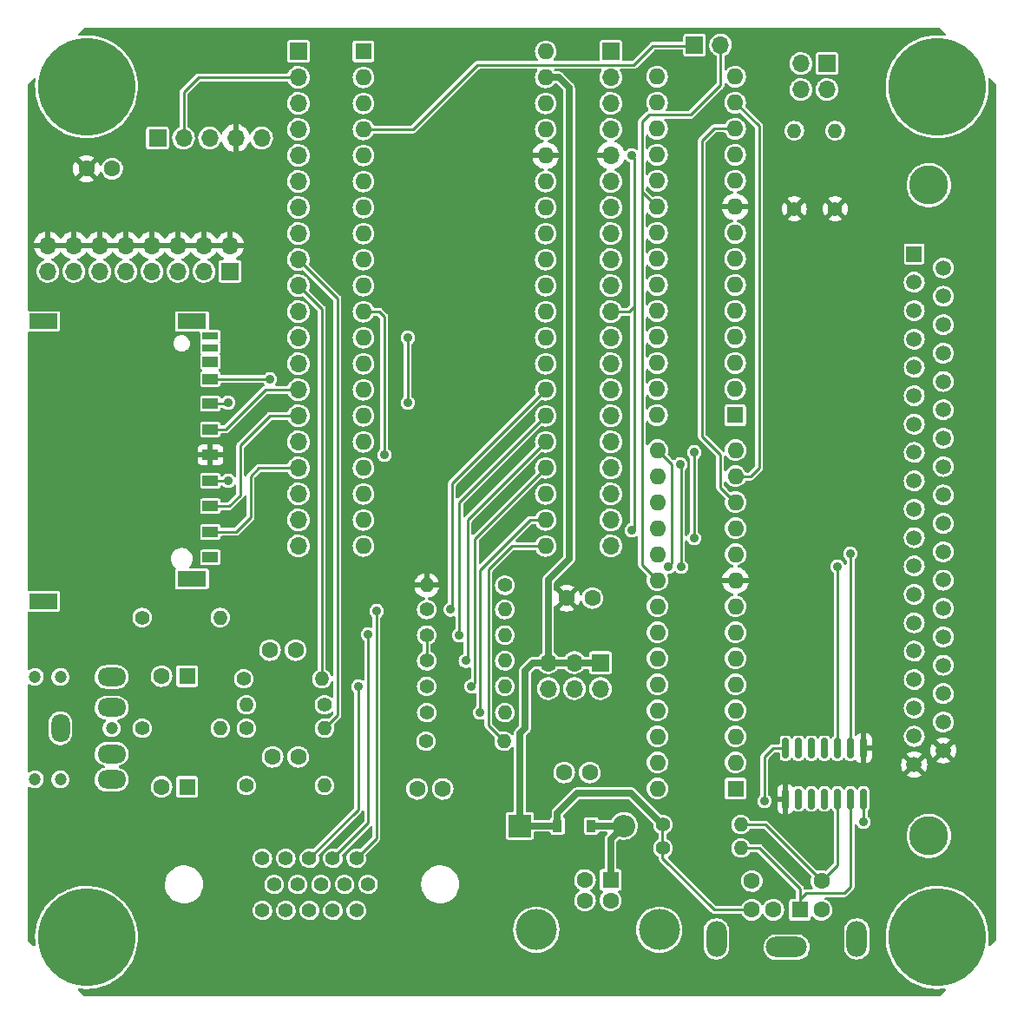
<source format=gtl>
G04 #@! TF.GenerationSoftware,KiCad,Pcbnew,(6.0.1)*
G04 #@! TF.CreationDate,2022-05-27T09:58:54-04:00*
G04 #@! TF.ProjectId,PiPicoMite-02,50695069-636f-44d6-9974-652d30322e6b,2*
G04 #@! TF.SameCoordinates,Original*
G04 #@! TF.FileFunction,Copper,L1,Top*
G04 #@! TF.FilePolarity,Positive*
%FSLAX46Y46*%
G04 Gerber Fmt 4.6, Leading zero omitted, Abs format (unit mm)*
G04 Created by KiCad (PCBNEW (6.0.1)) date 2022-05-27 09:58:54*
%MOMM*%
%LPD*%
G01*
G04 APERTURE LIST*
G04 Aperture macros list*
%AMRoundRect*
0 Rectangle with rounded corners*
0 $1 Rounding radius*
0 $2 $3 $4 $5 $6 $7 $8 $9 X,Y pos of 4 corners*
0 Add a 4 corners polygon primitive as box body*
4,1,4,$2,$3,$4,$5,$6,$7,$8,$9,$2,$3,0*
0 Add four circle primitives for the rounded corners*
1,1,$1+$1,$2,$3*
1,1,$1+$1,$4,$5*
1,1,$1+$1,$6,$7*
1,1,$1+$1,$8,$9*
0 Add four rect primitives between the rounded corners*
20,1,$1+$1,$2,$3,$4,$5,0*
20,1,$1+$1,$4,$5,$6,$7,0*
20,1,$1+$1,$6,$7,$8,$9,0*
20,1,$1+$1,$8,$9,$2,$3,0*%
G04 Aperture macros list end*
G04 #@! TA.AperFunction,ComponentPad*
%ADD10R,1.700000X1.700000*%
G04 #@! TD*
G04 #@! TA.AperFunction,ComponentPad*
%ADD11O,1.700000X1.700000*%
G04 #@! TD*
G04 #@! TA.AperFunction,ComponentPad*
%ADD12R,1.600000X1.600000*%
G04 #@! TD*
G04 #@! TA.AperFunction,ComponentPad*
%ADD13O,1.600000X1.600000*%
G04 #@! TD*
G04 #@! TA.AperFunction,ComponentPad*
%ADD14C,1.400000*%
G04 #@! TD*
G04 #@! TA.AperFunction,ComponentPad*
%ADD15O,1.400000X1.400000*%
G04 #@! TD*
G04 #@! TA.AperFunction,ComponentPad*
%ADD16C,1.520000*%
G04 #@! TD*
G04 #@! TA.AperFunction,ComponentPad*
%ADD17C,3.810000*%
G04 #@! TD*
G04 #@! TA.AperFunction,ComponentPad*
%ADD18R,1.520000X1.520000*%
G04 #@! TD*
G04 #@! TA.AperFunction,ComponentPad*
%ADD19C,1.397000*%
G04 #@! TD*
G04 #@! TA.AperFunction,SMDPad,CuDef*
%ADD20R,1.500000X1.000000*%
G04 #@! TD*
G04 #@! TA.AperFunction,SMDPad,CuDef*
%ADD21R,1.500000X0.700000*%
G04 #@! TD*
G04 #@! TA.AperFunction,SMDPad,CuDef*
%ADD22R,2.800000X1.500000*%
G04 #@! TD*
G04 #@! TA.AperFunction,ComponentPad*
%ADD23C,1.600000*%
G04 #@! TD*
G04 #@! TA.AperFunction,ComponentPad*
%ADD24C,4.000000*%
G04 #@! TD*
G04 #@! TA.AperFunction,ComponentPad*
%ADD25C,9.525000*%
G04 #@! TD*
G04 #@! TA.AperFunction,SMDPad,CuDef*
%ADD26R,0.900000X1.200000*%
G04 #@! TD*
G04 #@! TA.AperFunction,ComponentPad*
%ADD27R,2.200000X2.200000*%
G04 #@! TD*
G04 #@! TA.AperFunction,ComponentPad*
%ADD28O,2.200000X2.200000*%
G04 #@! TD*
G04 #@! TA.AperFunction,ComponentPad*
%ADD29C,1.200000*%
G04 #@! TD*
G04 #@! TA.AperFunction,ComponentPad*
%ADD30O,2.800000X1.800000*%
G04 #@! TD*
G04 #@! TA.AperFunction,ComponentPad*
%ADD31O,1.800000X2.800000*%
G04 #@! TD*
G04 #@! TA.AperFunction,SMDPad,CuDef*
%ADD32RoundRect,0.150000X-0.150000X0.825000X-0.150000X-0.825000X0.150000X-0.825000X0.150000X0.825000X0*%
G04 #@! TD*
G04 #@! TA.AperFunction,ComponentPad*
%ADD33O,2.000000X3.500000*%
G04 #@! TD*
G04 #@! TA.AperFunction,ComponentPad*
%ADD34O,4.000000X2.000000*%
G04 #@! TD*
G04 #@! TA.AperFunction,ViaPad*
%ADD35C,0.889000*%
G04 #@! TD*
G04 #@! TA.AperFunction,Conductor*
%ADD36C,0.635000*%
G04 #@! TD*
G04 #@! TA.AperFunction,Conductor*
%ADD37C,0.254000*%
G04 #@! TD*
G04 APERTURE END LIST*
D10*
X56134000Y-62179200D03*
D11*
X56134000Y-64719200D03*
X53594000Y-62179200D03*
X53594000Y-64719200D03*
X51054000Y-62179200D03*
X51054000Y-64719200D03*
D12*
X69316600Y-74472800D03*
D13*
X69316600Y-71932800D03*
X69316600Y-69392800D03*
X69316600Y-66852800D03*
X69316600Y-64312800D03*
X69316600Y-61772800D03*
X69316600Y-59232800D03*
X69316600Y-56692800D03*
X69316600Y-54152800D03*
X69316600Y-51612800D03*
X69316600Y-49072800D03*
X69316600Y-46532800D03*
X69316600Y-43992800D03*
X69316600Y-41452800D03*
X61696600Y-41452800D03*
X61696600Y-43992800D03*
X61696600Y-46532800D03*
X61696600Y-49072800D03*
X61696600Y-51612800D03*
X61696600Y-54152800D03*
X61696600Y-56692800D03*
X61696600Y-59232800D03*
X61696600Y-61772800D03*
X61696600Y-64312800D03*
X61696600Y-66852800D03*
X61696600Y-69392800D03*
X61696600Y-71932800D03*
X61696600Y-74472800D03*
D12*
X69281200Y-38039200D03*
D13*
X69281200Y-35499200D03*
X69281200Y-32959200D03*
X69281200Y-30419200D03*
X69281200Y-27879200D03*
X69281200Y-25339200D03*
X69281200Y-22799200D03*
X69281200Y-20259200D03*
X69281200Y-17719200D03*
X69281200Y-15179200D03*
X69281200Y-12639200D03*
X69281200Y-10099200D03*
X69281200Y-7559200D03*
X69281200Y-5019200D03*
X61661200Y-5019200D03*
X61661200Y-7559200D03*
X61661200Y-10099200D03*
X61661200Y-12639200D03*
X61661200Y-15179200D03*
X61661200Y-17719200D03*
X61661200Y-20259200D03*
X61661200Y-22799200D03*
X61661200Y-25339200D03*
X61661200Y-27879200D03*
X61661200Y-30419200D03*
X61661200Y-32959200D03*
X61661200Y-35499200D03*
X61661200Y-38039200D03*
D14*
X46812200Y-54635400D03*
D15*
X39192200Y-54635400D03*
D14*
X79044800Y-17907000D03*
D15*
X79044800Y-10287000D03*
D14*
X75057000Y-17907000D03*
D15*
X75057000Y-10287000D03*
D16*
X89593600Y-70743600D03*
X89593600Y-67973600D03*
X89593600Y-65203600D03*
X89593600Y-62433600D03*
X89593600Y-59663600D03*
X89593600Y-56893600D03*
X89593600Y-54133600D03*
X89593600Y-51363600D03*
X89593600Y-48593600D03*
X89593600Y-45823600D03*
X89593600Y-43053600D03*
X89593600Y-40283600D03*
X89593600Y-37513600D03*
X89593600Y-34753600D03*
X89593600Y-31983600D03*
X89593600Y-29213600D03*
X89593600Y-26443600D03*
X89593600Y-23673600D03*
X86753600Y-72133600D03*
X86753600Y-69373600D03*
X86753600Y-66603600D03*
X86753600Y-63833600D03*
X86753600Y-61063600D03*
X86753600Y-58293600D03*
X86753600Y-55523600D03*
X86753600Y-52753600D03*
X86753600Y-49993600D03*
X86753600Y-47223600D03*
D17*
X88173600Y-79093600D03*
X88173600Y-15593600D03*
D16*
X86753600Y-44453600D03*
X86753600Y-41683600D03*
X86753600Y-38913600D03*
X86753600Y-36143600D03*
X86753600Y-33373600D03*
X86753600Y-30613600D03*
X86753600Y-27843600D03*
X86753600Y-25073600D03*
D18*
X86753600Y-22303600D03*
D10*
X78237000Y-3728800D03*
D11*
X78237000Y-6268800D03*
X75697000Y-3728800D03*
X75697000Y-6268800D03*
D10*
X65323800Y-1930400D03*
D11*
X67863800Y-1930400D03*
D19*
X32317630Y-81273590D03*
X30026550Y-81273590D03*
X27740550Y-81273590D03*
X25446930Y-81273590D03*
X23158390Y-81273590D03*
X33463170Y-83813590D03*
X31172090Y-83813590D03*
X28881010Y-83813590D03*
X26592470Y-83813590D03*
X24301390Y-83813590D03*
X32317630Y-86353590D03*
X30026550Y-86353590D03*
X27738010Y-86351050D03*
X25446930Y-86353590D03*
X23158390Y-86353590D03*
D20*
X18080500Y-49425000D03*
X18080500Y-46925000D03*
X18080500Y-44425000D03*
X18080500Y-41925000D03*
X18080500Y-39425000D03*
X18080500Y-36925000D03*
X18080500Y-34505000D03*
X18080500Y-32805000D03*
X18080500Y-51925000D03*
D21*
X18080500Y-31465000D03*
X18080500Y-30325000D03*
D22*
X16280500Y-53995000D03*
X16280500Y-28895000D03*
X1780500Y-28895000D03*
X1780500Y-56195000D03*
D14*
X39190000Y-57000000D03*
D15*
X46810000Y-57000000D03*
D14*
X39190000Y-59500000D03*
D15*
X46810000Y-59500000D03*
D14*
X21336000Y-63754000D03*
D15*
X28956000Y-63754000D03*
D14*
X39190000Y-62000000D03*
D15*
X46810000Y-62000000D03*
D14*
X39190000Y-64500000D03*
D15*
X46810000Y-64500000D03*
D14*
X39116000Y-69850000D03*
D15*
X46736000Y-69850000D03*
D14*
X39190000Y-67056000D03*
D15*
X46810000Y-67056000D03*
D12*
X33020000Y-2540000D03*
D13*
X33020000Y-5080000D03*
X33020000Y-7620000D03*
X33020000Y-10160000D03*
X33020000Y-12700000D03*
X33020000Y-15240000D03*
X33020000Y-17780000D03*
X33020000Y-20320000D03*
X33020000Y-22860000D03*
X33020000Y-25400000D03*
X33020000Y-27940000D03*
X33020000Y-30480000D03*
X33020000Y-33020000D03*
X33020000Y-35560000D03*
X33020000Y-38100000D03*
X33020000Y-40640000D03*
X33020000Y-43180000D03*
X33020000Y-45720000D03*
X33020000Y-48260000D03*
X33020000Y-50800000D03*
X50800000Y-50800000D03*
X50800000Y-48260000D03*
X50800000Y-45720000D03*
X50800000Y-43180000D03*
X50800000Y-40640000D03*
X50800000Y-38100000D03*
X50800000Y-35560000D03*
X50800000Y-33020000D03*
X50800000Y-30480000D03*
X50800000Y-27940000D03*
X50800000Y-25400000D03*
X50800000Y-22860000D03*
X50800000Y-20320000D03*
X50800000Y-17780000D03*
X50800000Y-15240000D03*
X50800000Y-12700000D03*
X50800000Y-10160000D03*
X50800000Y-7620000D03*
X50800000Y-5080000D03*
X50800000Y-2540000D03*
D12*
X57130000Y-83382500D03*
D23*
X54630000Y-83382500D03*
X54630000Y-85382500D03*
X57130000Y-85382500D03*
D24*
X49880000Y-88242500D03*
X61880000Y-88242500D03*
D23*
X38250000Y-74500000D03*
X40750000Y-74500000D03*
D12*
X15810113Y-63500000D03*
D23*
X13310113Y-63500000D03*
X23896000Y-60960000D03*
X26396000Y-60960000D03*
X52598000Y-72898000D03*
X55098000Y-72898000D03*
X6000000Y-14000000D03*
X8500000Y-14000000D03*
X52852000Y-55880000D03*
X55352000Y-55880000D03*
D14*
X21590000Y-74168000D03*
D15*
X29210000Y-74168000D03*
D25*
X6000000Y-6000000D03*
X89000000Y-6000000D03*
X6000000Y-89000000D03*
X89000000Y-89000000D03*
D14*
X11430000Y-57785000D03*
D15*
X19050000Y-57785000D03*
D10*
X12925000Y-11000000D03*
D11*
X15465000Y-11000000D03*
X18005000Y-11000000D03*
X20545000Y-11000000D03*
X23085000Y-11000000D03*
D26*
X51945000Y-78105000D03*
X55245000Y-78105000D03*
D10*
X20000000Y-24000000D03*
D11*
X20000000Y-21460000D03*
X17460000Y-24000000D03*
X17460000Y-21460000D03*
X14920000Y-24000000D03*
X14920000Y-21460000D03*
X12380000Y-24000000D03*
X12380000Y-21460000D03*
X9840000Y-24000000D03*
X9840000Y-21460000D03*
X7300000Y-24000000D03*
X7300000Y-21460000D03*
X4760000Y-24000000D03*
X4760000Y-21460000D03*
X2220000Y-24000000D03*
X2220000Y-21460000D03*
D27*
X48260000Y-78105000D03*
D28*
X58420000Y-78105000D03*
D23*
X24150000Y-71374000D03*
X26650000Y-71374000D03*
D29*
X3445000Y-63580000D03*
X3445000Y-73580000D03*
X945000Y-73580000D03*
X945000Y-63580000D03*
X8445000Y-68580000D03*
D30*
X8445000Y-63580000D03*
X8445000Y-66580000D03*
D31*
X3445000Y-68580000D03*
D30*
X8445000Y-73580000D03*
X8445000Y-71080000D03*
D10*
X57150000Y-2540000D03*
D11*
X57150000Y-5080000D03*
X57150000Y-7620000D03*
X57150000Y-10160000D03*
X57150000Y-12700000D03*
X57150000Y-15240000D03*
X57150000Y-17780000D03*
X57150000Y-20320000D03*
X57150000Y-22860000D03*
X57150000Y-25400000D03*
X57150000Y-27940000D03*
X57150000Y-30480000D03*
X57150000Y-33020000D03*
X57150000Y-35560000D03*
X57150000Y-38100000D03*
X57150000Y-40640000D03*
X57150000Y-43180000D03*
X57150000Y-45720000D03*
X57150000Y-48260000D03*
X57150000Y-50800000D03*
D14*
X29210000Y-66294000D03*
D15*
X21590000Y-66294000D03*
D14*
X62230000Y-80264000D03*
D15*
X69850000Y-80264000D03*
D14*
X62230000Y-77978000D03*
D15*
X69850000Y-77978000D03*
D12*
X15810113Y-74295000D03*
D23*
X13310113Y-74295000D03*
D32*
X81810000Y-70525000D03*
X80540000Y-70525000D03*
X79270000Y-70525000D03*
X78000000Y-70525000D03*
X76730000Y-70525000D03*
X75460000Y-70525000D03*
X74190000Y-70525000D03*
X74190000Y-75475000D03*
X75460000Y-75475000D03*
X76730000Y-75475000D03*
X78000000Y-75475000D03*
X79270000Y-75475000D03*
X80540000Y-75475000D03*
X81810000Y-75475000D03*
D12*
X75605000Y-86290000D03*
D23*
X73005000Y-86290000D03*
X77705000Y-86290000D03*
X70905000Y-86290000D03*
X77705000Y-83490000D03*
X70905000Y-83490000D03*
D33*
X67455000Y-89140000D03*
X81155000Y-89140000D03*
D34*
X74305000Y-89940000D03*
D14*
X11430000Y-68580000D03*
D15*
X19050000Y-68580000D03*
D14*
X21590000Y-68580000D03*
D15*
X29210000Y-68580000D03*
D10*
X26670000Y-2540000D03*
D11*
X26670000Y-5080000D03*
X26670000Y-7620000D03*
X26670000Y-10160000D03*
X26670000Y-12700000D03*
X26670000Y-15240000D03*
X26670000Y-17780000D03*
X26670000Y-20320000D03*
X26670000Y-22860000D03*
X26670000Y-25400000D03*
X26670000Y-27940000D03*
X26670000Y-30480000D03*
X26670000Y-33020000D03*
X26670000Y-35560000D03*
X26670000Y-38100000D03*
X26670000Y-40640000D03*
X26670000Y-43180000D03*
X26670000Y-45720000D03*
X26670000Y-48260000D03*
X26670000Y-50800000D03*
D35*
X72136000Y-75692000D03*
X19812000Y-36830000D03*
X19812000Y-44450000D03*
X23876000Y-34544000D03*
X64008000Y-52832000D03*
X79270000Y-52810000D03*
X35052000Y-41910000D03*
X63921489Y-42839489D03*
X32512000Y-64516000D03*
X33465000Y-59436000D03*
X34290000Y-57150000D03*
X37338000Y-36830000D03*
X65278000Y-50038000D03*
X37338000Y-30480000D03*
X65278000Y-41656000D03*
X80518000Y-51562000D03*
X41530000Y-57000000D03*
X42355000Y-59500000D03*
X43000000Y-62000000D03*
X43562000Y-64500000D03*
X44387000Y-67056000D03*
X59182000Y-12700000D03*
X59182000Y-49276000D03*
X81788000Y-77724000D03*
X62738000Y-52832000D03*
D36*
X57130000Y-79395000D02*
X58420000Y-78105000D01*
X57130000Y-83382500D02*
X57130000Y-79395000D01*
D37*
X63096478Y-52473522D02*
X62738000Y-52832000D01*
X63096478Y-42852678D02*
X63096478Y-52473522D01*
X61696600Y-41452800D02*
X63096478Y-42852678D01*
X61696600Y-54152800D02*
X60198000Y-52654200D01*
X60198000Y-52654200D02*
X60198000Y-16256000D01*
X60198000Y-16256000D02*
X61661200Y-17719200D01*
X60198000Y-9398000D02*
X60198000Y-16256000D01*
X60198000Y-9398000D02*
X60856289Y-8739711D01*
X60856289Y-8739711D02*
X64945689Y-8739711D01*
X64945689Y-8739711D02*
X67863800Y-5821600D01*
X67863800Y-5821600D02*
X67863800Y-1930400D01*
X74190000Y-70525000D02*
X72985000Y-70525000D01*
X18080500Y-44425000D02*
X19787000Y-44425000D01*
X19717000Y-36925000D02*
X19812000Y-36830000D01*
X72985000Y-70525000D02*
X72136000Y-71374000D01*
X18080500Y-36925000D02*
X19717000Y-36925000D01*
X72136000Y-71374000D02*
X72136000Y-75692000D01*
X19787000Y-44425000D02*
X19812000Y-44450000D01*
X20575000Y-49425000D02*
X22000000Y-48000000D01*
X18080500Y-49425000D02*
X20575000Y-49425000D01*
X26670000Y-43180000D02*
X22820000Y-43180000D01*
X22820000Y-43180000D02*
X22000000Y-44000000D01*
X22000000Y-48000000D02*
X22000000Y-44000000D01*
X19925000Y-46925000D02*
X21000000Y-45850000D01*
X21000000Y-45850000D02*
X21000000Y-41000000D01*
X21000000Y-41000000D02*
X23900000Y-38100000D01*
X18080500Y-46925000D02*
X19925000Y-46925000D01*
X23900000Y-38100000D02*
X26670000Y-38100000D01*
X23440000Y-35560000D02*
X26670000Y-35560000D01*
X19575000Y-39425000D02*
X23440000Y-35560000D01*
X18080500Y-39425000D02*
X19575000Y-39425000D01*
X23837000Y-34505000D02*
X23876000Y-34544000D01*
X18080500Y-34505000D02*
X23837000Y-34505000D01*
X15465000Y-11000000D02*
X15465000Y-6535000D01*
X15465000Y-6535000D02*
X16920000Y-5080000D01*
X16920000Y-5080000D02*
X26670000Y-5080000D01*
X44156511Y-3849489D02*
X59396511Y-3849489D01*
X59396511Y-3849489D02*
X61246000Y-2000000D01*
X37846000Y-10160000D02*
X44156511Y-3849489D01*
X33020000Y-10160000D02*
X37846000Y-10160000D01*
X61246000Y-2000000D02*
X65273000Y-2000000D01*
X29210000Y-68580000D02*
X30480000Y-67310000D01*
X30480000Y-67310000D02*
X30480000Y-26670000D01*
X30480000Y-26670000D02*
X26670000Y-22860000D01*
X28956000Y-27686000D02*
X26670000Y-25400000D01*
X28956000Y-63754000D02*
X28956000Y-27686000D01*
X64008000Y-42926000D02*
X63921489Y-42839489D01*
X35052000Y-41910000D02*
X35052000Y-28448000D01*
X35052000Y-28448000D02*
X34544000Y-27940000D01*
X64008000Y-52832000D02*
X64008000Y-42926000D01*
X79270000Y-70525000D02*
X79270000Y-52810000D01*
X34544000Y-27940000D02*
X33020000Y-27940000D01*
X32512000Y-76502140D02*
X32512000Y-64516000D01*
X27740550Y-81273590D02*
X32512000Y-76502140D01*
X33465000Y-77835140D02*
X30026550Y-81273590D01*
X39190000Y-62000000D02*
X39190000Y-59500000D01*
X33465000Y-59436000D02*
X33465000Y-77835140D01*
X32317630Y-81273590D02*
X34290000Y-79301220D01*
X34290000Y-79301220D02*
X34290000Y-57150000D01*
X80540000Y-70525000D02*
X80540000Y-51584000D01*
X80540000Y-51584000D02*
X80518000Y-51562000D01*
X37338000Y-36830000D02*
X37338000Y-30480000D01*
X65278000Y-50038000D02*
X65278000Y-41656000D01*
X71628000Y-43180000D02*
X71628000Y-9848000D01*
X71628000Y-9848000D02*
X69300000Y-7520000D01*
X69300000Y-44020000D02*
X70788000Y-44020000D01*
X70788000Y-44020000D02*
X71628000Y-43180000D01*
X69300000Y-46560000D02*
X67818000Y-45078000D01*
X66040000Y-11230000D02*
X67210000Y-10060000D01*
X66040000Y-40132000D02*
X66040000Y-11230000D01*
X67818000Y-41910000D02*
X66040000Y-40132000D01*
X67210000Y-10060000D02*
X69300000Y-10060000D01*
X67818000Y-45078000D02*
X67818000Y-41910000D01*
X41656000Y-44704000D02*
X41656000Y-56874000D01*
X41656000Y-56874000D02*
X41530000Y-57000000D01*
X50800000Y-35560000D02*
X41656000Y-44704000D01*
X42355000Y-46545000D02*
X42355000Y-59500000D01*
X50800000Y-38100000D02*
X42355000Y-46545000D01*
X50800000Y-40640000D02*
X43180000Y-48260000D01*
X43180000Y-48260000D02*
X43180000Y-61874480D01*
X43180000Y-61874480D02*
X43054480Y-62000000D01*
X43879480Y-64182520D02*
X43562000Y-64500000D01*
X50800000Y-43180000D02*
X43879480Y-50100520D01*
X43879480Y-50100520D02*
X43879480Y-64182520D01*
X49276000Y-48260000D02*
X44387000Y-53149000D01*
X50800000Y-48260000D02*
X49276000Y-48260000D01*
X44387000Y-53149000D02*
X44387000Y-67056000D01*
X59436000Y-27432000D02*
X59436000Y-49022000D01*
X59436000Y-27432000D02*
X59436000Y-12954000D01*
X59436000Y-49022000D02*
X59182000Y-49276000D01*
X58928000Y-27940000D02*
X59436000Y-27432000D01*
X59436000Y-12954000D02*
X59182000Y-12700000D01*
X57150000Y-27940000D02*
X58928000Y-27940000D01*
X50800000Y-50800000D02*
X47498000Y-50800000D01*
X47498000Y-50800000D02*
X45212000Y-53086000D01*
X45212000Y-53086000D02*
X45212000Y-68326000D01*
X45212000Y-68326000D02*
X46736000Y-69850000D01*
X80540000Y-75475000D02*
X80540000Y-84052000D01*
X79921489Y-84670511D02*
X76191489Y-84670511D01*
X71628000Y-80264000D02*
X69850000Y-80264000D01*
X75605000Y-84241000D02*
X71628000Y-80264000D01*
X80540000Y-84052000D02*
X79921489Y-84670511D01*
X75605000Y-86290000D02*
X75605000Y-85257000D01*
X76191489Y-84670511D02*
X75605000Y-85257000D01*
X75605000Y-85257000D02*
X75605000Y-84241000D01*
X77705000Y-83490000D02*
X72193000Y-77978000D01*
X79270000Y-75475000D02*
X79270000Y-81925000D01*
X72193000Y-77978000D02*
X69850000Y-77978000D01*
X79270000Y-81925000D02*
X77705000Y-83490000D01*
X62190000Y-78000000D02*
X62190000Y-80000000D01*
X81810000Y-77702000D02*
X81788000Y-77724000D01*
X81810000Y-75475000D02*
X81810000Y-77702000D01*
D36*
X53086000Y-52070000D02*
X53086000Y-6096000D01*
X48260000Y-69088000D02*
X48768000Y-68580000D01*
X56119000Y-62225000D02*
X53579000Y-62225000D01*
X48768000Y-68580000D02*
X48768000Y-62992000D01*
X48768000Y-62992000D02*
X49535000Y-62225000D01*
X51039000Y-54117000D02*
X53086000Y-52070000D01*
X48260000Y-78105000D02*
X51945000Y-78105000D01*
X59120000Y-74930000D02*
X62190000Y-78000000D01*
X52070000Y-5080000D02*
X50800000Y-5080000D01*
X51039000Y-62225000D02*
X53579000Y-62225000D01*
X51039000Y-62225000D02*
X51039000Y-54117000D01*
X48260000Y-78105000D02*
X48260000Y-69088000D01*
X53848000Y-74930000D02*
X59120000Y-74930000D01*
X49535000Y-62225000D02*
X51039000Y-62225000D01*
D37*
X70905000Y-86290000D02*
X67240000Y-86290000D01*
X67240000Y-86290000D02*
X62190000Y-81240000D01*
D36*
X51945000Y-78105000D02*
X51945000Y-76833000D01*
D37*
X62190000Y-81240000D02*
X62190000Y-80000000D01*
D36*
X53086000Y-6096000D02*
X52070000Y-5080000D01*
X51945000Y-76833000D02*
X53848000Y-74930000D01*
X55245000Y-78105000D02*
X58929000Y-78105000D01*
G04 #@! TA.AperFunction,Conductor*
G36*
X88987153Y-256421D02*
G01*
X89000000Y-258976D01*
X89012172Y-256555D01*
X89021199Y-256555D01*
X89035786Y-255406D01*
X89176969Y-260953D01*
X89215112Y-262452D01*
X89282395Y-285113D01*
X89299260Y-299260D01*
X89815302Y-815302D01*
X89849328Y-877614D01*
X89844263Y-948429D01*
X89801716Y-1005265D01*
X89735196Y-1030076D01*
X89713366Y-1029741D01*
X89289090Y-986270D01*
X89286300Y-986233D01*
X89286292Y-986233D01*
X89007189Y-982580D01*
X88842253Y-980421D01*
X88839453Y-980634D01*
X88839452Y-980634D01*
X88673312Y-993272D01*
X88396666Y-1014316D01*
X87955856Y-1087687D01*
X87895343Y-1103393D01*
X87526031Y-1199247D01*
X87526020Y-1199250D01*
X87523313Y-1199953D01*
X87254085Y-1296086D01*
X87105105Y-1349281D01*
X87105100Y-1349283D01*
X87102462Y-1350225D01*
X87099922Y-1351396D01*
X87099917Y-1351398D01*
X86996071Y-1399272D01*
X86696636Y-1537314D01*
X86694213Y-1538704D01*
X86694210Y-1538706D01*
X86484828Y-1658863D01*
X86309047Y-1759737D01*
X86306744Y-1761346D01*
X86306737Y-1761351D01*
X85976542Y-1992127D01*
X85942765Y-2015734D01*
X85600690Y-2303278D01*
X85285530Y-2620093D01*
X84999781Y-2963669D01*
X84998187Y-2965976D01*
X84998185Y-2965978D01*
X84892545Y-3118827D01*
X84745705Y-3331286D01*
X84525314Y-3720034D01*
X84524155Y-3722583D01*
X84524153Y-3722587D01*
X84341510Y-4124288D01*
X84341505Y-4124299D01*
X84340353Y-4126834D01*
X84339431Y-4129460D01*
X84339426Y-4129472D01*
X84269203Y-4329439D01*
X84192287Y-4548466D01*
X84191596Y-4551186D01*
X84191595Y-4551190D01*
X84121099Y-4828769D01*
X84082287Y-4981591D01*
X84011225Y-5422779D01*
X83979664Y-5868538D01*
X83987853Y-6315338D01*
X83988152Y-6318109D01*
X83988152Y-6318116D01*
X84016281Y-6579166D01*
X84035727Y-6759640D01*
X84122908Y-7197929D01*
X84123691Y-7200598D01*
X84123692Y-7200602D01*
X84177454Y-7383861D01*
X84248705Y-7626732D01*
X84249725Y-7629328D01*
X84249726Y-7629331D01*
X84399319Y-8010066D01*
X84412123Y-8042655D01*
X84478060Y-8174616D01*
X84604110Y-8426881D01*
X84611866Y-8442404D01*
X84846354Y-8822815D01*
X85113730Y-9180875D01*
X85115591Y-9182953D01*
X85115592Y-9182954D01*
X85389643Y-9488925D01*
X85411877Y-9513749D01*
X85413914Y-9515652D01*
X85413921Y-9515659D01*
X85625767Y-9713554D01*
X85738435Y-9818802D01*
X85740631Y-9820515D01*
X85740635Y-9820518D01*
X85801804Y-9868222D01*
X86090817Y-10093618D01*
X86466234Y-10336022D01*
X86468713Y-10337326D01*
X86468716Y-10337328D01*
X86859212Y-10542778D01*
X86859218Y-10542781D01*
X86861712Y-10544093D01*
X86864310Y-10545177D01*
X86864314Y-10545179D01*
X87271537Y-10715107D01*
X87271542Y-10715109D01*
X87274121Y-10716185D01*
X87276787Y-10717028D01*
X87276792Y-10717030D01*
X87442315Y-10769378D01*
X87700196Y-10850935D01*
X87702926Y-10851538D01*
X87702927Y-10851538D01*
X88123291Y-10944345D01*
X88136562Y-10947275D01*
X88139336Y-10947633D01*
X88139337Y-10947633D01*
X88576995Y-11004087D01*
X88577002Y-11004088D01*
X88579765Y-11004444D01*
X88582552Y-11004554D01*
X88582558Y-11004554D01*
X88841568Y-11014730D01*
X89026295Y-11021988D01*
X89029087Y-11021849D01*
X89029092Y-11021849D01*
X89469813Y-10999909D01*
X89469822Y-10999908D01*
X89472617Y-10999769D01*
X89475394Y-10999381D01*
X89475396Y-10999381D01*
X89595215Y-10982648D01*
X89915197Y-10937962D01*
X90350531Y-10837057D01*
X90573814Y-10763861D01*
X90772518Y-10698723D01*
X90772524Y-10698721D01*
X90775171Y-10697853D01*
X91133073Y-10544086D01*
X91183181Y-10522558D01*
X91183183Y-10522557D01*
X91185755Y-10521452D01*
X91215611Y-10505343D01*
X91299388Y-10460139D01*
X91579033Y-10309251D01*
X91951891Y-10062929D01*
X92301376Y-9784438D01*
X92624721Y-9475982D01*
X92626558Y-9473888D01*
X92626566Y-9473879D01*
X92915597Y-9144302D01*
X92919366Y-9140004D01*
X92931207Y-9123797D01*
X93181329Y-8781421D01*
X93182978Y-8779164D01*
X93213955Y-8727712D01*
X93412019Y-8398729D01*
X93412024Y-8398720D01*
X93413470Y-8396318D01*
X93585581Y-8042655D01*
X93607783Y-7997033D01*
X93607784Y-7997030D01*
X93609016Y-7994499D01*
X93730952Y-7674344D01*
X93767073Y-7579504D01*
X93767075Y-7579497D01*
X93768069Y-7576888D01*
X93889369Y-7146791D01*
X93891766Y-7134045D01*
X93971439Y-6710361D01*
X93971441Y-6710349D01*
X93971955Y-6707614D01*
X94015174Y-6262834D01*
X94018776Y-6125304D01*
X94021999Y-6002234D01*
X94021999Y-6002220D01*
X94022057Y-6000000D01*
X94002175Y-5553568D01*
X93999844Y-5536208D01*
X93966248Y-5286090D01*
X93977004Y-5215913D01*
X94023993Y-5162691D01*
X94092296Y-5143322D01*
X94160229Y-5163956D01*
X94180222Y-5180222D01*
X94700740Y-5700740D01*
X94734766Y-5763052D01*
X94737548Y-5784888D01*
X94744227Y-5954862D01*
X94744594Y-5964211D01*
X94743445Y-5978801D01*
X94743445Y-5987828D01*
X94741024Y-6000000D01*
X94743445Y-6012170D01*
X94743579Y-6012844D01*
X94746000Y-6037425D01*
X94746000Y-88962575D01*
X94743579Y-88987153D01*
X94741024Y-89000000D01*
X94743445Y-89012172D01*
X94743445Y-89021199D01*
X94744594Y-89035786D01*
X94739047Y-89176969D01*
X94737548Y-89215112D01*
X94714887Y-89282395D01*
X94700740Y-89299260D01*
X94185688Y-89814312D01*
X94123376Y-89848338D01*
X94052561Y-89843273D01*
X93995725Y-89800726D01*
X93970914Y-89734206D01*
X93971819Y-89708335D01*
X93971955Y-89707614D01*
X94015174Y-89262834D01*
X94019252Y-89107111D01*
X94021999Y-89002234D01*
X94021999Y-89002220D01*
X94022057Y-89000000D01*
X94002175Y-88553568D01*
X93942686Y-88110670D01*
X93923515Y-88025944D01*
X93875422Y-87813408D01*
X93844062Y-87674815D01*
X93839867Y-87661786D01*
X93739108Y-87348898D01*
X93707084Y-87249451D01*
X93704714Y-87243854D01*
X93533933Y-86840541D01*
X93533929Y-86840533D01*
X93532835Y-86837949D01*
X93322696Y-86443565D01*
X93311226Y-86426004D01*
X93079871Y-86071782D01*
X93079868Y-86071778D01*
X93078330Y-86069423D01*
X92880786Y-85818840D01*
X92803401Y-85720677D01*
X92803399Y-85720675D01*
X92801672Y-85718484D01*
X92556589Y-85458863D01*
X92496840Y-85395569D01*
X92496837Y-85395566D01*
X92494914Y-85393529D01*
X92492823Y-85391676D01*
X92492815Y-85391668D01*
X92162583Y-85098990D01*
X92162581Y-85098988D01*
X92160483Y-85097129D01*
X92137431Y-85080102D01*
X91986304Y-84968478D01*
X91801028Y-84831631D01*
X91419394Y-84599138D01*
X91416880Y-84597898D01*
X91416876Y-84597896D01*
X91021110Y-84402725D01*
X91021104Y-84402722D01*
X91018605Y-84401490D01*
X90601832Y-84240253D01*
X90344024Y-84166084D01*
X90175057Y-84117474D01*
X90175051Y-84117473D01*
X90172376Y-84116703D01*
X90169639Y-84116174D01*
X90169633Y-84116172D01*
X90007202Y-84084746D01*
X89733637Y-84031818D01*
X89730863Y-84031534D01*
X89730851Y-84031532D01*
X89435078Y-84001228D01*
X89289090Y-83986270D01*
X89286300Y-83986233D01*
X89286292Y-83986233D01*
X89007189Y-83982580D01*
X88842253Y-83980421D01*
X88839453Y-83980634D01*
X88839452Y-83980634D01*
X88533030Y-84003943D01*
X88396666Y-84014316D01*
X87955856Y-84087687D01*
X87906586Y-84100475D01*
X87526031Y-84199247D01*
X87526020Y-84199250D01*
X87523313Y-84199953D01*
X87281961Y-84286132D01*
X87105105Y-84349281D01*
X87105100Y-84349283D01*
X87102462Y-84350225D01*
X87099922Y-84351396D01*
X87099917Y-84351398D01*
X87053326Y-84372877D01*
X86696636Y-84537314D01*
X86694213Y-84538704D01*
X86694210Y-84538706D01*
X86534841Y-84630162D01*
X86309047Y-84759737D01*
X86306744Y-84761346D01*
X86306737Y-84761351D01*
X85983948Y-84986951D01*
X85942765Y-85015734D01*
X85600690Y-85303278D01*
X85285530Y-85620093D01*
X84999781Y-85963669D01*
X84998187Y-85965976D01*
X84998185Y-85965978D01*
X84751370Y-86323090D01*
X84745705Y-86331286D01*
X84525314Y-86720034D01*
X84524155Y-86722583D01*
X84524153Y-86722587D01*
X84341510Y-87124288D01*
X84341505Y-87124299D01*
X84340353Y-87126834D01*
X84339431Y-87129460D01*
X84339426Y-87129472D01*
X84271521Y-87322839D01*
X84192287Y-87548466D01*
X84191596Y-87551186D01*
X84191595Y-87551190D01*
X84122468Y-87823378D01*
X84082287Y-87981591D01*
X84011225Y-88422779D01*
X83979664Y-88868538D01*
X83987853Y-89315338D01*
X83988152Y-89318109D01*
X83988152Y-89318116D01*
X83989777Y-89333197D01*
X84035727Y-89759640D01*
X84122908Y-90197929D01*
X84123691Y-90200598D01*
X84123692Y-90200602D01*
X84180024Y-90392620D01*
X84248705Y-90626732D01*
X84249725Y-90629328D01*
X84249726Y-90629331D01*
X84404859Y-91024166D01*
X84412123Y-91042655D01*
X84611866Y-91442404D01*
X84846354Y-91822815D01*
X85113730Y-92180875D01*
X85115591Y-92182953D01*
X85115592Y-92182954D01*
X85379780Y-92477913D01*
X85411877Y-92513749D01*
X85413914Y-92515652D01*
X85413921Y-92515659D01*
X85424423Y-92525469D01*
X85738435Y-92818802D01*
X86090817Y-93093618D01*
X86466234Y-93336022D01*
X86468713Y-93337326D01*
X86468716Y-93337328D01*
X86859212Y-93542778D01*
X86859218Y-93542781D01*
X86861712Y-93544093D01*
X86864310Y-93545177D01*
X86864314Y-93545179D01*
X87271537Y-93715107D01*
X87271542Y-93715109D01*
X87274121Y-93716185D01*
X87276787Y-93717028D01*
X87276792Y-93717030D01*
X87508979Y-93790461D01*
X87700196Y-93850935D01*
X87702926Y-93851538D01*
X87702927Y-93851538D01*
X88133826Y-93946671D01*
X88136562Y-93947275D01*
X88139336Y-93947633D01*
X88139337Y-93947633D01*
X88576995Y-94004087D01*
X88577002Y-94004088D01*
X88579765Y-94004444D01*
X88582552Y-94004554D01*
X88582558Y-94004554D01*
X88841568Y-94014730D01*
X89026295Y-94021988D01*
X89029087Y-94021849D01*
X89029092Y-94021849D01*
X89469813Y-93999909D01*
X89469822Y-93999908D01*
X89472617Y-93999769D01*
X89475394Y-93999381D01*
X89475396Y-93999381D01*
X89651702Y-93974759D01*
X89713459Y-93966135D01*
X89783692Y-93976523D01*
X89837159Y-94023233D01*
X89856885Y-94091434D01*
X89836608Y-94159473D01*
X89819981Y-94180019D01*
X89299260Y-94700740D01*
X89236948Y-94734766D01*
X89215112Y-94737548D01*
X89176969Y-94739047D01*
X89035786Y-94744594D01*
X89021199Y-94743445D01*
X89012172Y-94743445D01*
X89000000Y-94741024D01*
X88987153Y-94743579D01*
X88962575Y-94746000D01*
X6037425Y-94746000D01*
X6012847Y-94743579D01*
X6000000Y-94741024D01*
X5987828Y-94743445D01*
X5978801Y-94743445D01*
X5964214Y-94744594D01*
X5823031Y-94739047D01*
X5784888Y-94737548D01*
X5717605Y-94714887D01*
X5700740Y-94700740D01*
X5180585Y-94180585D01*
X5146559Y-94118273D01*
X5151624Y-94047458D01*
X5194171Y-93990622D01*
X5260691Y-93965811D01*
X5285797Y-93966525D01*
X5387529Y-93979647D01*
X5576995Y-94004087D01*
X5577002Y-94004088D01*
X5579765Y-94004444D01*
X5582552Y-94004554D01*
X5582558Y-94004554D01*
X5841568Y-94014730D01*
X6026295Y-94021988D01*
X6029087Y-94021849D01*
X6029092Y-94021849D01*
X6469813Y-93999909D01*
X6469822Y-93999908D01*
X6472617Y-93999769D01*
X6475394Y-93999381D01*
X6475396Y-93999381D01*
X6554386Y-93988350D01*
X6915197Y-93937962D01*
X7350531Y-93837057D01*
X7716672Y-93717030D01*
X7772518Y-93698723D01*
X7772524Y-93698721D01*
X7775171Y-93697853D01*
X8133057Y-93544093D01*
X8183181Y-93522558D01*
X8183183Y-93522557D01*
X8185755Y-93521452D01*
X8579033Y-93309251D01*
X8951891Y-93062929D01*
X9301376Y-92784438D01*
X9624721Y-92475982D01*
X9626558Y-92473888D01*
X9626566Y-92473879D01*
X9917519Y-92142110D01*
X9919366Y-92140004D01*
X10182978Y-91779164D01*
X10184424Y-91776763D01*
X10412019Y-91398729D01*
X10412024Y-91398720D01*
X10413470Y-91396318D01*
X10576027Y-91062286D01*
X10607783Y-90997033D01*
X10607784Y-90997030D01*
X10609016Y-90994499D01*
X10714730Y-90716935D01*
X10767073Y-90579504D01*
X10767075Y-90579497D01*
X10768069Y-90576888D01*
X10889369Y-90146791D01*
X10892628Y-90129459D01*
X10971439Y-89710361D01*
X10971441Y-89710349D01*
X10971955Y-89707614D01*
X11015174Y-89262834D01*
X11019252Y-89107111D01*
X11021999Y-89002234D01*
X11021999Y-89002220D01*
X11022057Y-89000000D01*
X11002175Y-88553568D01*
X10960393Y-88242500D01*
X47620663Y-88242500D01*
X47620933Y-88246619D01*
X47626607Y-88333181D01*
X47639992Y-88537403D01*
X47640796Y-88541443D01*
X47640796Y-88541446D01*
X47695333Y-88815619D01*
X47697648Y-88827259D01*
X47698973Y-88831163D01*
X47698974Y-88831166D01*
X47753075Y-88990541D01*
X47792645Y-89107111D01*
X47845905Y-89215112D01*
X47904139Y-89333197D01*
X47923357Y-89372168D01*
X48087547Y-89617897D01*
X48282407Y-89840093D01*
X48504603Y-90034953D01*
X48750331Y-90199143D01*
X48754030Y-90200967D01*
X48754035Y-90200970D01*
X48850543Y-90248562D01*
X49015389Y-90329855D01*
X49019294Y-90331180D01*
X49019295Y-90331181D01*
X49291334Y-90423526D01*
X49291337Y-90423527D01*
X49295241Y-90424852D01*
X49299280Y-90425655D01*
X49299286Y-90425657D01*
X49581054Y-90481704D01*
X49581057Y-90481704D01*
X49585097Y-90482508D01*
X49589208Y-90482777D01*
X49589212Y-90482778D01*
X49875881Y-90501567D01*
X49880000Y-90501837D01*
X49884119Y-90501567D01*
X50170788Y-90482778D01*
X50170792Y-90482777D01*
X50174903Y-90482508D01*
X50178943Y-90481704D01*
X50178946Y-90481704D01*
X50460714Y-90425657D01*
X50460720Y-90425655D01*
X50464759Y-90424852D01*
X50468663Y-90423527D01*
X50468666Y-90423526D01*
X50740705Y-90331181D01*
X50740706Y-90331180D01*
X50744611Y-90329855D01*
X50909457Y-90248562D01*
X51005965Y-90200970D01*
X51005970Y-90200967D01*
X51009669Y-90199143D01*
X51255397Y-90034953D01*
X51477593Y-89840093D01*
X51672453Y-89617897D01*
X51836643Y-89372168D01*
X51855862Y-89333197D01*
X51914095Y-89215112D01*
X51967355Y-89107111D01*
X52006925Y-88990541D01*
X52061026Y-88831166D01*
X52061027Y-88831163D01*
X52062352Y-88827259D01*
X52064668Y-88815619D01*
X52119204Y-88541446D01*
X52119204Y-88541443D01*
X52120008Y-88537403D01*
X52133394Y-88333181D01*
X52139067Y-88246619D01*
X52139337Y-88242500D01*
X59620663Y-88242500D01*
X59620933Y-88246619D01*
X59626607Y-88333181D01*
X59639992Y-88537403D01*
X59640796Y-88541443D01*
X59640796Y-88541446D01*
X59695333Y-88815619D01*
X59697648Y-88827259D01*
X59698973Y-88831163D01*
X59698974Y-88831166D01*
X59753075Y-88990541D01*
X59792645Y-89107111D01*
X59845905Y-89215112D01*
X59904139Y-89333197D01*
X59923357Y-89372168D01*
X60087547Y-89617897D01*
X60282407Y-89840093D01*
X60504603Y-90034953D01*
X60750331Y-90199143D01*
X60754030Y-90200967D01*
X60754035Y-90200970D01*
X60850543Y-90248562D01*
X61015389Y-90329855D01*
X61019294Y-90331180D01*
X61019295Y-90331181D01*
X61291334Y-90423526D01*
X61291337Y-90423527D01*
X61295241Y-90424852D01*
X61299280Y-90425655D01*
X61299286Y-90425657D01*
X61581054Y-90481704D01*
X61581057Y-90481704D01*
X61585097Y-90482508D01*
X61589208Y-90482777D01*
X61589212Y-90482778D01*
X61875881Y-90501567D01*
X61880000Y-90501837D01*
X61884119Y-90501567D01*
X62170788Y-90482778D01*
X62170792Y-90482777D01*
X62174903Y-90482508D01*
X62178943Y-90481704D01*
X62178946Y-90481704D01*
X62460714Y-90425657D01*
X62460720Y-90425655D01*
X62464759Y-90424852D01*
X62468663Y-90423527D01*
X62468666Y-90423526D01*
X62740705Y-90331181D01*
X62740706Y-90331180D01*
X62744611Y-90329855D01*
X62909457Y-90248562D01*
X63005965Y-90200970D01*
X63005970Y-90200967D01*
X63009669Y-90199143D01*
X63255397Y-90034953D01*
X63355895Y-89946819D01*
X66200500Y-89946819D01*
X66200749Y-89949606D01*
X66200749Y-89949612D01*
X66203422Y-89979564D01*
X66215336Y-90113051D01*
X66274427Y-90329051D01*
X66276839Y-90334109D01*
X66276841Y-90334113D01*
X66347750Y-90482778D01*
X66370834Y-90531174D01*
X66374111Y-90535735D01*
X66374112Y-90535736D01*
X66437577Y-90624056D01*
X66501511Y-90713030D01*
X66662326Y-90868871D01*
X66666981Y-90871999D01*
X66843540Y-90990641D01*
X66843543Y-90990643D01*
X66848197Y-90993770D01*
X67053248Y-91083782D01*
X67058706Y-91085092D01*
X67058705Y-91085092D01*
X67212659Y-91122053D01*
X67270998Y-91136059D01*
X67355143Y-91140911D01*
X67488957Y-91148626D01*
X67488960Y-91148626D01*
X67494564Y-91148949D01*
X67716880Y-91122046D01*
X67930917Y-91056200D01*
X67935897Y-91053630D01*
X67935901Y-91053628D01*
X68124929Y-90956063D01*
X68124930Y-90956063D01*
X68129912Y-90953491D01*
X68307573Y-90817167D01*
X68311346Y-90813021D01*
X68311351Y-90813016D01*
X68454507Y-90655689D01*
X68458286Y-90651536D01*
X68577286Y-90461833D01*
X68660812Y-90254056D01*
X68672436Y-90197929D01*
X68705287Y-90039296D01*
X68706224Y-90034772D01*
X68709407Y-89979564D01*
X72046051Y-89979564D01*
X72072954Y-90201880D01*
X72138800Y-90415917D01*
X72141370Y-90420897D01*
X72141372Y-90420901D01*
X72238937Y-90609929D01*
X72241509Y-90614912D01*
X72377833Y-90792573D01*
X72381979Y-90796346D01*
X72381984Y-90796351D01*
X72484309Y-90889459D01*
X72543464Y-90943286D01*
X72733167Y-91062286D01*
X72738376Y-91064380D01*
X72738378Y-91064381D01*
X72834489Y-91103017D01*
X72940944Y-91145812D01*
X72946436Y-91146949D01*
X72946438Y-91146950D01*
X73087059Y-91176071D01*
X73160228Y-91191224D01*
X73164839Y-91191490D01*
X73164840Y-91191490D01*
X73215225Y-91194395D01*
X73215229Y-91194395D01*
X73217048Y-91194500D01*
X75361819Y-91194500D01*
X75364606Y-91194251D01*
X75364612Y-91194251D01*
X75433962Y-91188061D01*
X75528051Y-91179664D01*
X75744051Y-91120573D01*
X75749109Y-91118161D01*
X75749113Y-91118159D01*
X75941107Y-91026583D01*
X75941109Y-91026582D01*
X75946174Y-91024166D01*
X75983934Y-90997033D01*
X76123470Y-90896766D01*
X76123472Y-90896764D01*
X76128030Y-90893489D01*
X76283871Y-90732674D01*
X76353314Y-90629331D01*
X76405641Y-90551460D01*
X76405643Y-90551457D01*
X76408770Y-90546803D01*
X76498782Y-90341752D01*
X76551059Y-90124002D01*
X76561275Y-89946819D01*
X79900500Y-89946819D01*
X79900749Y-89949606D01*
X79900749Y-89949612D01*
X79903422Y-89979564D01*
X79915336Y-90113051D01*
X79974427Y-90329051D01*
X79976839Y-90334109D01*
X79976841Y-90334113D01*
X80047750Y-90482778D01*
X80070834Y-90531174D01*
X80074111Y-90535735D01*
X80074112Y-90535736D01*
X80137577Y-90624056D01*
X80201511Y-90713030D01*
X80362326Y-90868871D01*
X80366981Y-90871999D01*
X80543540Y-90990641D01*
X80543543Y-90990643D01*
X80548197Y-90993770D01*
X80753248Y-91083782D01*
X80758706Y-91085092D01*
X80758705Y-91085092D01*
X80912659Y-91122053D01*
X80970998Y-91136059D01*
X81055143Y-91140911D01*
X81188957Y-91148626D01*
X81188960Y-91148626D01*
X81194564Y-91148949D01*
X81416880Y-91122046D01*
X81630917Y-91056200D01*
X81635897Y-91053630D01*
X81635901Y-91053628D01*
X81824929Y-90956063D01*
X81824930Y-90956063D01*
X81829912Y-90953491D01*
X82007573Y-90817167D01*
X82011346Y-90813021D01*
X82011351Y-90813016D01*
X82154507Y-90655689D01*
X82158286Y-90651536D01*
X82277286Y-90461833D01*
X82360812Y-90254056D01*
X82372436Y-90197929D01*
X82405287Y-90039296D01*
X82406224Y-90034772D01*
X82409500Y-89977952D01*
X82409500Y-88333181D01*
X82406722Y-88302048D01*
X82401407Y-88242500D01*
X82394664Y-88166949D01*
X82335573Y-87950949D01*
X82239166Y-87748826D01*
X82184073Y-87672156D01*
X82111766Y-87571530D01*
X82111764Y-87571528D01*
X82108489Y-87566970D01*
X81947674Y-87411129D01*
X81848517Y-87344499D01*
X81766460Y-87289359D01*
X81766457Y-87289357D01*
X81761803Y-87286230D01*
X81615828Y-87222151D01*
X81561894Y-87198475D01*
X81561892Y-87198474D01*
X81556752Y-87196218D01*
X81447877Y-87170079D01*
X81344459Y-87145251D01*
X81344458Y-87145251D01*
X81339002Y-87143941D01*
X81254857Y-87139089D01*
X81121043Y-87131374D01*
X81121040Y-87131374D01*
X81115436Y-87131051D01*
X80893120Y-87157954D01*
X80679083Y-87223800D01*
X80674103Y-87226370D01*
X80674099Y-87226372D01*
X80487200Y-87322838D01*
X80480088Y-87326509D01*
X80475641Y-87329922D01*
X80475640Y-87329922D01*
X80458217Y-87343291D01*
X80302427Y-87462833D01*
X80298654Y-87466979D01*
X80298649Y-87466984D01*
X80207669Y-87566970D01*
X80151714Y-87628464D01*
X80032714Y-87818167D01*
X79949188Y-88025944D01*
X79903776Y-88245228D01*
X79900500Y-88302048D01*
X79900500Y-89946819D01*
X76561275Y-89946819D01*
X76563949Y-89900436D01*
X76537046Y-89678120D01*
X76471200Y-89464083D01*
X76421848Y-89368464D01*
X76371063Y-89270071D01*
X76371063Y-89270070D01*
X76368491Y-89265088D01*
X76232167Y-89087427D01*
X76228021Y-89083654D01*
X76228016Y-89083649D01*
X76070689Y-88940493D01*
X76066536Y-88936714D01*
X75876833Y-88817714D01*
X75669056Y-88734188D01*
X75663564Y-88733051D01*
X75663562Y-88733050D01*
X75512754Y-88701819D01*
X75449772Y-88688776D01*
X75445161Y-88688510D01*
X75445160Y-88688510D01*
X75394775Y-88685605D01*
X75394771Y-88685605D01*
X75392952Y-88685500D01*
X73248181Y-88685500D01*
X73245394Y-88685749D01*
X73245388Y-88685749D01*
X73176038Y-88691939D01*
X73081949Y-88700336D01*
X72865949Y-88759427D01*
X72860891Y-88761839D01*
X72860887Y-88761841D01*
X72668893Y-88853417D01*
X72663826Y-88855834D01*
X72659265Y-88859111D01*
X72659264Y-88859112D01*
X72498013Y-88974983D01*
X72481970Y-88986511D01*
X72448355Y-89021199D01*
X72361517Y-89110809D01*
X72326129Y-89147326D01*
X72323001Y-89151981D01*
X72213231Y-89315338D01*
X72201230Y-89333197D01*
X72111218Y-89538248D01*
X72058941Y-89755998D01*
X72058618Y-89761603D01*
X72048101Y-89944017D01*
X72046051Y-89979564D01*
X68709407Y-89979564D01*
X68709500Y-89977952D01*
X68709500Y-88333181D01*
X68706722Y-88302048D01*
X68701407Y-88242500D01*
X68694664Y-88166949D01*
X68635573Y-87950949D01*
X68539166Y-87748826D01*
X68484073Y-87672156D01*
X68411766Y-87571530D01*
X68411764Y-87571528D01*
X68408489Y-87566970D01*
X68247674Y-87411129D01*
X68148517Y-87344499D01*
X68066460Y-87289359D01*
X68066457Y-87289357D01*
X68061803Y-87286230D01*
X67915828Y-87222151D01*
X67861894Y-87198475D01*
X67861892Y-87198474D01*
X67856752Y-87196218D01*
X67747877Y-87170079D01*
X67644459Y-87145251D01*
X67644458Y-87145251D01*
X67639002Y-87143941D01*
X67554857Y-87139089D01*
X67421043Y-87131374D01*
X67421040Y-87131374D01*
X67415436Y-87131051D01*
X67193120Y-87157954D01*
X66979083Y-87223800D01*
X66974103Y-87226370D01*
X66974099Y-87226372D01*
X66787200Y-87322838D01*
X66780088Y-87326509D01*
X66775641Y-87329922D01*
X66775640Y-87329922D01*
X66758217Y-87343291D01*
X66602427Y-87462833D01*
X66598654Y-87466979D01*
X66598649Y-87466984D01*
X66507669Y-87566970D01*
X66451714Y-87628464D01*
X66332714Y-87818167D01*
X66249188Y-88025944D01*
X66203776Y-88245228D01*
X66200500Y-88302048D01*
X66200500Y-89946819D01*
X63355895Y-89946819D01*
X63477593Y-89840093D01*
X63672453Y-89617897D01*
X63836643Y-89372168D01*
X63855862Y-89333197D01*
X63914095Y-89215112D01*
X63967355Y-89107111D01*
X64006925Y-88990541D01*
X64061026Y-88831166D01*
X64061027Y-88831163D01*
X64062352Y-88827259D01*
X64064668Y-88815619D01*
X64119204Y-88541446D01*
X64119204Y-88541443D01*
X64120008Y-88537403D01*
X64133394Y-88333181D01*
X64139067Y-88246619D01*
X64139337Y-88242500D01*
X64130879Y-88113451D01*
X64120278Y-87951712D01*
X64120277Y-87951708D01*
X64120008Y-87947597D01*
X64119204Y-87943554D01*
X64063157Y-87661786D01*
X64063155Y-87661780D01*
X64062352Y-87657741D01*
X64031540Y-87566970D01*
X63968681Y-87381795D01*
X63968680Y-87381794D01*
X63967355Y-87377889D01*
X63892635Y-87226372D01*
X63838470Y-87116536D01*
X63838467Y-87116531D01*
X63836643Y-87112832D01*
X63672453Y-86867103D01*
X63477593Y-86644907D01*
X63255397Y-86450047D01*
X63009669Y-86285857D01*
X63005970Y-86284033D01*
X63005965Y-86284030D01*
X62869991Y-86216975D01*
X62744611Y-86155145D01*
X62730659Y-86150409D01*
X62468666Y-86061474D01*
X62468663Y-86061473D01*
X62464759Y-86060148D01*
X62460720Y-86059345D01*
X62460714Y-86059343D01*
X62178946Y-86003296D01*
X62178943Y-86003296D01*
X62174903Y-86002492D01*
X62170792Y-86002223D01*
X62170788Y-86002222D01*
X61884119Y-85983433D01*
X61880000Y-85983163D01*
X61875881Y-85983433D01*
X61589212Y-86002222D01*
X61589208Y-86002223D01*
X61585097Y-86002492D01*
X61581057Y-86003296D01*
X61581054Y-86003296D01*
X61299286Y-86059343D01*
X61299280Y-86059345D01*
X61295241Y-86060148D01*
X61291337Y-86061473D01*
X61291334Y-86061474D01*
X61029341Y-86150409D01*
X61015389Y-86155145D01*
X60977717Y-86173723D01*
X60754036Y-86284030D01*
X60754031Y-86284033D01*
X60750332Y-86285857D01*
X60504603Y-86450047D01*
X60282407Y-86644907D01*
X60087547Y-86867103D01*
X59923357Y-87112832D01*
X59921533Y-87116531D01*
X59921530Y-87116536D01*
X59867365Y-87226372D01*
X59792645Y-87377889D01*
X59791320Y-87381794D01*
X59791319Y-87381795D01*
X59728461Y-87566970D01*
X59697648Y-87657741D01*
X59696845Y-87661780D01*
X59696843Y-87661786D01*
X59640796Y-87943554D01*
X59639992Y-87947597D01*
X59639723Y-87951708D01*
X59639722Y-87951712D01*
X59629121Y-88113451D01*
X59620663Y-88242500D01*
X52139337Y-88242500D01*
X52130879Y-88113451D01*
X52120278Y-87951712D01*
X52120277Y-87951708D01*
X52120008Y-87947597D01*
X52119204Y-87943554D01*
X52063157Y-87661786D01*
X52063155Y-87661780D01*
X52062352Y-87657741D01*
X52031540Y-87566970D01*
X51968681Y-87381795D01*
X51968680Y-87381794D01*
X51967355Y-87377889D01*
X51892635Y-87226372D01*
X51838470Y-87116536D01*
X51838467Y-87116531D01*
X51836643Y-87112832D01*
X51672453Y-86867103D01*
X51477593Y-86644907D01*
X51255397Y-86450047D01*
X51009669Y-86285857D01*
X51005970Y-86284033D01*
X51005965Y-86284030D01*
X50869991Y-86216975D01*
X50744611Y-86155145D01*
X50730659Y-86150409D01*
X50468666Y-86061474D01*
X50468663Y-86061473D01*
X50464759Y-86060148D01*
X50460720Y-86059345D01*
X50460714Y-86059343D01*
X50178946Y-86003296D01*
X50178943Y-86003296D01*
X50174903Y-86002492D01*
X50170792Y-86002223D01*
X50170788Y-86002222D01*
X49884119Y-85983433D01*
X49880000Y-85983163D01*
X49875881Y-85983433D01*
X49589212Y-86002222D01*
X49589208Y-86002223D01*
X49585097Y-86002492D01*
X49581057Y-86003296D01*
X49581054Y-86003296D01*
X49299286Y-86059343D01*
X49299280Y-86059345D01*
X49295241Y-86060148D01*
X49291337Y-86061473D01*
X49291334Y-86061474D01*
X49029341Y-86150409D01*
X49015389Y-86155145D01*
X48977717Y-86173723D01*
X48754036Y-86284030D01*
X48754031Y-86284033D01*
X48750332Y-86285857D01*
X48504603Y-86450047D01*
X48282407Y-86644907D01*
X48087547Y-86867103D01*
X47923357Y-87112832D01*
X47921533Y-87116531D01*
X47921530Y-87116536D01*
X47867365Y-87226372D01*
X47792645Y-87377889D01*
X47791320Y-87381794D01*
X47791319Y-87381795D01*
X47728461Y-87566970D01*
X47697648Y-87657741D01*
X47696845Y-87661780D01*
X47696843Y-87661786D01*
X47640796Y-87943554D01*
X47639992Y-87947597D01*
X47639723Y-87951708D01*
X47639722Y-87951712D01*
X47629121Y-88113451D01*
X47620663Y-88242500D01*
X10960393Y-88242500D01*
X10942686Y-88110670D01*
X10923515Y-88025944D01*
X10875422Y-87813408D01*
X10844062Y-87674815D01*
X10839867Y-87661786D01*
X10739108Y-87348898D01*
X10707084Y-87249451D01*
X10704714Y-87243854D01*
X10533933Y-86840541D01*
X10533929Y-86840533D01*
X10532835Y-86837949D01*
X10322696Y-86443565D01*
X10311226Y-86426004D01*
X10255197Y-86340220D01*
X22200872Y-86340220D01*
X22201995Y-86353590D01*
X22210095Y-86450047D01*
X22216511Y-86526457D01*
X22268026Y-86706110D01*
X22288476Y-86745902D01*
X22335782Y-86837949D01*
X22353454Y-86872336D01*
X22357277Y-86877160D01*
X22357280Y-86877164D01*
X22462560Y-87009992D01*
X22469542Y-87018802D01*
X22474236Y-87022797D01*
X22599578Y-87129472D01*
X22611868Y-87139932D01*
X22775011Y-87231109D01*
X22952757Y-87288862D01*
X23138335Y-87310991D01*
X23144470Y-87310519D01*
X23144472Y-87310519D01*
X23200509Y-87306207D01*
X23324677Y-87296653D01*
X23504686Y-87246394D01*
X23510175Y-87243621D01*
X23510181Y-87243619D01*
X23587549Y-87204537D01*
X23671504Y-87162128D01*
X23676847Y-87157954D01*
X23731740Y-87115066D01*
X23818777Y-87047065D01*
X23822803Y-87042401D01*
X23822806Y-87042398D01*
X23936870Y-86910253D01*
X23940897Y-86905588D01*
X24033211Y-86743085D01*
X24038782Y-86726340D01*
X24063480Y-86652094D01*
X24092204Y-86565747D01*
X24102875Y-86481278D01*
X24115186Y-86383831D01*
X24115187Y-86383822D01*
X24115628Y-86380328D01*
X24116001Y-86353590D01*
X24114690Y-86340220D01*
X24489412Y-86340220D01*
X24490535Y-86353590D01*
X24498635Y-86450047D01*
X24505051Y-86526457D01*
X24556566Y-86706110D01*
X24577016Y-86745902D01*
X24624322Y-86837949D01*
X24641994Y-86872336D01*
X24645817Y-86877160D01*
X24645820Y-86877164D01*
X24751100Y-87009992D01*
X24758082Y-87018802D01*
X24762776Y-87022797D01*
X24888118Y-87129472D01*
X24900408Y-87139932D01*
X25063551Y-87231109D01*
X25241297Y-87288862D01*
X25426875Y-87310991D01*
X25433010Y-87310519D01*
X25433012Y-87310519D01*
X25489049Y-87306207D01*
X25613217Y-87296653D01*
X25793226Y-87246394D01*
X25798715Y-87243621D01*
X25798721Y-87243619D01*
X25876089Y-87204537D01*
X25960044Y-87162128D01*
X25965387Y-87157954D01*
X26020280Y-87115066D01*
X26107317Y-87047065D01*
X26111343Y-87042401D01*
X26111346Y-87042398D01*
X26225410Y-86910253D01*
X26229437Y-86905588D01*
X26321751Y-86743085D01*
X26327322Y-86726340D01*
X26352020Y-86652094D01*
X26380744Y-86565747D01*
X26391415Y-86481278D01*
X26403726Y-86383831D01*
X26403727Y-86383822D01*
X26404168Y-86380328D01*
X26404541Y-86353590D01*
X26402981Y-86337680D01*
X26780492Y-86337680D01*
X26781008Y-86343824D01*
X26790157Y-86452771D01*
X26796131Y-86523917D01*
X26847646Y-86703570D01*
X26867954Y-86743085D01*
X26930093Y-86863995D01*
X26933074Y-86869796D01*
X26936897Y-86874620D01*
X26936900Y-86874624D01*
X27006428Y-86962345D01*
X27049162Y-87016262D01*
X27053856Y-87020257D01*
X27184831Y-87131726D01*
X27191488Y-87137392D01*
X27354631Y-87228569D01*
X27532377Y-87286322D01*
X27717955Y-87308451D01*
X27724090Y-87307979D01*
X27724092Y-87307979D01*
X27780129Y-87303667D01*
X27904297Y-87294113D01*
X28084306Y-87243854D01*
X28089795Y-87241081D01*
X28089801Y-87241079D01*
X28196004Y-87187431D01*
X28251124Y-87159588D01*
X28269475Y-87145251D01*
X28308109Y-87115066D01*
X28398397Y-87044525D01*
X28402423Y-87039861D01*
X28402426Y-87039858D01*
X28516490Y-86907713D01*
X28520517Y-86903048D01*
X28612831Y-86740545D01*
X28617557Y-86726340D01*
X28665515Y-86582171D01*
X28671824Y-86563207D01*
X28682174Y-86481278D01*
X28694806Y-86381291D01*
X28694807Y-86381282D01*
X28695248Y-86377788D01*
X28695621Y-86351050D01*
X28694559Y-86340220D01*
X29069032Y-86340220D01*
X29070155Y-86353590D01*
X29078255Y-86450047D01*
X29084671Y-86526457D01*
X29136186Y-86706110D01*
X29156636Y-86745902D01*
X29203942Y-86837949D01*
X29221614Y-86872336D01*
X29225437Y-86877160D01*
X29225440Y-86877164D01*
X29330720Y-87009992D01*
X29337702Y-87018802D01*
X29342396Y-87022797D01*
X29467738Y-87129472D01*
X29480028Y-87139932D01*
X29643171Y-87231109D01*
X29820917Y-87288862D01*
X30006495Y-87310991D01*
X30012630Y-87310519D01*
X30012632Y-87310519D01*
X30068669Y-87306207D01*
X30192837Y-87296653D01*
X30372846Y-87246394D01*
X30378335Y-87243621D01*
X30378341Y-87243619D01*
X30455709Y-87204537D01*
X30539664Y-87162128D01*
X30545007Y-87157954D01*
X30599900Y-87115066D01*
X30686937Y-87047065D01*
X30690963Y-87042401D01*
X30690966Y-87042398D01*
X30805030Y-86910253D01*
X30809057Y-86905588D01*
X30901371Y-86743085D01*
X30906942Y-86726340D01*
X30931640Y-86652094D01*
X30960364Y-86565747D01*
X30971035Y-86481278D01*
X30983346Y-86383831D01*
X30983347Y-86383822D01*
X30983788Y-86380328D01*
X30984161Y-86353590D01*
X30982850Y-86340220D01*
X31360112Y-86340220D01*
X31361235Y-86353590D01*
X31369335Y-86450047D01*
X31375751Y-86526457D01*
X31427266Y-86706110D01*
X31447716Y-86745902D01*
X31495022Y-86837949D01*
X31512694Y-86872336D01*
X31516517Y-86877160D01*
X31516520Y-86877164D01*
X31621800Y-87009992D01*
X31628782Y-87018802D01*
X31633476Y-87022797D01*
X31758818Y-87129472D01*
X31771108Y-87139932D01*
X31934251Y-87231109D01*
X32111997Y-87288862D01*
X32297575Y-87310991D01*
X32303710Y-87310519D01*
X32303712Y-87310519D01*
X32359749Y-87306207D01*
X32483917Y-87296653D01*
X32663926Y-87246394D01*
X32669415Y-87243621D01*
X32669421Y-87243619D01*
X32746789Y-87204537D01*
X32830744Y-87162128D01*
X32836087Y-87157954D01*
X32890980Y-87115066D01*
X32978017Y-87047065D01*
X32982043Y-87042401D01*
X32982046Y-87042398D01*
X33096110Y-86910253D01*
X33100137Y-86905588D01*
X33192451Y-86743085D01*
X33198022Y-86726340D01*
X33222720Y-86652094D01*
X33251444Y-86565747D01*
X33262115Y-86481278D01*
X33274426Y-86383831D01*
X33274427Y-86383822D01*
X33274868Y-86380328D01*
X33275241Y-86353590D01*
X33257003Y-86167589D01*
X33253049Y-86154491D01*
X33224965Y-86061474D01*
X33202985Y-85988673D01*
X33115245Y-85823656D01*
X33102357Y-85807854D01*
X33001018Y-85683600D01*
X33001015Y-85683597D01*
X32997123Y-85678825D01*
X32992374Y-85674896D01*
X32857869Y-85563624D01*
X32857866Y-85563622D01*
X32853119Y-85559695D01*
X32688719Y-85470804D01*
X32599451Y-85443171D01*
X32516071Y-85417360D01*
X32516068Y-85417359D01*
X32510184Y-85415538D01*
X32504059Y-85414894D01*
X32504058Y-85414894D01*
X32330443Y-85396646D01*
X32330442Y-85396646D01*
X32324315Y-85396002D01*
X32248829Y-85402872D01*
X32144333Y-85412382D01*
X32144332Y-85412382D01*
X32138192Y-85412941D01*
X32132278Y-85414682D01*
X32132276Y-85414682D01*
X32010096Y-85450642D01*
X31958903Y-85465709D01*
X31953438Y-85468566D01*
X31799167Y-85549216D01*
X31793277Y-85552295D01*
X31647625Y-85669403D01*
X31527492Y-85812571D01*
X31524529Y-85817960D01*
X31524526Y-85817965D01*
X31487005Y-85886217D01*
X31437456Y-85976347D01*
X31435595Y-85982214D01*
X31435594Y-85982216D01*
X31431674Y-85994573D01*
X31380945Y-86154491D01*
X31360112Y-86340220D01*
X30982850Y-86340220D01*
X30965923Y-86167589D01*
X30961969Y-86154491D01*
X30933885Y-86061474D01*
X30911905Y-85988673D01*
X30824165Y-85823656D01*
X30811277Y-85807854D01*
X30709938Y-85683600D01*
X30709935Y-85683597D01*
X30706043Y-85678825D01*
X30701294Y-85674896D01*
X30566789Y-85563624D01*
X30566786Y-85563622D01*
X30562039Y-85559695D01*
X30397639Y-85470804D01*
X30308371Y-85443171D01*
X30224991Y-85417360D01*
X30224988Y-85417359D01*
X30219104Y-85415538D01*
X30212979Y-85414894D01*
X30212978Y-85414894D01*
X30039363Y-85396646D01*
X30039362Y-85396646D01*
X30033235Y-85396002D01*
X29957749Y-85402872D01*
X29853253Y-85412382D01*
X29853252Y-85412382D01*
X29847112Y-85412941D01*
X29841198Y-85414682D01*
X29841196Y-85414682D01*
X29719016Y-85450642D01*
X29667823Y-85465709D01*
X29662358Y-85468566D01*
X29508087Y-85549216D01*
X29502197Y-85552295D01*
X29356545Y-85669403D01*
X29236412Y-85812571D01*
X29233449Y-85817960D01*
X29233446Y-85817965D01*
X29195925Y-85886217D01*
X29146376Y-85976347D01*
X29144515Y-85982214D01*
X29144514Y-85982216D01*
X29140594Y-85994573D01*
X29089865Y-86154491D01*
X29069032Y-86340220D01*
X28694559Y-86340220D01*
X28677383Y-86165049D01*
X28674196Y-86154491D01*
X28628304Y-86002492D01*
X28623365Y-85986133D01*
X28535625Y-85821116D01*
X28530984Y-85815425D01*
X28421398Y-85681060D01*
X28421395Y-85681057D01*
X28417503Y-85676285D01*
X28412754Y-85672356D01*
X28278249Y-85561084D01*
X28278246Y-85561082D01*
X28273499Y-85557155D01*
X28109099Y-85468264D01*
X28019832Y-85440631D01*
X27936451Y-85414820D01*
X27936448Y-85414819D01*
X27930564Y-85412998D01*
X27924439Y-85412354D01*
X27924438Y-85412354D01*
X27750823Y-85394106D01*
X27750822Y-85394106D01*
X27744695Y-85393462D01*
X27626097Y-85404256D01*
X27564713Y-85409842D01*
X27564712Y-85409842D01*
X27558572Y-85410401D01*
X27552658Y-85412142D01*
X27552656Y-85412142D01*
X27430476Y-85448102D01*
X27379283Y-85463169D01*
X27373818Y-85466026D01*
X27253198Y-85529084D01*
X27213657Y-85549755D01*
X27068005Y-85666863D01*
X26947872Y-85810031D01*
X26944909Y-85815420D01*
X26944906Y-85815425D01*
X26871519Y-85948918D01*
X26857836Y-85973807D01*
X26855975Y-85979674D01*
X26855974Y-85979676D01*
X26848481Y-86003296D01*
X26801325Y-86151951D01*
X26780492Y-86337680D01*
X26402981Y-86337680D01*
X26386303Y-86167589D01*
X26382349Y-86154491D01*
X26354265Y-86061474D01*
X26332285Y-85988673D01*
X26244545Y-85823656D01*
X26231657Y-85807854D01*
X26130318Y-85683600D01*
X26130315Y-85683597D01*
X26126423Y-85678825D01*
X26121674Y-85674896D01*
X25987169Y-85563624D01*
X25987166Y-85563622D01*
X25982419Y-85559695D01*
X25818019Y-85470804D01*
X25728751Y-85443171D01*
X25645371Y-85417360D01*
X25645368Y-85417359D01*
X25639484Y-85415538D01*
X25633359Y-85414894D01*
X25633358Y-85414894D01*
X25459743Y-85396646D01*
X25459742Y-85396646D01*
X25453615Y-85396002D01*
X25378129Y-85402872D01*
X25273633Y-85412382D01*
X25273632Y-85412382D01*
X25267492Y-85412941D01*
X25261578Y-85414682D01*
X25261576Y-85414682D01*
X25139396Y-85450642D01*
X25088203Y-85465709D01*
X25082738Y-85468566D01*
X24928467Y-85549216D01*
X24922577Y-85552295D01*
X24776925Y-85669403D01*
X24656792Y-85812571D01*
X24653829Y-85817960D01*
X24653826Y-85817965D01*
X24616305Y-85886217D01*
X24566756Y-85976347D01*
X24564895Y-85982214D01*
X24564894Y-85982216D01*
X24560974Y-85994573D01*
X24510245Y-86154491D01*
X24489412Y-86340220D01*
X24114690Y-86340220D01*
X24097763Y-86167589D01*
X24093809Y-86154491D01*
X24065725Y-86061474D01*
X24043745Y-85988673D01*
X23956005Y-85823656D01*
X23943117Y-85807854D01*
X23841778Y-85683600D01*
X23841775Y-85683597D01*
X23837883Y-85678825D01*
X23833134Y-85674896D01*
X23698629Y-85563624D01*
X23698626Y-85563622D01*
X23693879Y-85559695D01*
X23529479Y-85470804D01*
X23440211Y-85443171D01*
X23356831Y-85417360D01*
X23356828Y-85417359D01*
X23350944Y-85415538D01*
X23344819Y-85414894D01*
X23344818Y-85414894D01*
X23171203Y-85396646D01*
X23171202Y-85396646D01*
X23165075Y-85396002D01*
X23089589Y-85402872D01*
X22985093Y-85412382D01*
X22985092Y-85412382D01*
X22978952Y-85412941D01*
X22973038Y-85414682D01*
X22973036Y-85414682D01*
X22850856Y-85450642D01*
X22799663Y-85465709D01*
X22794198Y-85468566D01*
X22639927Y-85549216D01*
X22634037Y-85552295D01*
X22488385Y-85669403D01*
X22368252Y-85812571D01*
X22365289Y-85817960D01*
X22365286Y-85817965D01*
X22327765Y-85886217D01*
X22278216Y-85976347D01*
X22276355Y-85982214D01*
X22276354Y-85982216D01*
X22272434Y-85994573D01*
X22221705Y-86154491D01*
X22200872Y-86340220D01*
X10255197Y-86340220D01*
X10079871Y-86071782D01*
X10079868Y-86071778D01*
X10078330Y-86069423D01*
X9880786Y-85818840D01*
X9803401Y-85720677D01*
X9803399Y-85720675D01*
X9801672Y-85718484D01*
X9556589Y-85458863D01*
X9496840Y-85395569D01*
X9496837Y-85395566D01*
X9494914Y-85393529D01*
X9492823Y-85391676D01*
X9492815Y-85391668D01*
X9162583Y-85098990D01*
X9162581Y-85098988D01*
X9160483Y-85097129D01*
X9137431Y-85080102D01*
X8986304Y-84968478D01*
X8801028Y-84831631D01*
X8419394Y-84599138D01*
X8416880Y-84597898D01*
X8416876Y-84597896D01*
X8021110Y-84402725D01*
X8021104Y-84402722D01*
X8018605Y-84401490D01*
X7601832Y-84240253D01*
X7344024Y-84166084D01*
X7175057Y-84117474D01*
X7175051Y-84117473D01*
X7172376Y-84116703D01*
X7169639Y-84116174D01*
X7169633Y-84116172D01*
X7007202Y-84084746D01*
X6733637Y-84031818D01*
X6730863Y-84031534D01*
X6730851Y-84031532D01*
X6435078Y-84001228D01*
X6289090Y-83986270D01*
X6286300Y-83986233D01*
X6286292Y-83986233D01*
X6007189Y-83982580D01*
X5842253Y-83980421D01*
X5839453Y-83980634D01*
X5839452Y-83980634D01*
X5533030Y-84003943D01*
X5396666Y-84014316D01*
X4955856Y-84087687D01*
X4906586Y-84100475D01*
X4526031Y-84199247D01*
X4526020Y-84199250D01*
X4523313Y-84199953D01*
X4281961Y-84286132D01*
X4105105Y-84349281D01*
X4105100Y-84349283D01*
X4102462Y-84350225D01*
X4099922Y-84351396D01*
X4099917Y-84351398D01*
X4053326Y-84372877D01*
X3696636Y-84537314D01*
X3694213Y-84538704D01*
X3694210Y-84538706D01*
X3534841Y-84630162D01*
X3309047Y-84759737D01*
X3306744Y-84761346D01*
X3306737Y-84761351D01*
X2983948Y-84986951D01*
X2942765Y-85015734D01*
X2600690Y-85303278D01*
X2285530Y-85620093D01*
X1999781Y-85963669D01*
X1998187Y-85965976D01*
X1998185Y-85965978D01*
X1751370Y-86323090D01*
X1745705Y-86331286D01*
X1525314Y-86720034D01*
X1524155Y-86722583D01*
X1524153Y-86722587D01*
X1341510Y-87124288D01*
X1341505Y-87124299D01*
X1340353Y-87126834D01*
X1339431Y-87129460D01*
X1339426Y-87129472D01*
X1271521Y-87322839D01*
X1192287Y-87548466D01*
X1191596Y-87551186D01*
X1191595Y-87551190D01*
X1122468Y-87823378D01*
X1082287Y-87981591D01*
X1011225Y-88422779D01*
X979664Y-88868538D01*
X987853Y-89315338D01*
X1030418Y-89710361D01*
X1030791Y-89713827D01*
X1018202Y-89783699D01*
X969836Y-89835672D01*
X901049Y-89853247D01*
X833680Y-89830842D01*
X816421Y-89816421D01*
X299260Y-89299260D01*
X265234Y-89236948D01*
X262452Y-89215112D01*
X260953Y-89176969D01*
X255406Y-89035786D01*
X256555Y-89021199D01*
X256555Y-89012172D01*
X258976Y-89000000D01*
X256421Y-88987153D01*
X254000Y-88962575D01*
X254000Y-83855776D01*
X13654008Y-83855776D01*
X13679569Y-84123690D01*
X13680654Y-84128124D01*
X13680655Y-84128130D01*
X13738857Y-84365984D01*
X13743537Y-84385108D01*
X13844573Y-84634553D01*
X13980559Y-84866800D01*
X14036141Y-84936302D01*
X14143886Y-85071030D01*
X14148648Y-85076985D01*
X14345317Y-85260703D01*
X14532706Y-85390699D01*
X14546846Y-85400508D01*
X14566447Y-85414106D01*
X14807406Y-85533981D01*
X14811740Y-85535402D01*
X14811743Y-85535403D01*
X15058813Y-85616397D01*
X15058819Y-85616398D01*
X15063146Y-85617817D01*
X15067637Y-85618597D01*
X15067638Y-85618597D01*
X15324528Y-85663201D01*
X15324536Y-85663202D01*
X15328309Y-85663857D01*
X15332146Y-85664048D01*
X15411767Y-85668012D01*
X15411775Y-85668012D01*
X15413338Y-85668090D01*
X15581364Y-85668090D01*
X15583632Y-85667925D01*
X15583644Y-85667925D01*
X15714447Y-85658434D01*
X15781415Y-85653575D01*
X15785870Y-85652591D01*
X15785873Y-85652591D01*
X16039760Y-85596537D01*
X16039762Y-85596536D01*
X16044216Y-85595553D01*
X16295890Y-85500203D01*
X16348250Y-85471120D01*
X16527169Y-85371739D01*
X16527170Y-85371738D01*
X16531162Y-85369521D01*
X16613718Y-85306516D01*
X16741481Y-85209011D01*
X16741485Y-85209007D01*
X16745106Y-85206244D01*
X16768003Y-85182822D01*
X16892339Y-85055632D01*
X16933239Y-85013793D01*
X16989643Y-84936302D01*
X17088932Y-84799894D01*
X17088937Y-84799887D01*
X17091620Y-84796200D01*
X17216931Y-84558023D01*
X17294925Y-84337164D01*
X17305024Y-84308565D01*
X17305024Y-84308564D01*
X17306547Y-84304252D01*
X17340282Y-84133092D01*
X17357710Y-84044673D01*
X17357711Y-84044667D01*
X17358591Y-84040201D01*
X17358982Y-84032351D01*
X17370538Y-83800220D01*
X23343872Y-83800220D01*
X23344388Y-83806364D01*
X23357749Y-83965470D01*
X23359511Y-83986457D01*
X23361209Y-83992378D01*
X23361209Y-83992379D01*
X23363987Y-84002066D01*
X23411026Y-84166110D01*
X23439354Y-84221230D01*
X23485758Y-84311523D01*
X23496454Y-84332336D01*
X23500277Y-84337160D01*
X23500280Y-84337164D01*
X23590675Y-84451213D01*
X23612542Y-84478802D01*
X23617236Y-84482797D01*
X23705626Y-84558023D01*
X23754868Y-84599932D01*
X23918011Y-84691109D01*
X24095757Y-84748862D01*
X24281335Y-84770991D01*
X24287470Y-84770519D01*
X24287472Y-84770519D01*
X24343509Y-84766207D01*
X24467677Y-84756653D01*
X24647686Y-84706394D01*
X24653175Y-84703621D01*
X24653181Y-84703619D01*
X24730549Y-84664537D01*
X24814504Y-84622128D01*
X24842059Y-84600600D01*
X24907629Y-84549370D01*
X24961777Y-84507065D01*
X24965803Y-84502401D01*
X24965806Y-84502398D01*
X25061583Y-84391439D01*
X25083897Y-84365588D01*
X25144322Y-84259220D01*
X25173168Y-84208442D01*
X25173169Y-84208441D01*
X25176211Y-84203085D01*
X25190481Y-84160190D01*
X25228908Y-84044673D01*
X25235204Y-84025747D01*
X25244646Y-83951009D01*
X25258186Y-83843831D01*
X25258187Y-83843822D01*
X25258628Y-83840328D01*
X25259001Y-83813590D01*
X25257690Y-83800220D01*
X25634952Y-83800220D01*
X25635468Y-83806364D01*
X25648829Y-83965470D01*
X25650591Y-83986457D01*
X25652289Y-83992378D01*
X25652289Y-83992379D01*
X25655067Y-84002066D01*
X25702106Y-84166110D01*
X25730434Y-84221230D01*
X25776838Y-84311523D01*
X25787534Y-84332336D01*
X25791357Y-84337160D01*
X25791360Y-84337164D01*
X25881755Y-84451213D01*
X25903622Y-84478802D01*
X25908316Y-84482797D01*
X25996706Y-84558023D01*
X26045948Y-84599932D01*
X26209091Y-84691109D01*
X26386837Y-84748862D01*
X26572415Y-84770991D01*
X26578550Y-84770519D01*
X26578552Y-84770519D01*
X26634589Y-84766207D01*
X26758757Y-84756653D01*
X26938766Y-84706394D01*
X26944255Y-84703621D01*
X26944261Y-84703619D01*
X27021629Y-84664537D01*
X27105584Y-84622128D01*
X27133139Y-84600600D01*
X27198709Y-84549370D01*
X27252857Y-84507065D01*
X27256883Y-84502401D01*
X27256886Y-84502398D01*
X27352663Y-84391439D01*
X27374977Y-84365588D01*
X27435402Y-84259220D01*
X27464248Y-84208442D01*
X27464249Y-84208441D01*
X27467291Y-84203085D01*
X27481561Y-84160190D01*
X27519988Y-84044673D01*
X27526284Y-84025747D01*
X27535726Y-83951009D01*
X27549266Y-83843831D01*
X27549267Y-83843822D01*
X27549708Y-83840328D01*
X27550081Y-83813590D01*
X27548770Y-83800220D01*
X27923492Y-83800220D01*
X27924008Y-83806364D01*
X27937369Y-83965470D01*
X27939131Y-83986457D01*
X27940829Y-83992378D01*
X27940829Y-83992379D01*
X27943607Y-84002066D01*
X27990646Y-84166110D01*
X28018974Y-84221230D01*
X28065378Y-84311523D01*
X28076074Y-84332336D01*
X28079897Y-84337160D01*
X28079900Y-84337164D01*
X28170295Y-84451213D01*
X28192162Y-84478802D01*
X28196856Y-84482797D01*
X28285246Y-84558023D01*
X28334488Y-84599932D01*
X28497631Y-84691109D01*
X28675377Y-84748862D01*
X28860955Y-84770991D01*
X28867090Y-84770519D01*
X28867092Y-84770519D01*
X28923129Y-84766207D01*
X29047297Y-84756653D01*
X29227306Y-84706394D01*
X29232795Y-84703621D01*
X29232801Y-84703619D01*
X29310169Y-84664537D01*
X29394124Y-84622128D01*
X29421679Y-84600600D01*
X29487249Y-84549370D01*
X29541397Y-84507065D01*
X29545423Y-84502401D01*
X29545426Y-84502398D01*
X29641203Y-84391439D01*
X29663517Y-84365588D01*
X29723942Y-84259220D01*
X29752788Y-84208442D01*
X29752789Y-84208441D01*
X29755831Y-84203085D01*
X29770101Y-84160190D01*
X29808528Y-84044673D01*
X29814824Y-84025747D01*
X29824266Y-83951009D01*
X29837806Y-83843831D01*
X29837807Y-83843822D01*
X29838248Y-83840328D01*
X29838621Y-83813590D01*
X29837310Y-83800220D01*
X30214572Y-83800220D01*
X30215088Y-83806364D01*
X30228449Y-83965470D01*
X30230211Y-83986457D01*
X30231909Y-83992378D01*
X30231909Y-83992379D01*
X30234687Y-84002066D01*
X30281726Y-84166110D01*
X30310054Y-84221230D01*
X30356458Y-84311523D01*
X30367154Y-84332336D01*
X30370977Y-84337160D01*
X30370980Y-84337164D01*
X30461375Y-84451213D01*
X30483242Y-84478802D01*
X30487936Y-84482797D01*
X30576326Y-84558023D01*
X30625568Y-84599932D01*
X30788711Y-84691109D01*
X30966457Y-84748862D01*
X31152035Y-84770991D01*
X31158170Y-84770519D01*
X31158172Y-84770519D01*
X31214209Y-84766207D01*
X31338377Y-84756653D01*
X31518386Y-84706394D01*
X31523875Y-84703621D01*
X31523881Y-84703619D01*
X31601249Y-84664537D01*
X31685204Y-84622128D01*
X31712759Y-84600600D01*
X31778329Y-84549370D01*
X31832477Y-84507065D01*
X31836503Y-84502401D01*
X31836506Y-84502398D01*
X31932283Y-84391439D01*
X31954597Y-84365588D01*
X32015022Y-84259220D01*
X32043868Y-84208442D01*
X32043869Y-84208441D01*
X32046911Y-84203085D01*
X32061181Y-84160190D01*
X32099608Y-84044673D01*
X32105904Y-84025747D01*
X32115346Y-83951009D01*
X32128886Y-83843831D01*
X32128887Y-83843822D01*
X32129328Y-83840328D01*
X32129701Y-83813590D01*
X32128390Y-83800220D01*
X32505652Y-83800220D01*
X32506168Y-83806364D01*
X32519529Y-83965470D01*
X32521291Y-83986457D01*
X32522989Y-83992378D01*
X32522989Y-83992379D01*
X32525767Y-84002066D01*
X32572806Y-84166110D01*
X32601134Y-84221230D01*
X32647538Y-84311523D01*
X32658234Y-84332336D01*
X32662057Y-84337160D01*
X32662060Y-84337164D01*
X32752455Y-84451213D01*
X32774322Y-84478802D01*
X32779016Y-84482797D01*
X32867406Y-84558023D01*
X32916648Y-84599932D01*
X33079791Y-84691109D01*
X33257537Y-84748862D01*
X33443115Y-84770991D01*
X33449250Y-84770519D01*
X33449252Y-84770519D01*
X33505289Y-84766207D01*
X33629457Y-84756653D01*
X33809466Y-84706394D01*
X33814955Y-84703621D01*
X33814961Y-84703619D01*
X33892329Y-84664537D01*
X33976284Y-84622128D01*
X34003839Y-84600600D01*
X34069409Y-84549370D01*
X34123557Y-84507065D01*
X34127583Y-84502401D01*
X34127586Y-84502398D01*
X34223363Y-84391439D01*
X34245677Y-84365588D01*
X34306102Y-84259220D01*
X34334948Y-84208442D01*
X34334949Y-84208441D01*
X34337991Y-84203085D01*
X34352261Y-84160190D01*
X34390688Y-84044673D01*
X34396984Y-84025747D01*
X34406426Y-83951009D01*
X34418457Y-83855776D01*
X38642528Y-83855776D01*
X38668089Y-84123690D01*
X38669174Y-84128124D01*
X38669175Y-84128130D01*
X38727377Y-84365984D01*
X38732057Y-84385108D01*
X38833093Y-84634553D01*
X38969079Y-84866800D01*
X39024661Y-84936302D01*
X39132406Y-85071030D01*
X39137168Y-85076985D01*
X39333837Y-85260703D01*
X39521226Y-85390699D01*
X39535366Y-85400508D01*
X39554967Y-85414106D01*
X39795926Y-85533981D01*
X39800260Y-85535402D01*
X39800263Y-85535403D01*
X40047333Y-85616397D01*
X40047339Y-85616398D01*
X40051666Y-85617817D01*
X40056157Y-85618597D01*
X40056158Y-85618597D01*
X40313048Y-85663201D01*
X40313056Y-85663202D01*
X40316829Y-85663857D01*
X40320666Y-85664048D01*
X40400287Y-85668012D01*
X40400295Y-85668012D01*
X40401858Y-85668090D01*
X40569884Y-85668090D01*
X40572152Y-85667925D01*
X40572164Y-85667925D01*
X40702967Y-85658434D01*
X40769935Y-85653575D01*
X40774390Y-85652591D01*
X40774393Y-85652591D01*
X41028280Y-85596537D01*
X41028282Y-85596536D01*
X41032736Y-85595553D01*
X41284410Y-85500203D01*
X41336770Y-85471120D01*
X41515689Y-85371739D01*
X41515690Y-85371738D01*
X41519682Y-85369521D01*
X41522060Y-85367706D01*
X53570501Y-85367706D01*
X53574446Y-85414682D01*
X53585789Y-85549755D01*
X53587806Y-85573778D01*
X53644807Y-85772566D01*
X53647625Y-85778048D01*
X53647626Y-85778052D01*
X53736514Y-85951009D01*
X53736517Y-85951013D01*
X53739334Y-85956495D01*
X53867786Y-86118561D01*
X53872479Y-86122555D01*
X53872480Y-86122556D01*
X53953190Y-86191245D01*
X54025271Y-86252591D01*
X54205789Y-86353480D01*
X54402466Y-86417384D01*
X54607809Y-86441870D01*
X54613944Y-86441398D01*
X54613946Y-86441398D01*
X54807856Y-86426477D01*
X54807860Y-86426476D01*
X54813998Y-86426004D01*
X55013178Y-86370392D01*
X55018682Y-86367612D01*
X55018684Y-86367611D01*
X55192262Y-86279931D01*
X55192264Y-86279930D01*
X55197763Y-86277152D01*
X55360722Y-86149834D01*
X55364748Y-86145170D01*
X55364751Y-86145167D01*
X55491819Y-85997957D01*
X55491820Y-85997955D01*
X55495848Y-85993289D01*
X55571262Y-85860537D01*
X55594950Y-85818840D01*
X55594952Y-85818836D01*
X55597995Y-85813479D01*
X55641200Y-85683600D01*
X55661325Y-85623101D01*
X55661326Y-85623098D01*
X55663270Y-85617253D01*
X55689189Y-85412086D01*
X55689602Y-85382500D01*
X55669422Y-85176689D01*
X55609651Y-84978717D01*
X55548046Y-84862855D01*
X55515459Y-84801567D01*
X55515457Y-84801564D01*
X55512565Y-84796125D01*
X55508674Y-84791355D01*
X55508672Y-84791351D01*
X55385758Y-84640643D01*
X55385755Y-84640640D01*
X55381863Y-84635868D01*
X55377114Y-84631939D01*
X55227271Y-84507978D01*
X55227266Y-84507975D01*
X55222522Y-84504050D01*
X55204410Y-84494257D01*
X55154001Y-84444263D01*
X55138623Y-84374951D01*
X55163159Y-84308329D01*
X55195433Y-84278329D01*
X55197763Y-84277152D01*
X55360722Y-84149834D01*
X55364748Y-84145170D01*
X55364751Y-84145167D01*
X55491819Y-83997957D01*
X55491820Y-83997955D01*
X55495848Y-83993289D01*
X55546922Y-83903384D01*
X55594950Y-83818840D01*
X55594952Y-83818836D01*
X55597995Y-83813479D01*
X55644015Y-83675136D01*
X55661325Y-83623101D01*
X55661326Y-83623098D01*
X55663270Y-83617253D01*
X55689189Y-83412086D01*
X55689602Y-83382500D01*
X55669422Y-83176689D01*
X55609651Y-82978717D01*
X55560693Y-82886641D01*
X55515459Y-82801567D01*
X55515457Y-82801564D01*
X55512565Y-82796125D01*
X55508674Y-82791355D01*
X55508672Y-82791351D01*
X55385758Y-82640643D01*
X55385755Y-82640640D01*
X55381863Y-82635868D01*
X55374966Y-82630162D01*
X55227271Y-82507978D01*
X55227266Y-82507975D01*
X55222522Y-82504050D01*
X55217103Y-82501120D01*
X55217100Y-82501118D01*
X55046032Y-82408622D01*
X55046027Y-82408620D01*
X55040612Y-82405692D01*
X54843063Y-82344540D01*
X54836938Y-82343896D01*
X54836937Y-82343896D01*
X54643526Y-82323568D01*
X54643524Y-82323568D01*
X54637397Y-82322924D01*
X54511229Y-82334406D01*
X54437591Y-82341107D01*
X54437590Y-82341107D01*
X54431450Y-82341666D01*
X54233066Y-82400054D01*
X54227601Y-82402911D01*
X54055261Y-82493008D01*
X54055257Y-82493011D01*
X54049801Y-82495863D01*
X53888635Y-82625443D01*
X53755708Y-82783860D01*
X53656082Y-82965078D01*
X53593553Y-83162196D01*
X53592867Y-83168313D01*
X53592866Y-83168317D01*
X53575524Y-83322928D01*
X53570501Y-83367706D01*
X53571743Y-83382500D01*
X53581904Y-83503490D01*
X53587806Y-83573778D01*
X53644807Y-83772566D01*
X53647625Y-83778048D01*
X53647626Y-83778052D01*
X53736514Y-83951009D01*
X53736517Y-83951013D01*
X53739334Y-83956495D01*
X53867786Y-84118561D01*
X53872479Y-84122555D01*
X53872480Y-84122556D01*
X53974414Y-84209308D01*
X54025271Y-84252591D01*
X54030647Y-84255595D01*
X54030649Y-84255597D01*
X54058612Y-84271225D01*
X54108318Y-84321919D01*
X54122725Y-84391439D01*
X54097261Y-84457711D01*
X54060043Y-84489062D01*
X54060418Y-84489634D01*
X54055695Y-84492725D01*
X54055520Y-84492872D01*
X54055270Y-84493003D01*
X54055263Y-84493007D01*
X54049801Y-84495863D01*
X53888635Y-84625443D01*
X53755708Y-84783860D01*
X53656082Y-84965078D01*
X53593553Y-85162196D01*
X53592867Y-85168313D01*
X53592866Y-85168317D01*
X53571188Y-85361581D01*
X53570501Y-85367706D01*
X41522060Y-85367706D01*
X41602238Y-85306516D01*
X41730001Y-85209011D01*
X41730005Y-85209007D01*
X41733626Y-85206244D01*
X41756523Y-85182822D01*
X41880859Y-85055632D01*
X41921759Y-85013793D01*
X41978163Y-84936302D01*
X42077452Y-84799894D01*
X42077457Y-84799887D01*
X42080140Y-84796200D01*
X42205451Y-84558023D01*
X42283445Y-84337164D01*
X42293544Y-84308565D01*
X42293544Y-84308564D01*
X42295067Y-84304252D01*
X42328802Y-84133092D01*
X42346230Y-84044673D01*
X42346231Y-84044667D01*
X42347111Y-84040201D01*
X42347502Y-84032351D01*
X42360265Y-83775973D01*
X42360265Y-83775967D01*
X42360492Y-83771404D01*
X42334931Y-83503490D01*
X42329514Y-83481349D01*
X42272049Y-83246510D01*
X42270963Y-83242072D01*
X42169927Y-82992627D01*
X42052075Y-82791351D01*
X42036251Y-82764325D01*
X42036250Y-82764324D01*
X42033941Y-82760380D01*
X41911458Y-82607223D01*
X41868704Y-82553761D01*
X41868703Y-82553759D01*
X41865852Y-82550195D01*
X41669183Y-82366477D01*
X41448053Y-82213074D01*
X41207094Y-82093199D01*
X41202760Y-82091778D01*
X41202757Y-82091777D01*
X40955687Y-82010783D01*
X40955681Y-82010782D01*
X40951354Y-82009363D01*
X40946862Y-82008583D01*
X40689972Y-81963979D01*
X40689964Y-81963978D01*
X40686191Y-81963323D01*
X40676228Y-81962827D01*
X40602733Y-81959168D01*
X40602725Y-81959168D01*
X40601162Y-81959090D01*
X40433136Y-81959090D01*
X40430868Y-81959255D01*
X40430856Y-81959255D01*
X40300053Y-81968746D01*
X40233085Y-81973605D01*
X40228630Y-81974589D01*
X40228627Y-81974589D01*
X39974740Y-82030643D01*
X39974738Y-82030644D01*
X39970284Y-82031627D01*
X39718610Y-82126977D01*
X39714624Y-82129191D01*
X39714622Y-82129192D01*
X39544731Y-82223558D01*
X39483338Y-82257659D01*
X39479706Y-82260431D01*
X39273019Y-82418169D01*
X39273015Y-82418173D01*
X39269394Y-82420936D01*
X39266209Y-82424194D01*
X39266208Y-82424195D01*
X39218617Y-82472878D01*
X39081261Y-82613387D01*
X39078576Y-82617076D01*
X38925568Y-82827286D01*
X38925563Y-82827293D01*
X38922880Y-82830980D01*
X38797569Y-83069157D01*
X38707953Y-83322928D01*
X38686662Y-83430952D01*
X38658511Y-83573778D01*
X38655909Y-83586979D01*
X38655682Y-83591532D01*
X38655682Y-83591535D01*
X38643123Y-83843831D01*
X38642528Y-83855776D01*
X34418457Y-83855776D01*
X34419966Y-83843831D01*
X34419967Y-83843822D01*
X34420408Y-83840328D01*
X34420781Y-83813590D01*
X34402543Y-83627589D01*
X34399423Y-83617253D01*
X34368871Y-83516062D01*
X34348525Y-83448673D01*
X34260785Y-83283656D01*
X34251744Y-83272571D01*
X34146558Y-83143600D01*
X34146555Y-83143597D01*
X34142663Y-83138825D01*
X34137914Y-83134896D01*
X34003409Y-83023624D01*
X34003406Y-83023622D01*
X33998659Y-83019695D01*
X33834259Y-82930804D01*
X33724284Y-82896761D01*
X33661611Y-82877360D01*
X33661608Y-82877359D01*
X33655724Y-82875538D01*
X33649599Y-82874894D01*
X33649598Y-82874894D01*
X33475983Y-82856646D01*
X33475982Y-82856646D01*
X33469855Y-82856002D01*
X33351257Y-82866796D01*
X33289873Y-82872382D01*
X33289872Y-82872382D01*
X33283732Y-82872941D01*
X33277818Y-82874682D01*
X33277816Y-82874682D01*
X33221150Y-82891360D01*
X33104443Y-82925709D01*
X33098978Y-82928566D01*
X32951773Y-83005522D01*
X32938817Y-83012295D01*
X32793165Y-83129403D01*
X32673032Y-83272571D01*
X32670069Y-83277960D01*
X32670066Y-83277965D01*
X32598271Y-83408562D01*
X32582996Y-83436347D01*
X32526485Y-83614491D01*
X32505652Y-83800220D01*
X32128390Y-83800220D01*
X32111463Y-83627589D01*
X32108343Y-83617253D01*
X32077791Y-83516062D01*
X32057445Y-83448673D01*
X31969705Y-83283656D01*
X31960664Y-83272571D01*
X31855478Y-83143600D01*
X31855475Y-83143597D01*
X31851583Y-83138825D01*
X31846834Y-83134896D01*
X31712329Y-83023624D01*
X31712326Y-83023622D01*
X31707579Y-83019695D01*
X31543179Y-82930804D01*
X31433204Y-82896761D01*
X31370531Y-82877360D01*
X31370528Y-82877359D01*
X31364644Y-82875538D01*
X31358519Y-82874894D01*
X31358518Y-82874894D01*
X31184903Y-82856646D01*
X31184902Y-82856646D01*
X31178775Y-82856002D01*
X31060177Y-82866796D01*
X30998793Y-82872382D01*
X30998792Y-82872382D01*
X30992652Y-82872941D01*
X30986738Y-82874682D01*
X30986736Y-82874682D01*
X30930070Y-82891360D01*
X30813363Y-82925709D01*
X30807898Y-82928566D01*
X30660693Y-83005522D01*
X30647737Y-83012295D01*
X30502085Y-83129403D01*
X30381952Y-83272571D01*
X30378989Y-83277960D01*
X30378986Y-83277965D01*
X30307191Y-83408562D01*
X30291916Y-83436347D01*
X30235405Y-83614491D01*
X30214572Y-83800220D01*
X29837310Y-83800220D01*
X29820383Y-83627589D01*
X29817263Y-83617253D01*
X29786711Y-83516062D01*
X29766365Y-83448673D01*
X29678625Y-83283656D01*
X29669584Y-83272571D01*
X29564398Y-83143600D01*
X29564395Y-83143597D01*
X29560503Y-83138825D01*
X29555754Y-83134896D01*
X29421249Y-83023624D01*
X29421246Y-83023622D01*
X29416499Y-83019695D01*
X29252099Y-82930804D01*
X29142124Y-82896761D01*
X29079451Y-82877360D01*
X29079448Y-82877359D01*
X29073564Y-82875538D01*
X29067439Y-82874894D01*
X29067438Y-82874894D01*
X28893823Y-82856646D01*
X28893822Y-82856646D01*
X28887695Y-82856002D01*
X28769097Y-82866796D01*
X28707713Y-82872382D01*
X28707712Y-82872382D01*
X28701572Y-82872941D01*
X28695658Y-82874682D01*
X28695656Y-82874682D01*
X28638990Y-82891360D01*
X28522283Y-82925709D01*
X28516818Y-82928566D01*
X28369613Y-83005522D01*
X28356657Y-83012295D01*
X28211005Y-83129403D01*
X28090872Y-83272571D01*
X28087909Y-83277960D01*
X28087906Y-83277965D01*
X28016111Y-83408562D01*
X28000836Y-83436347D01*
X27944325Y-83614491D01*
X27923492Y-83800220D01*
X27548770Y-83800220D01*
X27531843Y-83627589D01*
X27528723Y-83617253D01*
X27498171Y-83516062D01*
X27477825Y-83448673D01*
X27390085Y-83283656D01*
X27381044Y-83272571D01*
X27275858Y-83143600D01*
X27275855Y-83143597D01*
X27271963Y-83138825D01*
X27267214Y-83134896D01*
X27132709Y-83023624D01*
X27132706Y-83023622D01*
X27127959Y-83019695D01*
X26963559Y-82930804D01*
X26853584Y-82896761D01*
X26790911Y-82877360D01*
X26790908Y-82877359D01*
X26785024Y-82875538D01*
X26778899Y-82874894D01*
X26778898Y-82874894D01*
X26605283Y-82856646D01*
X26605282Y-82856646D01*
X26599155Y-82856002D01*
X26480557Y-82866796D01*
X26419173Y-82872382D01*
X26419172Y-82872382D01*
X26413032Y-82872941D01*
X26407118Y-82874682D01*
X26407116Y-82874682D01*
X26350450Y-82891360D01*
X26233743Y-82925709D01*
X26228278Y-82928566D01*
X26081073Y-83005522D01*
X26068117Y-83012295D01*
X25922465Y-83129403D01*
X25802332Y-83272571D01*
X25799369Y-83277960D01*
X25799366Y-83277965D01*
X25727571Y-83408562D01*
X25712296Y-83436347D01*
X25655785Y-83614491D01*
X25634952Y-83800220D01*
X25257690Y-83800220D01*
X25240763Y-83627589D01*
X25237643Y-83617253D01*
X25207091Y-83516062D01*
X25186745Y-83448673D01*
X25099005Y-83283656D01*
X25089964Y-83272571D01*
X24984778Y-83143600D01*
X24984775Y-83143597D01*
X24980883Y-83138825D01*
X24976134Y-83134896D01*
X24841629Y-83023624D01*
X24841626Y-83023622D01*
X24836879Y-83019695D01*
X24672479Y-82930804D01*
X24562504Y-82896761D01*
X24499831Y-82877360D01*
X24499828Y-82877359D01*
X24493944Y-82875538D01*
X24487819Y-82874894D01*
X24487818Y-82874894D01*
X24314203Y-82856646D01*
X24314202Y-82856646D01*
X24308075Y-82856002D01*
X24189477Y-82866796D01*
X24128093Y-82872382D01*
X24128092Y-82872382D01*
X24121952Y-82872941D01*
X24116038Y-82874682D01*
X24116036Y-82874682D01*
X24059370Y-82891360D01*
X23942663Y-82925709D01*
X23937198Y-82928566D01*
X23789993Y-83005522D01*
X23777037Y-83012295D01*
X23631385Y-83129403D01*
X23511252Y-83272571D01*
X23508289Y-83277960D01*
X23508286Y-83277965D01*
X23436491Y-83408562D01*
X23421216Y-83436347D01*
X23364705Y-83614491D01*
X23343872Y-83800220D01*
X17370538Y-83800220D01*
X17371745Y-83775973D01*
X17371745Y-83775967D01*
X17371972Y-83771404D01*
X17346411Y-83503490D01*
X17340994Y-83481349D01*
X17283529Y-83246510D01*
X17282443Y-83242072D01*
X17181407Y-82992627D01*
X17063555Y-82791351D01*
X17047731Y-82764325D01*
X17047730Y-82764324D01*
X17045421Y-82760380D01*
X16922938Y-82607223D01*
X16880184Y-82553761D01*
X16880183Y-82553759D01*
X16877332Y-82550195D01*
X16680663Y-82366477D01*
X16459533Y-82213074D01*
X16218574Y-82093199D01*
X16214240Y-82091778D01*
X16214237Y-82091777D01*
X15967167Y-82010783D01*
X15967161Y-82010782D01*
X15962834Y-82009363D01*
X15958342Y-82008583D01*
X15701452Y-81963979D01*
X15701444Y-81963978D01*
X15697671Y-81963323D01*
X15687708Y-81962827D01*
X15614213Y-81959168D01*
X15614205Y-81959168D01*
X15612642Y-81959090D01*
X15444616Y-81959090D01*
X15442348Y-81959255D01*
X15442336Y-81959255D01*
X15311533Y-81968746D01*
X15244565Y-81973605D01*
X15240110Y-81974589D01*
X15240107Y-81974589D01*
X14986220Y-82030643D01*
X14986218Y-82030644D01*
X14981764Y-82031627D01*
X14730090Y-82126977D01*
X14726104Y-82129191D01*
X14726102Y-82129192D01*
X14556211Y-82223558D01*
X14494818Y-82257659D01*
X14491186Y-82260431D01*
X14284499Y-82418169D01*
X14284495Y-82418173D01*
X14280874Y-82420936D01*
X14277689Y-82424194D01*
X14277688Y-82424195D01*
X14230097Y-82472878D01*
X14092741Y-82613387D01*
X14090056Y-82617076D01*
X13937048Y-82827286D01*
X13937043Y-82827293D01*
X13934360Y-82830980D01*
X13809049Y-83069157D01*
X13719433Y-83322928D01*
X13698142Y-83430952D01*
X13669991Y-83573778D01*
X13667389Y-83586979D01*
X13667162Y-83591532D01*
X13667162Y-83591535D01*
X13654603Y-83843831D01*
X13654008Y-83855776D01*
X254000Y-83855776D01*
X254000Y-81260220D01*
X22200872Y-81260220D01*
X22201388Y-81266364D01*
X22213502Y-81410622D01*
X22216511Y-81446457D01*
X22218209Y-81452378D01*
X22218209Y-81452379D01*
X22225285Y-81477057D01*
X22268026Y-81626110D01*
X22353454Y-81792336D01*
X22357277Y-81797160D01*
X22357280Y-81797164D01*
X22450181Y-81914375D01*
X22469542Y-81938802D01*
X22474236Y-81942797D01*
X22554119Y-82010783D01*
X22611868Y-82059932D01*
X22775011Y-82151109D01*
X22952757Y-82208862D01*
X23138335Y-82230991D01*
X23144470Y-82230519D01*
X23144472Y-82230519D01*
X23200509Y-82226207D01*
X23324677Y-82216653D01*
X23504686Y-82166394D01*
X23510175Y-82163621D01*
X23510181Y-82163619D01*
X23597500Y-82119510D01*
X23671504Y-82082128D01*
X23699914Y-82059932D01*
X23737401Y-82030643D01*
X23818777Y-81967065D01*
X23822803Y-81962401D01*
X23822806Y-81962398D01*
X23936870Y-81830253D01*
X23940897Y-81825588D01*
X24033211Y-81663085D01*
X24047481Y-81620190D01*
X24062608Y-81574716D01*
X24092204Y-81485747D01*
X24106265Y-81374446D01*
X24115186Y-81303831D01*
X24115187Y-81303822D01*
X24115628Y-81300328D01*
X24116001Y-81273590D01*
X24114690Y-81260220D01*
X24489412Y-81260220D01*
X24489928Y-81266364D01*
X24502042Y-81410622D01*
X24505051Y-81446457D01*
X24506749Y-81452378D01*
X24506749Y-81452379D01*
X24513825Y-81477057D01*
X24556566Y-81626110D01*
X24641994Y-81792336D01*
X24645817Y-81797160D01*
X24645820Y-81797164D01*
X24738721Y-81914375D01*
X24758082Y-81938802D01*
X24762776Y-81942797D01*
X24842659Y-82010783D01*
X24900408Y-82059932D01*
X25063551Y-82151109D01*
X25241297Y-82208862D01*
X25426875Y-82230991D01*
X25433010Y-82230519D01*
X25433012Y-82230519D01*
X25489049Y-82226207D01*
X25613217Y-82216653D01*
X25793226Y-82166394D01*
X25798715Y-82163621D01*
X25798721Y-82163619D01*
X25886040Y-82119510D01*
X25960044Y-82082128D01*
X25988454Y-82059932D01*
X26025941Y-82030643D01*
X26107317Y-81967065D01*
X26111343Y-81962401D01*
X26111346Y-81962398D01*
X26225410Y-81830253D01*
X26229437Y-81825588D01*
X26321751Y-81663085D01*
X26336021Y-81620190D01*
X26351148Y-81574716D01*
X26380744Y-81485747D01*
X26394805Y-81374446D01*
X26403726Y-81303831D01*
X26403727Y-81303822D01*
X26404168Y-81300328D01*
X26404541Y-81273590D01*
X26403230Y-81260220D01*
X26783032Y-81260220D01*
X26783548Y-81266364D01*
X26795662Y-81410622D01*
X26798671Y-81446457D01*
X26800369Y-81452378D01*
X26800369Y-81452379D01*
X26807445Y-81477057D01*
X26850186Y-81626110D01*
X26935614Y-81792336D01*
X26939437Y-81797160D01*
X26939440Y-81797164D01*
X27032341Y-81914375D01*
X27051702Y-81938802D01*
X27056396Y-81942797D01*
X27136279Y-82010783D01*
X27194028Y-82059932D01*
X27357171Y-82151109D01*
X27534917Y-82208862D01*
X27720495Y-82230991D01*
X27726630Y-82230519D01*
X27726632Y-82230519D01*
X27782669Y-82226207D01*
X27906837Y-82216653D01*
X28086846Y-82166394D01*
X28092335Y-82163621D01*
X28092341Y-82163619D01*
X28179660Y-82119510D01*
X28253664Y-82082128D01*
X28282074Y-82059932D01*
X28319561Y-82030643D01*
X28400937Y-81967065D01*
X28404963Y-81962401D01*
X28404966Y-81962398D01*
X28519030Y-81830253D01*
X28523057Y-81825588D01*
X28615371Y-81663085D01*
X28629641Y-81620190D01*
X28644768Y-81574716D01*
X28674364Y-81485747D01*
X28688425Y-81374446D01*
X28697346Y-81303831D01*
X28697347Y-81303822D01*
X28697788Y-81300328D01*
X28698161Y-81273590D01*
X28679923Y-81087589D01*
X28652126Y-80995520D01*
X28651585Y-80924528D01*
X28683653Y-80870009D01*
X30694859Y-78858804D01*
X32743479Y-76810184D01*
X32762495Y-76794825D01*
X32763556Y-76793859D01*
X32772304Y-76788211D01*
X32793229Y-76761668D01*
X32797208Y-76757190D01*
X32797137Y-76757130D01*
X32800490Y-76753173D01*
X32804171Y-76749492D01*
X32815469Y-76733683D01*
X32819032Y-76728938D01*
X32844486Y-76696650D01*
X32844487Y-76696648D01*
X32850934Y-76688470D01*
X32851137Y-76687892D01*
X32897432Y-76641862D01*
X32966849Y-76626969D01*
X33033298Y-76651971D01*
X33075682Y-76708928D01*
X33083500Y-76752622D01*
X33083500Y-77624927D01*
X33063498Y-77693048D01*
X33046595Y-77714022D01*
X30430137Y-80330480D01*
X30367825Y-80364506D01*
X30303783Y-80361750D01*
X30224991Y-80337360D01*
X30224988Y-80337359D01*
X30219104Y-80335538D01*
X30212979Y-80334894D01*
X30212978Y-80334894D01*
X30039363Y-80316646D01*
X30039362Y-80316646D01*
X30033235Y-80316002D01*
X29914637Y-80326796D01*
X29853253Y-80332382D01*
X29853252Y-80332382D01*
X29847112Y-80332941D01*
X29841198Y-80334682D01*
X29841196Y-80334682D01*
X29749228Y-80361750D01*
X29667823Y-80385709D01*
X29662358Y-80388566D01*
X29558112Y-80443064D01*
X29502197Y-80472295D01*
X29356545Y-80589403D01*
X29236412Y-80732571D01*
X29233449Y-80737960D01*
X29233446Y-80737965D01*
X29205725Y-80788390D01*
X29146376Y-80896347D01*
X29089865Y-81074491D01*
X29069032Y-81260220D01*
X29069548Y-81266364D01*
X29081662Y-81410622D01*
X29084671Y-81446457D01*
X29086369Y-81452378D01*
X29086369Y-81452379D01*
X29093445Y-81477057D01*
X29136186Y-81626110D01*
X29221614Y-81792336D01*
X29225437Y-81797160D01*
X29225440Y-81797164D01*
X29318341Y-81914375D01*
X29337702Y-81938802D01*
X29342396Y-81942797D01*
X29422279Y-82010783D01*
X29480028Y-82059932D01*
X29643171Y-82151109D01*
X29820917Y-82208862D01*
X30006495Y-82230991D01*
X30012630Y-82230519D01*
X30012632Y-82230519D01*
X30068669Y-82226207D01*
X30192837Y-82216653D01*
X30372846Y-82166394D01*
X30378335Y-82163621D01*
X30378341Y-82163619D01*
X30465660Y-82119510D01*
X30539664Y-82082128D01*
X30568074Y-82059932D01*
X30605561Y-82030643D01*
X30686937Y-81967065D01*
X30690963Y-81962401D01*
X30690966Y-81962398D01*
X30805030Y-81830253D01*
X30809057Y-81825588D01*
X30901371Y-81663085D01*
X30915641Y-81620190D01*
X30930768Y-81574716D01*
X30960364Y-81485747D01*
X30974425Y-81374446D01*
X30983346Y-81303831D01*
X30983347Y-81303822D01*
X30983788Y-81300328D01*
X30984161Y-81273590D01*
X30965923Y-81087589D01*
X30938126Y-80995520D01*
X30937585Y-80924528D01*
X30969653Y-80870009D01*
X33693405Y-78146257D01*
X33755717Y-78112231D01*
X33826532Y-78117296D01*
X33883368Y-78159843D01*
X33908179Y-78226363D01*
X33908500Y-78235352D01*
X33908500Y-79091008D01*
X33888498Y-79159129D01*
X33871595Y-79180103D01*
X32721217Y-80330481D01*
X32658905Y-80364507D01*
X32594864Y-80361751D01*
X32510184Y-80335538D01*
X32504063Y-80334895D01*
X32504060Y-80334894D01*
X32330443Y-80316646D01*
X32330442Y-80316646D01*
X32324315Y-80316002D01*
X32205717Y-80326796D01*
X32144333Y-80332382D01*
X32144332Y-80332382D01*
X32138192Y-80332941D01*
X32132278Y-80334682D01*
X32132276Y-80334682D01*
X32040308Y-80361750D01*
X31958903Y-80385709D01*
X31953438Y-80388566D01*
X31849192Y-80443064D01*
X31793277Y-80472295D01*
X31647625Y-80589403D01*
X31527492Y-80732571D01*
X31524529Y-80737960D01*
X31524526Y-80737965D01*
X31496805Y-80788390D01*
X31437456Y-80896347D01*
X31380945Y-81074491D01*
X31360112Y-81260220D01*
X31360628Y-81266364D01*
X31372742Y-81410622D01*
X31375751Y-81446457D01*
X31377449Y-81452378D01*
X31377449Y-81452379D01*
X31384525Y-81477057D01*
X31427266Y-81626110D01*
X31512694Y-81792336D01*
X31516517Y-81797160D01*
X31516520Y-81797164D01*
X31609421Y-81914375D01*
X31628782Y-81938802D01*
X31633476Y-81942797D01*
X31713359Y-82010783D01*
X31771108Y-82059932D01*
X31934251Y-82151109D01*
X32111997Y-82208862D01*
X32297575Y-82230991D01*
X32303710Y-82230519D01*
X32303712Y-82230519D01*
X32359749Y-82226207D01*
X32483917Y-82216653D01*
X32663926Y-82166394D01*
X32669415Y-82163621D01*
X32669421Y-82163619D01*
X32756740Y-82119510D01*
X32830744Y-82082128D01*
X32859154Y-82059932D01*
X32896641Y-82030643D01*
X32978017Y-81967065D01*
X32982043Y-81962401D01*
X32982046Y-81962398D01*
X33096110Y-81830253D01*
X33100137Y-81825588D01*
X33192451Y-81663085D01*
X33206721Y-81620190D01*
X33221848Y-81574716D01*
X33251444Y-81485747D01*
X33265505Y-81374446D01*
X33274426Y-81303831D01*
X33274427Y-81303822D01*
X33274868Y-81300328D01*
X33275241Y-81273590D01*
X33257003Y-81087589D01*
X33253682Y-81076588D01*
X33229207Y-80995521D01*
X33228666Y-80924527D01*
X33260734Y-80870009D01*
X34521479Y-79609264D01*
X34540495Y-79593905D01*
X34541556Y-79592939D01*
X34550304Y-79587291D01*
X34571229Y-79560748D01*
X34575208Y-79556270D01*
X34575137Y-79556210D01*
X34578490Y-79552253D01*
X34582171Y-79548572D01*
X34593469Y-79532763D01*
X34597032Y-79528018D01*
X34622485Y-79495730D01*
X34628934Y-79487550D01*
X34631984Y-79478865D01*
X34637334Y-79471378D01*
X34652109Y-79421973D01*
X34653930Y-79416370D01*
X34661303Y-79395377D01*
X34671016Y-79367718D01*
X34671500Y-79362129D01*
X34671500Y-79359416D01*
X34671615Y-79356751D01*
X34671634Y-79356688D01*
X34671808Y-79356695D01*
X34671855Y-79355949D01*
X34673725Y-79349696D01*
X34671597Y-79295542D01*
X34671500Y-79290595D01*
X34671500Y-74485206D01*
X37190501Y-74485206D01*
X37195563Y-74545490D01*
X37206787Y-74679140D01*
X37207806Y-74691278D01*
X37264807Y-74890066D01*
X37267625Y-74895548D01*
X37267626Y-74895552D01*
X37356514Y-75068509D01*
X37356517Y-75068513D01*
X37359334Y-75073995D01*
X37487786Y-75236061D01*
X37492479Y-75240055D01*
X37492480Y-75240056D01*
X37621077Y-75349500D01*
X37645271Y-75370091D01*
X37825789Y-75470980D01*
X38022466Y-75534884D01*
X38227809Y-75559370D01*
X38233944Y-75558898D01*
X38233946Y-75558898D01*
X38427856Y-75543977D01*
X38427860Y-75543976D01*
X38433998Y-75543504D01*
X38633178Y-75487892D01*
X38638682Y-75485112D01*
X38638684Y-75485111D01*
X38812262Y-75397431D01*
X38812264Y-75397430D01*
X38817763Y-75394652D01*
X38980722Y-75267334D01*
X38984748Y-75262670D01*
X38984751Y-75262667D01*
X39111819Y-75115457D01*
X39111820Y-75115455D01*
X39115848Y-75110789D01*
X39202312Y-74958586D01*
X39214950Y-74936340D01*
X39214952Y-74936336D01*
X39217995Y-74930979D01*
X39283270Y-74734753D01*
X39309189Y-74529586D01*
X39309602Y-74500000D01*
X39308151Y-74485206D01*
X39690501Y-74485206D01*
X39695563Y-74545490D01*
X39706787Y-74679140D01*
X39707806Y-74691278D01*
X39764807Y-74890066D01*
X39767625Y-74895548D01*
X39767626Y-74895552D01*
X39856514Y-75068509D01*
X39856517Y-75068513D01*
X39859334Y-75073995D01*
X39987786Y-75236061D01*
X39992479Y-75240055D01*
X39992480Y-75240056D01*
X40121077Y-75349500D01*
X40145271Y-75370091D01*
X40325789Y-75470980D01*
X40522466Y-75534884D01*
X40727809Y-75559370D01*
X40733944Y-75558898D01*
X40733946Y-75558898D01*
X40927856Y-75543977D01*
X40927860Y-75543976D01*
X40933998Y-75543504D01*
X41133178Y-75487892D01*
X41138682Y-75485112D01*
X41138684Y-75485111D01*
X41312262Y-75397431D01*
X41312264Y-75397430D01*
X41317763Y-75394652D01*
X41480722Y-75267334D01*
X41484748Y-75262670D01*
X41484751Y-75262667D01*
X41611819Y-75115457D01*
X41611820Y-75115455D01*
X41615848Y-75110789D01*
X41702312Y-74958586D01*
X41714950Y-74936340D01*
X41714952Y-74936336D01*
X41717995Y-74930979D01*
X41783270Y-74734753D01*
X41809189Y-74529586D01*
X41809602Y-74500000D01*
X41789422Y-74294189D01*
X41729651Y-74096217D01*
X41678274Y-73999591D01*
X41635459Y-73919067D01*
X41635457Y-73919064D01*
X41632565Y-73913625D01*
X41628674Y-73908855D01*
X41628672Y-73908851D01*
X41505758Y-73758143D01*
X41505755Y-73758140D01*
X41501863Y-73753368D01*
X41494966Y-73747662D01*
X41347271Y-73625478D01*
X41347266Y-73625475D01*
X41342522Y-73621550D01*
X41337103Y-73618620D01*
X41337100Y-73618618D01*
X41166032Y-73526122D01*
X41166027Y-73526120D01*
X41160612Y-73523192D01*
X40963063Y-73462040D01*
X40956938Y-73461396D01*
X40956937Y-73461396D01*
X40763526Y-73441068D01*
X40763524Y-73441068D01*
X40757397Y-73440424D01*
X40631229Y-73451906D01*
X40557591Y-73458607D01*
X40557590Y-73458607D01*
X40551450Y-73459166D01*
X40353066Y-73517554D01*
X40347601Y-73520411D01*
X40175261Y-73610508D01*
X40175257Y-73610511D01*
X40169801Y-73613363D01*
X40165001Y-73617223D01*
X40165000Y-73617223D01*
X40154733Y-73625478D01*
X40008635Y-73742943D01*
X39875708Y-73901360D01*
X39776082Y-74082578D01*
X39713553Y-74279696D01*
X39712867Y-74285813D01*
X39712866Y-74285817D01*
X39696653Y-74430359D01*
X39690501Y-74485206D01*
X39308151Y-74485206D01*
X39289422Y-74294189D01*
X39229651Y-74096217D01*
X39178274Y-73999591D01*
X39135459Y-73919067D01*
X39135457Y-73919064D01*
X39132565Y-73913625D01*
X39128674Y-73908855D01*
X39128672Y-73908851D01*
X39005758Y-73758143D01*
X39005755Y-73758140D01*
X39001863Y-73753368D01*
X38994966Y-73747662D01*
X38847271Y-73625478D01*
X38847266Y-73625475D01*
X38842522Y-73621550D01*
X38837103Y-73618620D01*
X38837100Y-73618618D01*
X38666032Y-73526122D01*
X38666027Y-73526120D01*
X38660612Y-73523192D01*
X38463063Y-73462040D01*
X38456938Y-73461396D01*
X38456937Y-73461396D01*
X38263526Y-73441068D01*
X38263524Y-73441068D01*
X38257397Y-73440424D01*
X38131229Y-73451906D01*
X38057591Y-73458607D01*
X38057590Y-73458607D01*
X38051450Y-73459166D01*
X37853066Y-73517554D01*
X37847601Y-73520411D01*
X37675261Y-73610508D01*
X37675257Y-73610511D01*
X37669801Y-73613363D01*
X37665001Y-73617223D01*
X37665000Y-73617223D01*
X37654733Y-73625478D01*
X37508635Y-73742943D01*
X37375708Y-73901360D01*
X37276082Y-74082578D01*
X37213553Y-74279696D01*
X37212867Y-74285813D01*
X37212866Y-74285817D01*
X37196653Y-74430359D01*
X37190501Y-74485206D01*
X34671500Y-74485206D01*
X34671500Y-69836609D01*
X38156975Y-69836609D01*
X38157491Y-69842752D01*
X38171889Y-70014203D01*
X38172639Y-70023139D01*
X38174338Y-70029064D01*
X38220360Y-70189560D01*
X38224235Y-70203075D01*
X38227050Y-70208552D01*
X38227051Y-70208555D01*
X38306825Y-70363780D01*
X38309797Y-70369562D01*
X38313620Y-70374386D01*
X38313623Y-70374390D01*
X38400902Y-70484508D01*
X38426068Y-70516259D01*
X38430762Y-70520254D01*
X38562231Y-70632143D01*
X38568618Y-70637579D01*
X38573996Y-70640585D01*
X38573998Y-70640586D01*
X38608396Y-70659810D01*
X38732018Y-70728900D01*
X38910043Y-70786744D01*
X39095914Y-70808908D01*
X39102049Y-70808436D01*
X39102051Y-70808436D01*
X39276408Y-70795020D01*
X39276413Y-70795019D01*
X39282549Y-70794547D01*
X39288479Y-70792891D01*
X39288481Y-70792891D01*
X39430710Y-70753180D01*
X39462841Y-70744209D01*
X39469917Y-70740635D01*
X39541774Y-70704337D01*
X39629921Y-70659810D01*
X39658376Y-70637579D01*
X39772571Y-70548360D01*
X39772572Y-70548360D01*
X39777427Y-70544566D01*
X39899738Y-70402867D01*
X39992198Y-70240108D01*
X40051283Y-70062491D01*
X40074744Y-69876780D01*
X40075118Y-69850000D01*
X40056852Y-69663706D01*
X40002749Y-69484509D01*
X39998152Y-69475864D01*
X39917764Y-69324674D01*
X39917762Y-69324671D01*
X39914870Y-69319232D01*
X39910980Y-69314462D01*
X39910977Y-69314458D01*
X39800457Y-69178948D01*
X39800454Y-69178945D01*
X39796562Y-69174173D01*
X39774327Y-69155778D01*
X39692397Y-69088000D01*
X39652332Y-69054855D01*
X39487673Y-68965824D01*
X39396088Y-68937474D01*
X39314744Y-68912294D01*
X39314741Y-68912293D01*
X39308857Y-68910472D01*
X39302732Y-68909828D01*
X39302731Y-68909828D01*
X39128824Y-68891549D01*
X39128823Y-68891549D01*
X39122696Y-68890905D01*
X39046143Y-68897872D01*
X38942418Y-68907312D01*
X38942415Y-68907313D01*
X38936279Y-68907871D01*
X38930373Y-68909609D01*
X38930369Y-68909610D01*
X38803780Y-68946867D01*
X38756708Y-68960721D01*
X38590822Y-69047444D01*
X38586022Y-69051304D01*
X38586021Y-69051304D01*
X38563206Y-69069648D01*
X38444940Y-69164736D01*
X38324619Y-69308130D01*
X38321655Y-69313522D01*
X38321652Y-69313526D01*
X38261806Y-69422386D01*
X38234441Y-69472163D01*
X38232580Y-69478030D01*
X38232579Y-69478032D01*
X38202312Y-69573445D01*
X38177841Y-69650588D01*
X38156975Y-69836609D01*
X34671500Y-69836609D01*
X34671500Y-67042609D01*
X38230975Y-67042609D01*
X38231491Y-67048752D01*
X38243847Y-67195886D01*
X38246639Y-67229139D01*
X38248338Y-67235064D01*
X38296513Y-67403069D01*
X38298235Y-67409075D01*
X38301050Y-67414552D01*
X38301051Y-67414555D01*
X38378438Y-67565135D01*
X38383797Y-67575562D01*
X38387620Y-67580386D01*
X38387623Y-67580390D01*
X38475071Y-67690721D01*
X38500068Y-67722259D01*
X38504762Y-67726254D01*
X38621592Y-67825684D01*
X38642618Y-67843579D01*
X38647996Y-67846585D01*
X38647998Y-67846586D01*
X38677631Y-67863147D01*
X38806018Y-67934900D01*
X38984043Y-67992744D01*
X39169914Y-68014908D01*
X39176049Y-68014436D01*
X39176051Y-68014436D01*
X39350408Y-68001020D01*
X39350413Y-68001019D01*
X39356549Y-68000547D01*
X39362479Y-67998891D01*
X39362481Y-67998891D01*
X39475364Y-67967373D01*
X39536841Y-67950209D01*
X39545390Y-67945891D01*
X39660618Y-67887684D01*
X39703921Y-67865810D01*
X39732376Y-67843579D01*
X39846571Y-67754360D01*
X39846572Y-67754360D01*
X39851427Y-67750566D01*
X39947201Y-67639610D01*
X39969709Y-67613535D01*
X39969710Y-67613533D01*
X39973738Y-67608867D01*
X39978799Y-67599959D01*
X39998581Y-67565135D01*
X40066198Y-67446108D01*
X40125283Y-67268491D01*
X40148744Y-67082780D01*
X40149118Y-67056000D01*
X40130852Y-66869706D01*
X40076749Y-66690509D01*
X40073305Y-66684032D01*
X39991764Y-66530674D01*
X39991762Y-66530671D01*
X39988870Y-66525232D01*
X39984980Y-66520462D01*
X39984977Y-66520458D01*
X39874457Y-66384948D01*
X39874454Y-66384945D01*
X39870562Y-66380173D01*
X39726332Y-66260855D01*
X39561673Y-66171824D01*
X39451590Y-66137748D01*
X39388744Y-66118294D01*
X39388741Y-66118293D01*
X39382857Y-66116472D01*
X39376732Y-66115828D01*
X39376731Y-66115828D01*
X39202824Y-66097549D01*
X39202823Y-66097549D01*
X39196696Y-66096905D01*
X39138088Y-66102239D01*
X39016418Y-66113312D01*
X39016415Y-66113313D01*
X39010279Y-66113871D01*
X39004373Y-66115609D01*
X39004369Y-66115610D01*
X38922678Y-66139653D01*
X38830708Y-66166721D01*
X38664822Y-66253444D01*
X38660022Y-66257304D01*
X38660021Y-66257304D01*
X38625859Y-66284771D01*
X38518940Y-66370736D01*
X38398619Y-66514130D01*
X38395655Y-66519522D01*
X38395652Y-66519526D01*
X38325579Y-66646989D01*
X38308441Y-66678163D01*
X38306580Y-66684030D01*
X38306579Y-66684032D01*
X38256625Y-66841507D01*
X38251841Y-66856588D01*
X38237037Y-66988566D01*
X38231666Y-67036453D01*
X38230975Y-67042609D01*
X34671500Y-67042609D01*
X34671500Y-64486609D01*
X38230975Y-64486609D01*
X38232394Y-64503505D01*
X38244796Y-64651188D01*
X38246639Y-64673139D01*
X38248338Y-64679064D01*
X38291607Y-64829959D01*
X38298235Y-64853075D01*
X38301050Y-64858552D01*
X38301051Y-64858555D01*
X38379771Y-65011729D01*
X38383797Y-65019562D01*
X38387620Y-65024386D01*
X38387623Y-65024390D01*
X38450951Y-65104289D01*
X38500068Y-65166259D01*
X38504762Y-65170254D01*
X38626447Y-65273816D01*
X38642618Y-65287579D01*
X38647996Y-65290585D01*
X38647998Y-65290586D01*
X38682396Y-65309810D01*
X38806018Y-65378900D01*
X38984043Y-65436744D01*
X39169914Y-65458908D01*
X39176049Y-65458436D01*
X39176051Y-65458436D01*
X39350408Y-65445020D01*
X39350413Y-65445019D01*
X39356549Y-65444547D01*
X39362479Y-65442891D01*
X39362481Y-65442891D01*
X39530913Y-65395864D01*
X39530912Y-65395864D01*
X39536841Y-65394209D01*
X39567148Y-65378900D01*
X39654242Y-65334905D01*
X39703921Y-65309810D01*
X39732376Y-65287579D01*
X39846571Y-65198360D01*
X39846572Y-65198360D01*
X39851427Y-65194566D01*
X39973738Y-65052867D01*
X40066198Y-64890108D01*
X40125283Y-64712491D01*
X40148744Y-64526780D01*
X40149118Y-64500000D01*
X40140333Y-64410406D01*
X40131453Y-64319835D01*
X40131453Y-64319834D01*
X40130852Y-64313706D01*
X40076749Y-64134509D01*
X40062162Y-64107075D01*
X39991764Y-63974674D01*
X39991762Y-63974671D01*
X39988870Y-63969232D01*
X39984980Y-63964462D01*
X39984977Y-63964458D01*
X39874457Y-63828948D01*
X39874454Y-63828945D01*
X39870562Y-63824173D01*
X39862349Y-63817378D01*
X39785738Y-63754000D01*
X39726332Y-63704855D01*
X39561673Y-63615824D01*
X39472265Y-63588148D01*
X39388744Y-63562294D01*
X39388741Y-63562293D01*
X39382857Y-63560472D01*
X39376732Y-63559828D01*
X39376731Y-63559828D01*
X39202824Y-63541549D01*
X39202823Y-63541549D01*
X39196696Y-63540905D01*
X39120143Y-63547872D01*
X39016418Y-63557312D01*
X39016415Y-63557313D01*
X39010279Y-63557871D01*
X39004373Y-63559609D01*
X39004369Y-63559610D01*
X38869075Y-63599429D01*
X38830708Y-63610721D01*
X38664822Y-63697444D01*
X38660022Y-63701304D01*
X38660021Y-63701304D01*
X38628777Y-63726425D01*
X38518940Y-63814736D01*
X38398619Y-63958130D01*
X38395655Y-63963522D01*
X38395652Y-63963526D01*
X38327979Y-64086623D01*
X38308441Y-64122163D01*
X38306580Y-64128030D01*
X38306579Y-64128032D01*
X38260414Y-64273562D01*
X38251841Y-64300588D01*
X38230975Y-64486609D01*
X34671500Y-64486609D01*
X34671500Y-61986609D01*
X38230975Y-61986609D01*
X38233726Y-62019370D01*
X38245279Y-62156940D01*
X38246639Y-62173139D01*
X38248338Y-62179064D01*
X38286611Y-62312536D01*
X38298235Y-62353075D01*
X38301050Y-62358552D01*
X38301051Y-62358555D01*
X38380982Y-62514085D01*
X38383797Y-62519562D01*
X38387620Y-62524386D01*
X38387623Y-62524390D01*
X38458684Y-62614046D01*
X38500068Y-62666259D01*
X38504762Y-62670254D01*
X38599736Y-62751083D01*
X38642618Y-62787579D01*
X38647996Y-62790585D01*
X38647998Y-62790586D01*
X38694015Y-62816304D01*
X38806018Y-62878900D01*
X38984043Y-62936744D01*
X39169914Y-62958908D01*
X39176049Y-62958436D01*
X39176051Y-62958436D01*
X39350408Y-62945020D01*
X39350413Y-62945019D01*
X39356549Y-62944547D01*
X39362479Y-62942891D01*
X39362481Y-62942891D01*
X39503120Y-62903624D01*
X39536841Y-62894209D01*
X39542652Y-62891274D01*
X39653739Y-62835159D01*
X39703921Y-62809810D01*
X39709071Y-62805787D01*
X39846571Y-62698360D01*
X39846572Y-62698360D01*
X39851427Y-62694566D01*
X39973738Y-62552867D01*
X40066198Y-62390108D01*
X40125283Y-62212491D01*
X40148744Y-62026780D01*
X40149118Y-62000000D01*
X40130852Y-61813706D01*
X40076749Y-61634509D01*
X40058203Y-61599628D01*
X39991764Y-61474674D01*
X39991762Y-61474671D01*
X39988870Y-61469232D01*
X39984980Y-61464462D01*
X39984977Y-61464458D01*
X39874457Y-61328948D01*
X39874454Y-61328945D01*
X39870562Y-61324173D01*
X39853821Y-61310323D01*
X39756605Y-61229899D01*
X39726332Y-61204855D01*
X39637570Y-61156861D01*
X39587162Y-61106867D01*
X39571500Y-61046026D01*
X39571500Y-60454217D01*
X39591502Y-60386096D01*
X39640689Y-60341751D01*
X39661178Y-60331401D01*
X39703921Y-60309810D01*
X39726500Y-60292170D01*
X39846571Y-60198360D01*
X39846572Y-60198360D01*
X39851427Y-60194566D01*
X39948980Y-60081550D01*
X39969709Y-60057535D01*
X39969710Y-60057533D01*
X39973738Y-60052867D01*
X39978653Y-60044216D01*
X40001539Y-60003928D01*
X40066198Y-59890108D01*
X40125283Y-59712491D01*
X40148744Y-59526780D01*
X40149118Y-59500000D01*
X40130852Y-59313706D01*
X40076749Y-59134509D01*
X40060134Y-59103261D01*
X39991764Y-58974674D01*
X39991762Y-58974671D01*
X39988870Y-58969232D01*
X39984980Y-58964462D01*
X39984977Y-58964458D01*
X39874457Y-58828948D01*
X39874454Y-58828945D01*
X39870562Y-58824173D01*
X39853404Y-58809978D01*
X39772968Y-58743436D01*
X39726332Y-58704855D01*
X39561673Y-58615824D01*
X39472265Y-58588148D01*
X39388744Y-58562294D01*
X39388741Y-58562293D01*
X39382857Y-58560472D01*
X39376732Y-58559828D01*
X39376731Y-58559828D01*
X39202824Y-58541549D01*
X39202823Y-58541549D01*
X39196696Y-58540905D01*
X39120143Y-58547872D01*
X39016418Y-58557312D01*
X39016415Y-58557313D01*
X39010279Y-58557871D01*
X39004373Y-58559609D01*
X39004369Y-58559610D01*
X38875331Y-58597588D01*
X38830708Y-58610721D01*
X38664822Y-58697444D01*
X38660022Y-58701304D01*
X38660021Y-58701304D01*
X38651406Y-58708231D01*
X38518940Y-58814736D01*
X38398619Y-58958130D01*
X38395655Y-58963522D01*
X38395652Y-58963526D01*
X38357392Y-59033122D01*
X38308441Y-59122163D01*
X38306580Y-59128030D01*
X38306579Y-59128032D01*
X38274947Y-59227748D01*
X38251841Y-59300588D01*
X38230975Y-59486609D01*
X38231491Y-59492752D01*
X38245159Y-59655510D01*
X38246639Y-59673139D01*
X38248338Y-59679064D01*
X38294911Y-59841482D01*
X38298235Y-59853075D01*
X38301050Y-59858552D01*
X38301051Y-59858555D01*
X38373812Y-60000134D01*
X38383797Y-60019562D01*
X38387620Y-60024386D01*
X38387623Y-60024390D01*
X38460773Y-60116681D01*
X38500068Y-60166259D01*
X38504762Y-60170254D01*
X38629926Y-60276777D01*
X38642618Y-60287579D01*
X38736377Y-60339979D01*
X38743971Y-60344223D01*
X38793676Y-60394917D01*
X38808500Y-60454211D01*
X38808500Y-61046022D01*
X38788498Y-61114143D01*
X38740876Y-61157683D01*
X38670286Y-61194587D01*
X38670282Y-61194589D01*
X38664822Y-61197444D01*
X38660022Y-61201304D01*
X38660021Y-61201304D01*
X38651215Y-61208384D01*
X38518940Y-61314736D01*
X38398619Y-61458130D01*
X38395655Y-61463522D01*
X38395652Y-61463526D01*
X38326963Y-61588472D01*
X38308441Y-61622163D01*
X38306580Y-61628030D01*
X38306579Y-61628032D01*
X38259544Y-61776305D01*
X38251841Y-61800588D01*
X38230975Y-61986609D01*
X34671500Y-61986609D01*
X34671500Y-57801546D01*
X34691502Y-57733425D01*
X34715669Y-57705735D01*
X34802539Y-57631541D01*
X34802540Y-57631540D01*
X34808311Y-57626611D01*
X34907037Y-57489219D01*
X34912362Y-57475974D01*
X34949232Y-57384255D01*
X34970141Y-57332243D01*
X34993980Y-57164746D01*
X34994134Y-57150000D01*
X34992365Y-57135377D01*
X34978796Y-57023255D01*
X34973809Y-56982040D01*
X34914006Y-56823778D01*
X34903027Y-56807804D01*
X34822481Y-56690607D01*
X34822479Y-56690605D01*
X34818179Y-56684348D01*
X34812508Y-56679295D01*
X34697531Y-56576854D01*
X34697528Y-56576852D01*
X34691859Y-56571801D01*
X34542339Y-56492634D01*
X34531964Y-56490028D01*
X34385622Y-56453269D01*
X34385618Y-56453269D01*
X34378251Y-56451418D01*
X34370652Y-56451378D01*
X34370650Y-56451378D01*
X34300308Y-56451010D01*
X34209069Y-56450532D01*
X34201688Y-56452304D01*
X34051938Y-56488256D01*
X34051935Y-56488257D01*
X34044559Y-56490028D01*
X33894218Y-56567624D01*
X33888497Y-56572614D01*
X33888495Y-56572616D01*
X33824971Y-56628032D01*
X33766726Y-56678842D01*
X33756916Y-56692800D01*
X33681162Y-56800588D01*
X33669444Y-56817261D01*
X33607988Y-56974889D01*
X33601156Y-57026780D01*
X33587767Y-57128484D01*
X33585905Y-57142626D01*
X33604470Y-57310790D01*
X33607080Y-57317922D01*
X33656292Y-57452399D01*
X33662612Y-57469670D01*
X33666848Y-57475973D01*
X33666848Y-57475974D01*
X33752740Y-57603796D01*
X33752743Y-57603799D01*
X33756974Y-57610096D01*
X33762588Y-57615204D01*
X33762592Y-57615209D01*
X33867300Y-57710486D01*
X33904222Y-57771126D01*
X33908500Y-57803679D01*
X33908500Y-58670564D01*
X33888498Y-58738685D01*
X33834842Y-58785178D01*
X33764568Y-58795282D01*
X33731318Y-58784451D01*
X33731142Y-58784910D01*
X33724051Y-58782188D01*
X33717339Y-58778634D01*
X33706964Y-58776028D01*
X33560622Y-58739269D01*
X33560618Y-58739269D01*
X33553251Y-58737418D01*
X33545652Y-58737378D01*
X33545650Y-58737378D01*
X33475308Y-58737010D01*
X33384069Y-58736532D01*
X33376688Y-58738304D01*
X33226938Y-58774256D01*
X33226935Y-58774257D01*
X33219559Y-58776028D01*
X33069218Y-58853624D01*
X33063497Y-58858614D01*
X33063495Y-58858616D01*
X32970227Y-58939979D01*
X32941726Y-58964842D01*
X32937356Y-58971060D01*
X32850468Y-59094690D01*
X32844444Y-59103261D01*
X32782988Y-59260889D01*
X32760905Y-59428626D01*
X32779470Y-59596790D01*
X32782080Y-59603922D01*
X32821811Y-59712491D01*
X32837612Y-59755670D01*
X32841848Y-59761973D01*
X32841848Y-59761974D01*
X32927740Y-59889796D01*
X32927743Y-59889799D01*
X32931974Y-59896096D01*
X32937588Y-59901204D01*
X32937592Y-59901209D01*
X33042300Y-59996486D01*
X33079222Y-60057126D01*
X33083500Y-60089679D01*
X33083500Y-63818337D01*
X33063498Y-63886458D01*
X33009842Y-63932951D01*
X32939568Y-63943055D01*
X32898545Y-63929693D01*
X32764339Y-63858634D01*
X32753964Y-63856028D01*
X32607622Y-63819269D01*
X32607618Y-63819269D01*
X32600251Y-63817418D01*
X32592652Y-63817378D01*
X32592650Y-63817378D01*
X32522308Y-63817010D01*
X32431069Y-63816532D01*
X32423688Y-63818304D01*
X32273938Y-63854256D01*
X32273935Y-63854257D01*
X32266559Y-63856028D01*
X32116218Y-63933624D01*
X32110497Y-63938614D01*
X32110495Y-63938616D01*
X32057613Y-63984748D01*
X31988726Y-64044842D01*
X31984356Y-64051060D01*
X31916567Y-64147515D01*
X31891444Y-64183261D01*
X31829988Y-64340889D01*
X31823901Y-64387126D01*
X31809041Y-64500000D01*
X31807905Y-64508626D01*
X31826470Y-64676790D01*
X31830880Y-64688840D01*
X31881558Y-64827324D01*
X31884612Y-64835670D01*
X31888848Y-64841973D01*
X31888848Y-64841974D01*
X31974740Y-64969796D01*
X31974743Y-64969799D01*
X31978974Y-64976096D01*
X31984588Y-64981204D01*
X31984592Y-64981209D01*
X32089300Y-65076486D01*
X32126222Y-65137126D01*
X32130500Y-65169679D01*
X32130500Y-76291928D01*
X32110498Y-76360049D01*
X32093595Y-76381023D01*
X28144137Y-80330481D01*
X28081825Y-80364507D01*
X28017784Y-80361751D01*
X27933104Y-80335538D01*
X27926983Y-80334895D01*
X27926980Y-80334894D01*
X27753363Y-80316646D01*
X27753362Y-80316646D01*
X27747235Y-80316002D01*
X27628637Y-80326796D01*
X27567253Y-80332382D01*
X27567252Y-80332382D01*
X27561112Y-80332941D01*
X27555198Y-80334682D01*
X27555196Y-80334682D01*
X27463228Y-80361750D01*
X27381823Y-80385709D01*
X27376358Y-80388566D01*
X27272112Y-80443064D01*
X27216197Y-80472295D01*
X27070545Y-80589403D01*
X26950412Y-80732571D01*
X26947449Y-80737960D01*
X26947446Y-80737965D01*
X26919725Y-80788390D01*
X26860376Y-80896347D01*
X26803865Y-81074491D01*
X26783032Y-81260220D01*
X26403230Y-81260220D01*
X26386303Y-81087589D01*
X26382349Y-81074491D01*
X26348494Y-80962360D01*
X26332285Y-80908673D01*
X26244545Y-80743656D01*
X26212867Y-80704815D01*
X26130318Y-80603600D01*
X26130315Y-80603597D01*
X26126423Y-80598825D01*
X26121674Y-80594896D01*
X25987169Y-80483624D01*
X25987166Y-80483622D01*
X25982419Y-80479695D01*
X25818019Y-80390804D01*
X25724161Y-80361750D01*
X25645371Y-80337360D01*
X25645368Y-80337359D01*
X25639484Y-80335538D01*
X25633359Y-80334894D01*
X25633358Y-80334894D01*
X25459743Y-80316646D01*
X25459742Y-80316646D01*
X25453615Y-80316002D01*
X25335017Y-80326796D01*
X25273633Y-80332382D01*
X25273632Y-80332382D01*
X25267492Y-80332941D01*
X25261578Y-80334682D01*
X25261576Y-80334682D01*
X25169608Y-80361750D01*
X25088203Y-80385709D01*
X25082738Y-80388566D01*
X24978492Y-80443064D01*
X24922577Y-80472295D01*
X24776925Y-80589403D01*
X24656792Y-80732571D01*
X24653829Y-80737960D01*
X24653826Y-80737965D01*
X24626105Y-80788390D01*
X24566756Y-80896347D01*
X24510245Y-81074491D01*
X24489412Y-81260220D01*
X24114690Y-81260220D01*
X24097763Y-81087589D01*
X24093809Y-81074491D01*
X24059954Y-80962360D01*
X24043745Y-80908673D01*
X23956005Y-80743656D01*
X23924327Y-80704815D01*
X23841778Y-80603600D01*
X23841775Y-80603597D01*
X23837883Y-80598825D01*
X23833134Y-80594896D01*
X23698629Y-80483624D01*
X23698626Y-80483622D01*
X23693879Y-80479695D01*
X23529479Y-80390804D01*
X23435621Y-80361750D01*
X23356831Y-80337360D01*
X23356828Y-80337359D01*
X23350944Y-80335538D01*
X23344819Y-80334894D01*
X23344818Y-80334894D01*
X23171203Y-80316646D01*
X23171202Y-80316646D01*
X23165075Y-80316002D01*
X23046477Y-80326796D01*
X22985093Y-80332382D01*
X22985092Y-80332382D01*
X22978952Y-80332941D01*
X22973038Y-80334682D01*
X22973036Y-80334682D01*
X22881068Y-80361750D01*
X22799663Y-80385709D01*
X22794198Y-80388566D01*
X22689952Y-80443064D01*
X22634037Y-80472295D01*
X22488385Y-80589403D01*
X22368252Y-80732571D01*
X22365289Y-80737960D01*
X22365286Y-80737965D01*
X22337565Y-80788390D01*
X22278216Y-80896347D01*
X22221705Y-81074491D01*
X22200872Y-81260220D01*
X254000Y-81260220D01*
X254000Y-74402422D01*
X274002Y-74334301D01*
X327658Y-74287808D01*
X397932Y-74277704D01*
X456527Y-74302324D01*
X491398Y-74328985D01*
X662814Y-74408917D01*
X847394Y-74450176D01*
X853189Y-74450500D01*
X992249Y-74450500D01*
X1133029Y-74435206D01*
X1230909Y-74402266D01*
X1305821Y-74377056D01*
X1305823Y-74377055D01*
X1312286Y-74374880D01*
X1340378Y-74358001D01*
X1401854Y-74321062D01*
X1474407Y-74277468D01*
X1479369Y-74272776D01*
X1606870Y-74152204D01*
X1606872Y-74152202D01*
X1611828Y-74147515D01*
X1718138Y-73991085D01*
X1720673Y-73984748D01*
X1785843Y-73821812D01*
X1785844Y-73821807D01*
X1788377Y-73815475D01*
X1789491Y-73808748D01*
X1789492Y-73808743D01*
X1818153Y-73635616D01*
X1818153Y-73635613D01*
X1819268Y-73628879D01*
X1818731Y-73618618D01*
X1814145Y-73531121D01*
X2570732Y-73531121D01*
X2571089Y-73537937D01*
X2571089Y-73537942D01*
X2577758Y-73665187D01*
X2580631Y-73719997D01*
X2618031Y-73855777D01*
X2625654Y-73883451D01*
X2630857Y-73902342D01*
X2719067Y-74069648D01*
X2723469Y-74074857D01*
X2723471Y-74074860D01*
X2788832Y-74152204D01*
X2841146Y-74214109D01*
X2846569Y-74218256D01*
X2846571Y-74218257D01*
X2985977Y-74324841D01*
X2985981Y-74324843D01*
X2991398Y-74328985D01*
X3162814Y-74408917D01*
X3347394Y-74450176D01*
X3353189Y-74450500D01*
X3492249Y-74450500D01*
X3633029Y-74435206D01*
X3730909Y-74402266D01*
X3805821Y-74377056D01*
X3805823Y-74377055D01*
X3812286Y-74374880D01*
X3840378Y-74358001D01*
X3901854Y-74321062D01*
X3974407Y-74277468D01*
X3979369Y-74272776D01*
X4106870Y-74152204D01*
X4106872Y-74152202D01*
X4111828Y-74147515D01*
X4218138Y-73991085D01*
X4220673Y-73984748D01*
X4285843Y-73821812D01*
X4285844Y-73821807D01*
X4288377Y-73815475D01*
X4289491Y-73808748D01*
X4289492Y-73808743D01*
X4312300Y-73670969D01*
X6789128Y-73670969D01*
X6790107Y-73676666D01*
X6790107Y-73676667D01*
X6824082Y-73874390D01*
X6825061Y-73880087D01*
X6898501Y-74079154D01*
X6901453Y-74084115D01*
X6901453Y-74084116D01*
X7000335Y-74250322D01*
X7006988Y-74261505D01*
X7010794Y-74265845D01*
X7010797Y-74265849D01*
X7107295Y-74375883D01*
X7146890Y-74421032D01*
X7151425Y-74424607D01*
X7151426Y-74424608D01*
X7304764Y-74545490D01*
X7313520Y-74552393D01*
X7318629Y-74555081D01*
X7324382Y-74558108D01*
X7501299Y-74651188D01*
X7703938Y-74714109D01*
X7728841Y-74717057D01*
X7872530Y-74734064D01*
X7872535Y-74734064D01*
X7876216Y-74734500D01*
X8998827Y-74734500D01*
X9084635Y-74726615D01*
X9150538Y-74720560D01*
X9150541Y-74720559D01*
X9156292Y-74720031D01*
X9161849Y-74718464D01*
X9161853Y-74718463D01*
X9354949Y-74664004D01*
X9354951Y-74664003D01*
X9360508Y-74662436D01*
X9365684Y-74659884D01*
X9365688Y-74659882D01*
X9545628Y-74571145D01*
X9550809Y-74568590D01*
X9565144Y-74557886D01*
X9716197Y-74445089D01*
X9716198Y-74445088D01*
X9720821Y-74441636D01*
X9728778Y-74433028D01*
X9860931Y-74290066D01*
X9860933Y-74290063D01*
X9864850Y-74285826D01*
X9868396Y-74280206D01*
X12250614Y-74280206D01*
X12254433Y-74325685D01*
X12267315Y-74479081D01*
X12267919Y-74486278D01*
X12324920Y-74685066D01*
X12327738Y-74690548D01*
X12327739Y-74690552D01*
X12416627Y-74863509D01*
X12416630Y-74863513D01*
X12419447Y-74868995D01*
X12547899Y-75031061D01*
X12552592Y-75035055D01*
X12552593Y-75035056D01*
X12669822Y-75134825D01*
X12705384Y-75165091D01*
X12885902Y-75265980D01*
X13082579Y-75329884D01*
X13287922Y-75354370D01*
X13294057Y-75353898D01*
X13294059Y-75353898D01*
X13487969Y-75338977D01*
X13487973Y-75338976D01*
X13494111Y-75338504D01*
X13693291Y-75282892D01*
X13698795Y-75280112D01*
X13698797Y-75280111D01*
X13872375Y-75192431D01*
X13872377Y-75192430D01*
X13877876Y-75189652D01*
X14040835Y-75062334D01*
X14044861Y-75057670D01*
X14044864Y-75057667D01*
X14171932Y-74910457D01*
X14171933Y-74910455D01*
X14175961Y-74905789D01*
X14227035Y-74815884D01*
X14275063Y-74731340D01*
X14275065Y-74731336D01*
X14278108Y-74725979D01*
X14333951Y-74558108D01*
X14341438Y-74535601D01*
X14341439Y-74535598D01*
X14343383Y-74529753D01*
X14369302Y-74324586D01*
X14369715Y-74295000D01*
X14349535Y-74089189D01*
X14289764Y-73891217D01*
X14233164Y-73784768D01*
X14195572Y-73714067D01*
X14195570Y-73714064D01*
X14192678Y-73708625D01*
X14188787Y-73703855D01*
X14188785Y-73703851D01*
X14065871Y-73553143D01*
X14065868Y-73553140D01*
X14061976Y-73548368D01*
X14055079Y-73542662D01*
X13967165Y-73469933D01*
X14755613Y-73469933D01*
X14755614Y-75120066D01*
X14770379Y-75194301D01*
X14777274Y-75204620D01*
X14777275Y-75204622D01*
X14798282Y-75236061D01*
X14826629Y-75278484D01*
X14910812Y-75334734D01*
X14985046Y-75349500D01*
X15809979Y-75349500D01*
X16635179Y-75349499D01*
X16670931Y-75342388D01*
X16697239Y-75337156D01*
X16697241Y-75337155D01*
X16709414Y-75334734D01*
X16719734Y-75327839D01*
X16719735Y-75327838D01*
X16783281Y-75285377D01*
X16793597Y-75278484D01*
X16849847Y-75194301D01*
X16864613Y-75120067D01*
X16864612Y-74154609D01*
X20630975Y-74154609D01*
X20631491Y-74160752D01*
X20645271Y-74324844D01*
X20646639Y-74341139D01*
X20648338Y-74347064D01*
X20696382Y-74514612D01*
X20698235Y-74521075D01*
X20701050Y-74526552D01*
X20701051Y-74526555D01*
X20780982Y-74682085D01*
X20783797Y-74687562D01*
X20787620Y-74692386D01*
X20787623Y-74692390D01*
X20821200Y-74734753D01*
X20900068Y-74834259D01*
X20904762Y-74838254D01*
X20988053Y-74909140D01*
X21042618Y-74955579D01*
X21047996Y-74958585D01*
X21047998Y-74958586D01*
X21082396Y-74977810D01*
X21206018Y-75046900D01*
X21384043Y-75104744D01*
X21569914Y-75126908D01*
X21576049Y-75126436D01*
X21576051Y-75126436D01*
X21750408Y-75113020D01*
X21750413Y-75113019D01*
X21756549Y-75112547D01*
X21762479Y-75110891D01*
X21762481Y-75110891D01*
X21875364Y-75079373D01*
X21936841Y-75062209D01*
X21967148Y-75046900D01*
X22015774Y-75022337D01*
X22103921Y-74977810D01*
X22132376Y-74955579D01*
X22246571Y-74866360D01*
X22246572Y-74866360D01*
X22251427Y-74862566D01*
X22361752Y-74734753D01*
X22369709Y-74725535D01*
X22369710Y-74725533D01*
X22373738Y-74720867D01*
X22384778Y-74701434D01*
X22450345Y-74586014D01*
X22466198Y-74558108D01*
X22525283Y-74380491D01*
X22548744Y-74194780D01*
X22549118Y-74168000D01*
X22547805Y-74154609D01*
X28250975Y-74154609D01*
X28251491Y-74160752D01*
X28265271Y-74324844D01*
X28266639Y-74341139D01*
X28268338Y-74347064D01*
X28316382Y-74514612D01*
X28318235Y-74521075D01*
X28321050Y-74526552D01*
X28321051Y-74526555D01*
X28400982Y-74682085D01*
X28403797Y-74687562D01*
X28407620Y-74692386D01*
X28407623Y-74692390D01*
X28441200Y-74734753D01*
X28520068Y-74834259D01*
X28524762Y-74838254D01*
X28608053Y-74909140D01*
X28662618Y-74955579D01*
X28667996Y-74958585D01*
X28667998Y-74958586D01*
X28702396Y-74977810D01*
X28826018Y-75046900D01*
X29004043Y-75104744D01*
X29189914Y-75126908D01*
X29196049Y-75126436D01*
X29196051Y-75126436D01*
X29370408Y-75113020D01*
X29370413Y-75113019D01*
X29376549Y-75112547D01*
X29382479Y-75110891D01*
X29382481Y-75110891D01*
X29495364Y-75079373D01*
X29556841Y-75062209D01*
X29587148Y-75046900D01*
X29635774Y-75022337D01*
X29723921Y-74977810D01*
X29752376Y-74955579D01*
X29866571Y-74866360D01*
X29866572Y-74866360D01*
X29871427Y-74862566D01*
X29981752Y-74734753D01*
X29989709Y-74725535D01*
X29989710Y-74725533D01*
X29993738Y-74720867D01*
X30004778Y-74701434D01*
X30070345Y-74586014D01*
X30086198Y-74558108D01*
X30145283Y-74380491D01*
X30168744Y-74194780D01*
X30169118Y-74168000D01*
X30150852Y-73981706D01*
X30096749Y-73802509D01*
X30087316Y-73784768D01*
X30011764Y-73642674D01*
X30011762Y-73642671D01*
X30008870Y-73637232D01*
X30004980Y-73632462D01*
X30004977Y-73632458D01*
X29894457Y-73496948D01*
X29894454Y-73496945D01*
X29890562Y-73492173D01*
X29879877Y-73483333D01*
X29802724Y-73419507D01*
X29746332Y-73372855D01*
X29581673Y-73283824D01*
X29481591Y-73252844D01*
X29408744Y-73230294D01*
X29408741Y-73230293D01*
X29402857Y-73228472D01*
X29396732Y-73227828D01*
X29396731Y-73227828D01*
X29222824Y-73209549D01*
X29222823Y-73209549D01*
X29216696Y-73208905D01*
X29140143Y-73215872D01*
X29036418Y-73225312D01*
X29036415Y-73225313D01*
X29030279Y-73225871D01*
X29024373Y-73227609D01*
X29024369Y-73227610D01*
X28918184Y-73258862D01*
X28850708Y-73278721D01*
X28684822Y-73365444D01*
X28680022Y-73369304D01*
X28680021Y-73369304D01*
X28670718Y-73376784D01*
X28538940Y-73482736D01*
X28418619Y-73626130D01*
X28415655Y-73631522D01*
X28415652Y-73631526D01*
X28356522Y-73739084D01*
X28328441Y-73790163D01*
X28326580Y-73796030D01*
X28326579Y-73796032D01*
X28273703Y-73962718D01*
X28271841Y-73968588D01*
X28250975Y-74154609D01*
X22547805Y-74154609D01*
X22530852Y-73981706D01*
X22476749Y-73802509D01*
X22467316Y-73784768D01*
X22391764Y-73642674D01*
X22391762Y-73642671D01*
X22388870Y-73637232D01*
X22384980Y-73632462D01*
X22384977Y-73632458D01*
X22274457Y-73496948D01*
X22274454Y-73496945D01*
X22270562Y-73492173D01*
X22259877Y-73483333D01*
X22182724Y-73419507D01*
X22126332Y-73372855D01*
X21961673Y-73283824D01*
X21861591Y-73252844D01*
X21788744Y-73230294D01*
X21788741Y-73230293D01*
X21782857Y-73228472D01*
X21776732Y-73227828D01*
X21776731Y-73227828D01*
X21602824Y-73209549D01*
X21602823Y-73209549D01*
X21596696Y-73208905D01*
X21520143Y-73215872D01*
X21416418Y-73225312D01*
X21416415Y-73225313D01*
X21410279Y-73225871D01*
X21404373Y-73227609D01*
X21404369Y-73227610D01*
X21298184Y-73258862D01*
X21230708Y-73278721D01*
X21064822Y-73365444D01*
X21060022Y-73369304D01*
X21060021Y-73369304D01*
X21050718Y-73376784D01*
X20918940Y-73482736D01*
X20798619Y-73626130D01*
X20795655Y-73631522D01*
X20795652Y-73631526D01*
X20736522Y-73739084D01*
X20708441Y-73790163D01*
X20706580Y-73796030D01*
X20706579Y-73796032D01*
X20653703Y-73962718D01*
X20651841Y-73968588D01*
X20630975Y-74154609D01*
X16864612Y-74154609D01*
X16864612Y-73469934D01*
X16856797Y-73430644D01*
X16852269Y-73407874D01*
X16852268Y-73407872D01*
X16849847Y-73395699D01*
X16837209Y-73376784D01*
X16800490Y-73321832D01*
X16793597Y-73311516D01*
X16709414Y-73255266D01*
X16635180Y-73240500D01*
X15810247Y-73240500D01*
X14985047Y-73240501D01*
X14949295Y-73247612D01*
X14922987Y-73252844D01*
X14922985Y-73252845D01*
X14910812Y-73255266D01*
X14900492Y-73262161D01*
X14900491Y-73262162D01*
X14863687Y-73286754D01*
X14826629Y-73311516D01*
X14770379Y-73395699D01*
X14755613Y-73469933D01*
X13967165Y-73469933D01*
X13907384Y-73420478D01*
X13907379Y-73420475D01*
X13902635Y-73416550D01*
X13897216Y-73413620D01*
X13897213Y-73413618D01*
X13726145Y-73321122D01*
X13726140Y-73321120D01*
X13720725Y-73318192D01*
X13523176Y-73257040D01*
X13517051Y-73256396D01*
X13517050Y-73256396D01*
X13323639Y-73236068D01*
X13323637Y-73236068D01*
X13317510Y-73235424D01*
X13208581Y-73245337D01*
X13117704Y-73253607D01*
X13117703Y-73253607D01*
X13111563Y-73254166D01*
X12913179Y-73312554D01*
X12907714Y-73315411D01*
X12735374Y-73405508D01*
X12735370Y-73405511D01*
X12729914Y-73408363D01*
X12725114Y-73412223D01*
X12725113Y-73412223D01*
X12716054Y-73419507D01*
X12568748Y-73537943D01*
X12435821Y-73696360D01*
X12336195Y-73877578D01*
X12273666Y-74074696D01*
X12272980Y-74080813D01*
X12272979Y-74080817D01*
X12251447Y-74272776D01*
X12250614Y-74280206D01*
X9868396Y-74280206D01*
X9978074Y-74106377D01*
X10056700Y-73909300D01*
X10057825Y-73903643D01*
X10057827Y-73903637D01*
X10096967Y-73706863D01*
X10096967Y-73706859D01*
X10098094Y-73701195D01*
X10098566Y-73665187D01*
X10099901Y-73563178D01*
X10100872Y-73489031D01*
X10098654Y-73476120D01*
X10065918Y-73285610D01*
X10065918Y-73285609D01*
X10064939Y-73279913D01*
X9991499Y-73080846D01*
X9929585Y-72976777D01*
X9885968Y-72903463D01*
X9885966Y-72903460D01*
X9883012Y-72898495D01*
X9879206Y-72894155D01*
X9879203Y-72894151D01*
X9746917Y-72743309D01*
X9743110Y-72738968D01*
X9727893Y-72726972D01*
X9581014Y-72611181D01*
X9581012Y-72611179D01*
X9576480Y-72607607D01*
X9388701Y-72508812D01*
X9196954Y-72449273D01*
X9137829Y-72409970D01*
X9109338Y-72344940D01*
X9120528Y-72274831D01*
X9167845Y-72221901D01*
X9200117Y-72207671D01*
X9354947Y-72164005D01*
X9354953Y-72164003D01*
X9360508Y-72162436D01*
X9365684Y-72159884D01*
X9365688Y-72159882D01*
X9545628Y-72071145D01*
X9550809Y-72068590D01*
X9572500Y-72052393D01*
X9716197Y-71945089D01*
X9716198Y-71945088D01*
X9720821Y-71941636D01*
X9732213Y-71929312D01*
X9860931Y-71790066D01*
X9860933Y-71790063D01*
X9864850Y-71785826D01*
X9978074Y-71606377D01*
X10056700Y-71409300D01*
X10057825Y-71403643D01*
X10057827Y-71403637D01*
X10066665Y-71359206D01*
X23090501Y-71359206D01*
X23092628Y-71384531D01*
X23103676Y-71516092D01*
X23107806Y-71565278D01*
X23164807Y-71764066D01*
X23167625Y-71769548D01*
X23167626Y-71769552D01*
X23256514Y-71942509D01*
X23256517Y-71942513D01*
X23259334Y-71947995D01*
X23387786Y-72110061D01*
X23392479Y-72114055D01*
X23392480Y-72114056D01*
X23534002Y-72234500D01*
X23545271Y-72244091D01*
X23725789Y-72344980D01*
X23922466Y-72408884D01*
X24127809Y-72433370D01*
X24133944Y-72432898D01*
X24133946Y-72432898D01*
X24327856Y-72417977D01*
X24327860Y-72417976D01*
X24333998Y-72417504D01*
X24533178Y-72361892D01*
X24538682Y-72359112D01*
X24538684Y-72359111D01*
X24712262Y-72271431D01*
X24712264Y-72271430D01*
X24717763Y-72268652D01*
X24880722Y-72141334D01*
X24884748Y-72136670D01*
X24884751Y-72136667D01*
X25011819Y-71989457D01*
X25011820Y-71989455D01*
X25015848Y-71984789D01*
X25066921Y-71894884D01*
X25114950Y-71810340D01*
X25114952Y-71810336D01*
X25117995Y-71804979D01*
X25157632Y-71685826D01*
X25181325Y-71614601D01*
X25181326Y-71614598D01*
X25183270Y-71608753D01*
X25209189Y-71403586D01*
X25209602Y-71374000D01*
X25208151Y-71359206D01*
X25590501Y-71359206D01*
X25592628Y-71384531D01*
X25603676Y-71516092D01*
X25607806Y-71565278D01*
X25664807Y-71764066D01*
X25667625Y-71769548D01*
X25667626Y-71769552D01*
X25756514Y-71942509D01*
X25756517Y-71942513D01*
X25759334Y-71947995D01*
X25887786Y-72110061D01*
X25892479Y-72114055D01*
X25892480Y-72114056D01*
X26034002Y-72234500D01*
X26045271Y-72244091D01*
X26225789Y-72344980D01*
X26422466Y-72408884D01*
X26627809Y-72433370D01*
X26633944Y-72432898D01*
X26633946Y-72432898D01*
X26827856Y-72417977D01*
X26827860Y-72417976D01*
X26833998Y-72417504D01*
X27033178Y-72361892D01*
X27038682Y-72359112D01*
X27038684Y-72359111D01*
X27212262Y-72271431D01*
X27212264Y-72271430D01*
X27217763Y-72268652D01*
X27380722Y-72141334D01*
X27384748Y-72136670D01*
X27384751Y-72136667D01*
X27511819Y-71989457D01*
X27511820Y-71989455D01*
X27515848Y-71984789D01*
X27566921Y-71894884D01*
X27614950Y-71810340D01*
X27614952Y-71810336D01*
X27617995Y-71804979D01*
X27657632Y-71685826D01*
X27681325Y-71614601D01*
X27681326Y-71614598D01*
X27683270Y-71608753D01*
X27709189Y-71403586D01*
X27709602Y-71374000D01*
X27689422Y-71168189D01*
X27629651Y-70970217D01*
X27571704Y-70861235D01*
X27535459Y-70793067D01*
X27535457Y-70793064D01*
X27532565Y-70787625D01*
X27528674Y-70782855D01*
X27528672Y-70782851D01*
X27405758Y-70632143D01*
X27405755Y-70632140D01*
X27401863Y-70627368D01*
X27394966Y-70621662D01*
X27247271Y-70499478D01*
X27247266Y-70499475D01*
X27242522Y-70495550D01*
X27237103Y-70492620D01*
X27237100Y-70492618D01*
X27066032Y-70400122D01*
X27066027Y-70400120D01*
X27060612Y-70397192D01*
X26863063Y-70336040D01*
X26856938Y-70335396D01*
X26856937Y-70335396D01*
X26663526Y-70315068D01*
X26663524Y-70315068D01*
X26657397Y-70314424D01*
X26533754Y-70325676D01*
X26457591Y-70332607D01*
X26457590Y-70332607D01*
X26451450Y-70333166D01*
X26253066Y-70391554D01*
X26247601Y-70394411D01*
X26075261Y-70484508D01*
X26075257Y-70484511D01*
X26069801Y-70487363D01*
X25908635Y-70616943D01*
X25775708Y-70775360D01*
X25676082Y-70956578D01*
X25613553Y-71153696D01*
X25612867Y-71159813D01*
X25612866Y-71159817D01*
X25595114Y-71318084D01*
X25590501Y-71359206D01*
X25208151Y-71359206D01*
X25189422Y-71168189D01*
X25129651Y-70970217D01*
X25071704Y-70861235D01*
X25035459Y-70793067D01*
X25035457Y-70793064D01*
X25032565Y-70787625D01*
X25028674Y-70782855D01*
X25028672Y-70782851D01*
X24905758Y-70632143D01*
X24905755Y-70632140D01*
X24901863Y-70627368D01*
X24894966Y-70621662D01*
X24747271Y-70499478D01*
X24747266Y-70499475D01*
X24742522Y-70495550D01*
X24737103Y-70492620D01*
X24737100Y-70492618D01*
X24566032Y-70400122D01*
X24566027Y-70400120D01*
X24560612Y-70397192D01*
X24363063Y-70336040D01*
X24356938Y-70335396D01*
X24356937Y-70335396D01*
X24163526Y-70315068D01*
X24163524Y-70315068D01*
X24157397Y-70314424D01*
X24033754Y-70325676D01*
X23957591Y-70332607D01*
X23957590Y-70332607D01*
X23951450Y-70333166D01*
X23753066Y-70391554D01*
X23747601Y-70394411D01*
X23575261Y-70484508D01*
X23575257Y-70484511D01*
X23569801Y-70487363D01*
X23408635Y-70616943D01*
X23275708Y-70775360D01*
X23176082Y-70956578D01*
X23113553Y-71153696D01*
X23112867Y-71159813D01*
X23112866Y-71159817D01*
X23095114Y-71318084D01*
X23090501Y-71359206D01*
X10066665Y-71359206D01*
X10096967Y-71206863D01*
X10096967Y-71206859D01*
X10098094Y-71201195D01*
X10098192Y-71193753D01*
X10099865Y-71065960D01*
X10100872Y-70989031D01*
X10064939Y-70779913D01*
X9991499Y-70580846D01*
X9955451Y-70520254D01*
X9885968Y-70403463D01*
X9885966Y-70403460D01*
X9883012Y-70398495D01*
X9879206Y-70394155D01*
X9879203Y-70394151D01*
X9746917Y-70243309D01*
X9743110Y-70238968D01*
X9722865Y-70223008D01*
X9581014Y-70111181D01*
X9581012Y-70111179D01*
X9576480Y-70107607D01*
X9388701Y-70008812D01*
X9186062Y-69945891D01*
X9136029Y-69939969D01*
X9017470Y-69925936D01*
X9017465Y-69925936D01*
X9013784Y-69925500D01*
X7891173Y-69925500D01*
X7805365Y-69933385D01*
X7739462Y-69939440D01*
X7739459Y-69939441D01*
X7733708Y-69939969D01*
X7728151Y-69941536D01*
X7728147Y-69941537D01*
X7535051Y-69995996D01*
X7535049Y-69995997D01*
X7529492Y-69997564D01*
X7524316Y-70000116D01*
X7524312Y-70000118D01*
X7404362Y-70059271D01*
X7339191Y-70091410D01*
X7334565Y-70094864D01*
X7334564Y-70094865D01*
X7207752Y-70189560D01*
X7169179Y-70218364D01*
X7165265Y-70222598D01*
X7165263Y-70222600D01*
X7037537Y-70360774D01*
X7025150Y-70374174D01*
X6911926Y-70553623D01*
X6833300Y-70750700D01*
X6832175Y-70756357D01*
X6832173Y-70756363D01*
X6801737Y-70909379D01*
X6791906Y-70958805D01*
X6791830Y-70964580D01*
X6791830Y-70964584D01*
X6790525Y-71064243D01*
X6789128Y-71170969D01*
X6790107Y-71176666D01*
X6790107Y-71176667D01*
X6823416Y-71370512D01*
X6825061Y-71380087D01*
X6898501Y-71579154D01*
X6901453Y-71584115D01*
X6901453Y-71584116D01*
X6999952Y-71749678D01*
X7006988Y-71761505D01*
X7010794Y-71765845D01*
X7010797Y-71765849D01*
X7092836Y-71859396D01*
X7146890Y-71921032D01*
X7151425Y-71924607D01*
X7151426Y-71924608D01*
X7276842Y-72023478D01*
X7313520Y-72052393D01*
X7501299Y-72151188D01*
X7534297Y-72161434D01*
X7693046Y-72210727D01*
X7752171Y-72250030D01*
X7780662Y-72315060D01*
X7769472Y-72385169D01*
X7722155Y-72438099D01*
X7689883Y-72452329D01*
X7535053Y-72495995D01*
X7535047Y-72495997D01*
X7529492Y-72497564D01*
X7524316Y-72500116D01*
X7524312Y-72500118D01*
X7395527Y-72563628D01*
X7339191Y-72591410D01*
X7334565Y-72594864D01*
X7334564Y-72594865D01*
X7199842Y-72695467D01*
X7169179Y-72718364D01*
X7165265Y-72722598D01*
X7165263Y-72722600D01*
X7033699Y-72864926D01*
X7025150Y-72874174D01*
X6911926Y-73053623D01*
X6833300Y-73250700D01*
X6832175Y-73256357D01*
X6832173Y-73256363D01*
X6793033Y-73453137D01*
X6791906Y-73458805D01*
X6791830Y-73464580D01*
X6791830Y-73464584D01*
X6790959Y-73531121D01*
X6789128Y-73670969D01*
X4312300Y-73670969D01*
X4318153Y-73635616D01*
X4318153Y-73635613D01*
X4319268Y-73628879D01*
X4318731Y-73618618D01*
X4310620Y-73463865D01*
X4309369Y-73440003D01*
X4266350Y-73283824D01*
X4260955Y-73264236D01*
X4260955Y-73264235D01*
X4259143Y-73257658D01*
X4170933Y-73090352D01*
X4048854Y-72945891D01*
X4012258Y-72917911D01*
X3904023Y-72835159D01*
X3904019Y-72835157D01*
X3898602Y-72831015D01*
X3727186Y-72751083D01*
X3542606Y-72709824D01*
X3536811Y-72709500D01*
X3397751Y-72709500D01*
X3256971Y-72724794D01*
X3183279Y-72749594D01*
X3084179Y-72782944D01*
X3084177Y-72782945D01*
X3077714Y-72785120D01*
X3071869Y-72788632D01*
X3071867Y-72788633D01*
X3020937Y-72819235D01*
X2915593Y-72882532D01*
X2910633Y-72887223D01*
X2910631Y-72887224D01*
X2800154Y-72991698D01*
X2778172Y-73012485D01*
X2671862Y-73168915D01*
X2669329Y-73175249D01*
X2669327Y-73175252D01*
X2604157Y-73338188D01*
X2604156Y-73338193D01*
X2601623Y-73344525D01*
X2600509Y-73351252D01*
X2600508Y-73351257D01*
X2571847Y-73524384D01*
X2570732Y-73531121D01*
X1814145Y-73531121D01*
X1810620Y-73463865D01*
X1809369Y-73440003D01*
X1766350Y-73283824D01*
X1760955Y-73264236D01*
X1760955Y-73264235D01*
X1759143Y-73257658D01*
X1670933Y-73090352D01*
X1548854Y-72945891D01*
X1512258Y-72917911D01*
X1404023Y-72835159D01*
X1404019Y-72835157D01*
X1398602Y-72831015D01*
X1227186Y-72751083D01*
X1042606Y-72709824D01*
X1036811Y-72709500D01*
X897751Y-72709500D01*
X756971Y-72724794D01*
X683279Y-72749594D01*
X584179Y-72782944D01*
X584177Y-72782945D01*
X577714Y-72785120D01*
X571869Y-72788632D01*
X571867Y-72788633D01*
X548138Y-72802891D01*
X444894Y-72864926D01*
X376202Y-72882866D01*
X308715Y-72860820D01*
X263861Y-72805787D01*
X254000Y-72756923D01*
X254000Y-69133827D01*
X2290500Y-69133827D01*
X2296926Y-69203757D01*
X2303781Y-69278360D01*
X2304969Y-69291292D01*
X2306536Y-69296849D01*
X2306537Y-69296853D01*
X2349870Y-69450500D01*
X2362564Y-69495508D01*
X2365116Y-69500684D01*
X2365118Y-69500688D01*
X2409196Y-69590069D01*
X2456410Y-69685809D01*
X2459864Y-69690435D01*
X2459865Y-69690436D01*
X2536895Y-69793592D01*
X2583364Y-69855821D01*
X2587598Y-69859735D01*
X2587600Y-69859737D01*
X2702432Y-69965886D01*
X2739174Y-69999850D01*
X2918623Y-70113074D01*
X3115700Y-70191700D01*
X3121357Y-70192825D01*
X3121363Y-70192827D01*
X3318137Y-70231967D01*
X3318141Y-70231967D01*
X3323805Y-70233094D01*
X3329580Y-70233170D01*
X3329584Y-70233170D01*
X3436196Y-70234566D01*
X3535969Y-70235872D01*
X3541666Y-70234893D01*
X3541667Y-70234893D01*
X3739390Y-70200918D01*
X3739391Y-70200918D01*
X3745087Y-70199939D01*
X3944154Y-70126499D01*
X3949116Y-70123547D01*
X4121537Y-70020968D01*
X4121540Y-70020966D01*
X4126505Y-70018012D01*
X4130845Y-70014206D01*
X4130849Y-70014203D01*
X4281691Y-69881917D01*
X4286032Y-69878110D01*
X4318749Y-69836609D01*
X4413819Y-69716014D01*
X4413821Y-69716012D01*
X4417393Y-69711480D01*
X4516188Y-69523701D01*
X4579109Y-69321062D01*
X4591768Y-69214109D01*
X4599064Y-69152470D01*
X4599064Y-69152465D01*
X4599500Y-69148784D01*
X4599500Y-68026173D01*
X4587423Y-67894736D01*
X4585560Y-67874462D01*
X4585559Y-67874459D01*
X4585031Y-67868708D01*
X4576346Y-67837911D01*
X4529004Y-67670051D01*
X4529003Y-67670049D01*
X4527436Y-67664492D01*
X4521720Y-67652900D01*
X4436145Y-67479372D01*
X4433590Y-67474191D01*
X4412620Y-67446108D01*
X4310089Y-67308803D01*
X4310088Y-67308802D01*
X4306636Y-67304179D01*
X4286782Y-67285826D01*
X4155066Y-67164069D01*
X4155063Y-67164067D01*
X4150826Y-67160150D01*
X3971377Y-67046926D01*
X3774300Y-66968300D01*
X3768643Y-66967175D01*
X3768637Y-66967173D01*
X3571863Y-66928033D01*
X3571859Y-66928033D01*
X3566195Y-66926906D01*
X3560420Y-66926830D01*
X3560416Y-66926830D01*
X3453804Y-66925434D01*
X3354031Y-66924128D01*
X3348334Y-66925107D01*
X3348333Y-66925107D01*
X3150610Y-66959082D01*
X3144913Y-66960061D01*
X2945846Y-67033501D01*
X2940885Y-67036453D01*
X2940884Y-67036453D01*
X2768463Y-67139032D01*
X2768460Y-67139034D01*
X2763495Y-67141988D01*
X2759155Y-67145794D01*
X2759151Y-67145797D01*
X2612574Y-67274343D01*
X2603968Y-67281890D01*
X2600393Y-67286425D01*
X2600392Y-67286426D01*
X2476412Y-67443694D01*
X2472607Y-67448520D01*
X2373812Y-67636299D01*
X2310891Y-67838938D01*
X2310212Y-67844675D01*
X2291169Y-68005566D01*
X2290500Y-68011216D01*
X2290500Y-69133827D01*
X254000Y-69133827D01*
X254000Y-66670969D01*
X6789128Y-66670969D01*
X6790107Y-66676666D01*
X6790107Y-66676667D01*
X6822263Y-66863804D01*
X6825061Y-66880087D01*
X6898501Y-67079154D01*
X6901453Y-67084115D01*
X6901453Y-67084116D01*
X7001593Y-67252436D01*
X7006988Y-67261505D01*
X7010794Y-67265845D01*
X7010797Y-67265849D01*
X7112637Y-67381974D01*
X7146890Y-67421032D01*
X7151425Y-67424607D01*
X7151426Y-67424608D01*
X7299757Y-67541543D01*
X7313520Y-67552393D01*
X7318629Y-67555081D01*
X7329636Y-67560872D01*
X7501299Y-67651188D01*
X7703938Y-67714109D01*
X7782921Y-67723458D01*
X7848217Y-67751327D01*
X7888081Y-67810076D01*
X7889855Y-67881050D01*
X7854683Y-67940132D01*
X7848593Y-67945891D01*
X7783412Y-68007530D01*
X7778172Y-68012485D01*
X7671862Y-68168915D01*
X7669329Y-68175249D01*
X7669327Y-68175252D01*
X7604157Y-68338188D01*
X7604156Y-68338193D01*
X7601623Y-68344525D01*
X7600509Y-68351252D01*
X7600508Y-68351257D01*
X7571847Y-68524384D01*
X7570732Y-68531121D01*
X7571089Y-68537937D01*
X7571089Y-68537942D01*
X7577034Y-68651365D01*
X7580631Y-68719997D01*
X7630857Y-68902342D01*
X7719067Y-69069648D01*
X7723469Y-69074857D01*
X7723471Y-69074860D01*
X7776436Y-69137535D01*
X7841146Y-69214109D01*
X7846569Y-69218256D01*
X7846571Y-69218257D01*
X7985977Y-69324841D01*
X7985981Y-69324843D01*
X7991398Y-69328985D01*
X8162814Y-69408917D01*
X8347394Y-69450176D01*
X8353189Y-69450500D01*
X8492249Y-69450500D01*
X8633029Y-69435206D01*
X8748471Y-69396356D01*
X8805821Y-69377056D01*
X8805823Y-69377055D01*
X8812286Y-69374880D01*
X8819433Y-69370586D01*
X8931229Y-69303412D01*
X8974407Y-69277468D01*
X8982408Y-69269902D01*
X9106870Y-69152204D01*
X9106872Y-69152202D01*
X9111828Y-69147515D01*
X9218138Y-68991085D01*
X9222009Y-68981408D01*
X9285843Y-68821812D01*
X9285844Y-68821807D01*
X9288377Y-68815475D01*
X9289491Y-68808748D01*
X9289492Y-68808743D01*
X9318153Y-68635616D01*
X9318153Y-68635613D01*
X9319268Y-68628879D01*
X9318672Y-68617492D01*
X9316005Y-68566609D01*
X10470975Y-68566609D01*
X10474052Y-68603255D01*
X10485280Y-68736950D01*
X10486639Y-68753139D01*
X10488338Y-68759064D01*
X10531754Y-68910472D01*
X10538235Y-68933075D01*
X10541050Y-68938552D01*
X10541051Y-68938555D01*
X10605320Y-69063610D01*
X10623797Y-69099562D01*
X10627620Y-69104386D01*
X10627623Y-69104390D01*
X10713506Y-69212746D01*
X10740068Y-69246259D01*
X10744762Y-69250254D01*
X10843215Y-69334044D01*
X10882618Y-69367579D01*
X10887996Y-69370585D01*
X10887998Y-69370586D01*
X10922396Y-69389810D01*
X11046018Y-69458900D01*
X11224043Y-69516744D01*
X11409914Y-69538908D01*
X11416049Y-69538436D01*
X11416051Y-69538436D01*
X11590408Y-69525020D01*
X11590413Y-69525019D01*
X11596549Y-69524547D01*
X11602479Y-69522891D01*
X11602481Y-69522891D01*
X11770913Y-69475864D01*
X11770912Y-69475864D01*
X11776841Y-69474209D01*
X11782729Y-69471235D01*
X11911805Y-69406033D01*
X11943921Y-69389810D01*
X11959030Y-69378006D01*
X12086571Y-69278360D01*
X12086572Y-69278360D01*
X12091427Y-69274566D01*
X12184601Y-69166623D01*
X12209709Y-69137535D01*
X12209710Y-69137533D01*
X12213738Y-69132867D01*
X12306198Y-68970108D01*
X12365283Y-68792491D01*
X12388744Y-68606780D01*
X12389118Y-68580000D01*
X12387805Y-68566609D01*
X18090975Y-68566609D01*
X18094052Y-68603255D01*
X18105280Y-68736950D01*
X18106639Y-68753139D01*
X18108338Y-68759064D01*
X18151754Y-68910472D01*
X18158235Y-68933075D01*
X18161050Y-68938552D01*
X18161051Y-68938555D01*
X18225320Y-69063610D01*
X18243797Y-69099562D01*
X18247620Y-69104386D01*
X18247623Y-69104390D01*
X18333506Y-69212746D01*
X18360068Y-69246259D01*
X18364762Y-69250254D01*
X18463215Y-69334044D01*
X18502618Y-69367579D01*
X18507996Y-69370585D01*
X18507998Y-69370586D01*
X18542396Y-69389810D01*
X18666018Y-69458900D01*
X18844043Y-69516744D01*
X19029914Y-69538908D01*
X19036049Y-69538436D01*
X19036051Y-69538436D01*
X19210408Y-69525020D01*
X19210413Y-69525019D01*
X19216549Y-69524547D01*
X19222479Y-69522891D01*
X19222481Y-69522891D01*
X19390913Y-69475864D01*
X19390912Y-69475864D01*
X19396841Y-69474209D01*
X19402729Y-69471235D01*
X19531805Y-69406033D01*
X19563921Y-69389810D01*
X19579030Y-69378006D01*
X19706571Y-69278360D01*
X19706572Y-69278360D01*
X19711427Y-69274566D01*
X19804601Y-69166623D01*
X19829709Y-69137535D01*
X19829710Y-69137533D01*
X19833738Y-69132867D01*
X19926198Y-68970108D01*
X19985283Y-68792491D01*
X20008744Y-68606780D01*
X20009118Y-68580000D01*
X20007805Y-68566609D01*
X20630975Y-68566609D01*
X20634052Y-68603255D01*
X20645280Y-68736950D01*
X20646639Y-68753139D01*
X20648338Y-68759064D01*
X20691754Y-68910472D01*
X20698235Y-68933075D01*
X20701050Y-68938552D01*
X20701051Y-68938555D01*
X20765320Y-69063610D01*
X20783797Y-69099562D01*
X20787620Y-69104386D01*
X20787623Y-69104390D01*
X20873506Y-69212746D01*
X20900068Y-69246259D01*
X20904762Y-69250254D01*
X21003215Y-69334044D01*
X21042618Y-69367579D01*
X21047996Y-69370585D01*
X21047998Y-69370586D01*
X21082396Y-69389810D01*
X21206018Y-69458900D01*
X21384043Y-69516744D01*
X21569914Y-69538908D01*
X21576049Y-69538436D01*
X21576051Y-69538436D01*
X21750408Y-69525020D01*
X21750413Y-69525019D01*
X21756549Y-69524547D01*
X21762479Y-69522891D01*
X21762481Y-69522891D01*
X21930913Y-69475864D01*
X21930912Y-69475864D01*
X21936841Y-69474209D01*
X21942729Y-69471235D01*
X22071805Y-69406033D01*
X22103921Y-69389810D01*
X22119030Y-69378006D01*
X22246571Y-69278360D01*
X22246572Y-69278360D01*
X22251427Y-69274566D01*
X22344601Y-69166623D01*
X22369709Y-69137535D01*
X22369710Y-69137533D01*
X22373738Y-69132867D01*
X22466198Y-68970108D01*
X22525283Y-68792491D01*
X22548744Y-68606780D01*
X22549118Y-68580000D01*
X22530852Y-68393706D01*
X22476749Y-68214509D01*
X22470185Y-68202163D01*
X22391764Y-68054674D01*
X22391762Y-68054671D01*
X22388870Y-68049232D01*
X22384980Y-68044462D01*
X22384977Y-68044458D01*
X22274457Y-67908948D01*
X22274454Y-67908945D01*
X22270562Y-67904173D01*
X22250631Y-67887684D01*
X22182130Y-67831015D01*
X22126332Y-67784855D01*
X21961673Y-67695824D01*
X21853812Y-67662436D01*
X21788744Y-67642294D01*
X21788741Y-67642293D01*
X21782857Y-67640472D01*
X21776732Y-67639828D01*
X21776731Y-67639828D01*
X21602824Y-67621549D01*
X21602823Y-67621549D01*
X21596696Y-67620905D01*
X21520143Y-67627872D01*
X21416418Y-67637312D01*
X21416415Y-67637313D01*
X21410279Y-67637871D01*
X21404373Y-67639609D01*
X21404369Y-67639610D01*
X21302074Y-67669717D01*
X21230708Y-67690721D01*
X21064822Y-67777444D01*
X21060022Y-67781304D01*
X21060021Y-67781304D01*
X21055275Y-67785120D01*
X20918940Y-67894736D01*
X20798619Y-68038130D01*
X20795655Y-68043522D01*
X20795652Y-68043526D01*
X20729670Y-68163547D01*
X20708441Y-68202163D01*
X20706580Y-68208030D01*
X20706579Y-68208032D01*
X20665291Y-68338188D01*
X20651841Y-68380588D01*
X20630975Y-68566609D01*
X20007805Y-68566609D01*
X19990852Y-68393706D01*
X19936749Y-68214509D01*
X19930185Y-68202163D01*
X19851764Y-68054674D01*
X19851762Y-68054671D01*
X19848870Y-68049232D01*
X19844980Y-68044462D01*
X19844977Y-68044458D01*
X19734457Y-67908948D01*
X19734454Y-67908945D01*
X19730562Y-67904173D01*
X19710631Y-67887684D01*
X19642130Y-67831015D01*
X19586332Y-67784855D01*
X19421673Y-67695824D01*
X19313812Y-67662436D01*
X19248744Y-67642294D01*
X19248741Y-67642293D01*
X19242857Y-67640472D01*
X19236732Y-67639828D01*
X19236731Y-67639828D01*
X19062824Y-67621549D01*
X19062823Y-67621549D01*
X19056696Y-67620905D01*
X18980143Y-67627872D01*
X18876418Y-67637312D01*
X18876415Y-67637313D01*
X18870279Y-67637871D01*
X18864373Y-67639609D01*
X18864369Y-67639610D01*
X18762074Y-67669717D01*
X18690708Y-67690721D01*
X18524822Y-67777444D01*
X18520022Y-67781304D01*
X18520021Y-67781304D01*
X18515275Y-67785120D01*
X18378940Y-67894736D01*
X18258619Y-68038130D01*
X18255655Y-68043522D01*
X18255652Y-68043526D01*
X18189670Y-68163547D01*
X18168441Y-68202163D01*
X18166580Y-68208030D01*
X18166579Y-68208032D01*
X18125291Y-68338188D01*
X18111841Y-68380588D01*
X18090975Y-68566609D01*
X12387805Y-68566609D01*
X12370852Y-68393706D01*
X12316749Y-68214509D01*
X12310185Y-68202163D01*
X12231764Y-68054674D01*
X12231762Y-68054671D01*
X12228870Y-68049232D01*
X12224980Y-68044462D01*
X12224977Y-68044458D01*
X12114457Y-67908948D01*
X12114454Y-67908945D01*
X12110562Y-67904173D01*
X12090631Y-67887684D01*
X12022130Y-67831015D01*
X11966332Y-67784855D01*
X11801673Y-67695824D01*
X11693812Y-67662436D01*
X11628744Y-67642294D01*
X11628741Y-67642293D01*
X11622857Y-67640472D01*
X11616732Y-67639828D01*
X11616731Y-67639828D01*
X11442824Y-67621549D01*
X11442823Y-67621549D01*
X11436696Y-67620905D01*
X11360143Y-67627872D01*
X11256418Y-67637312D01*
X11256415Y-67637313D01*
X11250279Y-67637871D01*
X11244373Y-67639609D01*
X11244369Y-67639610D01*
X11142074Y-67669717D01*
X11070708Y-67690721D01*
X10904822Y-67777444D01*
X10900022Y-67781304D01*
X10900021Y-67781304D01*
X10895275Y-67785120D01*
X10758940Y-67894736D01*
X10638619Y-68038130D01*
X10635655Y-68043522D01*
X10635652Y-68043526D01*
X10569670Y-68163547D01*
X10548441Y-68202163D01*
X10546580Y-68208030D01*
X10546579Y-68208032D01*
X10505291Y-68338188D01*
X10491841Y-68380588D01*
X10470975Y-68566609D01*
X9316005Y-68566609D01*
X9309726Y-68446816D01*
X9309369Y-68440003D01*
X9259143Y-68257658D01*
X9170933Y-68090352D01*
X9114255Y-68023282D01*
X9055066Y-67953242D01*
X9048854Y-67945891D01*
X9043429Y-67941744D01*
X9041946Y-67940331D01*
X9006408Y-67878869D01*
X9009740Y-67807951D01*
X9050885Y-67750092D01*
X9117308Y-67723613D01*
X9132045Y-67722259D01*
X9150538Y-67720560D01*
X9150541Y-67720559D01*
X9156292Y-67720031D01*
X9161849Y-67718464D01*
X9161853Y-67718463D01*
X9354949Y-67664004D01*
X9354951Y-67664003D01*
X9360508Y-67662436D01*
X9365684Y-67659884D01*
X9365688Y-67659882D01*
X9545628Y-67571145D01*
X9550809Y-67568590D01*
X9572500Y-67552393D01*
X9716197Y-67445089D01*
X9716198Y-67445088D01*
X9720821Y-67441636D01*
X9724737Y-67437400D01*
X9860931Y-67290066D01*
X9860933Y-67290063D01*
X9864850Y-67285826D01*
X9978074Y-67106377D01*
X10056700Y-66909300D01*
X10057825Y-66903643D01*
X10057827Y-66903637D01*
X10096967Y-66706863D01*
X10096967Y-66706859D01*
X10098094Y-66701195D01*
X10098395Y-66678255D01*
X10100398Y-66525232D01*
X10100872Y-66489031D01*
X10084140Y-66391653D01*
X10065918Y-66285610D01*
X10065918Y-66285609D01*
X10065059Y-66280609D01*
X20630975Y-66280609D01*
X20631491Y-66286752D01*
X20645613Y-66454916D01*
X20646639Y-66467139D01*
X20648338Y-66473064D01*
X20695810Y-66638617D01*
X20698235Y-66647075D01*
X20701050Y-66652552D01*
X20701051Y-66652555D01*
X20767310Y-66781482D01*
X20783797Y-66813562D01*
X20787620Y-66818386D01*
X20787623Y-66818390D01*
X20843127Y-66888418D01*
X20900068Y-66960259D01*
X20904762Y-66964254D01*
X21012770Y-67056176D01*
X21042618Y-67081579D01*
X21047996Y-67084585D01*
X21047998Y-67084586D01*
X21077391Y-67101013D01*
X21206018Y-67172900D01*
X21384043Y-67230744D01*
X21569914Y-67252908D01*
X21576049Y-67252436D01*
X21576051Y-67252436D01*
X21750408Y-67239020D01*
X21750413Y-67239019D01*
X21756549Y-67238547D01*
X21762479Y-67236891D01*
X21762481Y-67236891D01*
X21909345Y-67195886D01*
X21936841Y-67188209D01*
X21967148Y-67172900D01*
X22063051Y-67124455D01*
X22103921Y-67103810D01*
X22109071Y-67099787D01*
X22246571Y-66992360D01*
X22246572Y-66992360D01*
X22251427Y-66988566D01*
X22354024Y-66869706D01*
X22369709Y-66851535D01*
X22369710Y-66851533D01*
X22373738Y-66846867D01*
X22466198Y-66684108D01*
X22525283Y-66506491D01*
X22548744Y-66320780D01*
X22549118Y-66294000D01*
X22530852Y-66107706D01*
X22476749Y-65928509D01*
X22450383Y-65878922D01*
X22391764Y-65768674D01*
X22391762Y-65768671D01*
X22388870Y-65763232D01*
X22384980Y-65758462D01*
X22384977Y-65758458D01*
X22274457Y-65622948D01*
X22274454Y-65622945D01*
X22270562Y-65618173D01*
X22250637Y-65601689D01*
X22138368Y-65508812D01*
X22126332Y-65498855D01*
X21961673Y-65409824D01*
X21837676Y-65371441D01*
X21788744Y-65356294D01*
X21788741Y-65356293D01*
X21782857Y-65354472D01*
X21776732Y-65353828D01*
X21776731Y-65353828D01*
X21602824Y-65335549D01*
X21602823Y-65335549D01*
X21596696Y-65334905D01*
X21520143Y-65341872D01*
X21416418Y-65351312D01*
X21416415Y-65351313D01*
X21410279Y-65351871D01*
X21404373Y-65353609D01*
X21404369Y-65353610D01*
X21328658Y-65375893D01*
X21230708Y-65404721D01*
X21064822Y-65491444D01*
X21060022Y-65495304D01*
X21060021Y-65495304D01*
X21039876Y-65511501D01*
X20918940Y-65608736D01*
X20798619Y-65752130D01*
X20795655Y-65757522D01*
X20795652Y-65757526D01*
X20761764Y-65819169D01*
X20708441Y-65916163D01*
X20706580Y-65922030D01*
X20706579Y-65922032D01*
X20666385Y-66048740D01*
X20651841Y-66094588D01*
X20630975Y-66280609D01*
X10065059Y-66280609D01*
X10064939Y-66279913D01*
X9991499Y-66080846D01*
X9966882Y-66039468D01*
X9885968Y-65903463D01*
X9885966Y-65903460D01*
X9883012Y-65898495D01*
X9879206Y-65894155D01*
X9879203Y-65894151D01*
X9746917Y-65743309D01*
X9743110Y-65738968D01*
X9738574Y-65735392D01*
X9581014Y-65611181D01*
X9581012Y-65611179D01*
X9576480Y-65607607D01*
X9569600Y-65603987D01*
X9510592Y-65572942D01*
X9388701Y-65508812D01*
X9186062Y-65445891D01*
X9136029Y-65439969D01*
X9017470Y-65425936D01*
X9017465Y-65425936D01*
X9013784Y-65425500D01*
X7891173Y-65425500D01*
X7805365Y-65433385D01*
X7739462Y-65439440D01*
X7739459Y-65439441D01*
X7733708Y-65439969D01*
X7728151Y-65441536D01*
X7728147Y-65441537D01*
X7535051Y-65495996D01*
X7535049Y-65495997D01*
X7529492Y-65497564D01*
X7524316Y-65500116D01*
X7524312Y-65500118D01*
X7376640Y-65572942D01*
X7339191Y-65591410D01*
X7334565Y-65594864D01*
X7334564Y-65594865D01*
X7249454Y-65658420D01*
X7169179Y-65718364D01*
X7165265Y-65722598D01*
X7165263Y-65722600D01*
X7069605Y-65826083D01*
X7025150Y-65874174D01*
X6911926Y-66053623D01*
X6833300Y-66250700D01*
X6832175Y-66256357D01*
X6832173Y-66256363D01*
X6794935Y-66443575D01*
X6791906Y-66458805D01*
X6791830Y-66464580D01*
X6791830Y-66464584D01*
X6791171Y-66514902D01*
X6789128Y-66670969D01*
X254000Y-66670969D01*
X254000Y-64402422D01*
X274002Y-64334301D01*
X327658Y-64287808D01*
X397932Y-64277704D01*
X456527Y-64302324D01*
X491398Y-64328985D01*
X662814Y-64408917D01*
X847394Y-64450176D01*
X853189Y-64450500D01*
X992249Y-64450500D01*
X1133029Y-64435206D01*
X1239720Y-64399301D01*
X1305821Y-64377056D01*
X1305823Y-64377055D01*
X1312286Y-64374880D01*
X1320257Y-64370091D01*
X1405491Y-64318877D01*
X1474407Y-64277468D01*
X1479369Y-64272776D01*
X1606870Y-64152204D01*
X1606872Y-64152202D01*
X1611828Y-64147515D01*
X1718138Y-63991085D01*
X1720673Y-63984748D01*
X1785843Y-63821812D01*
X1785844Y-63821807D01*
X1788377Y-63815475D01*
X1789491Y-63808748D01*
X1789492Y-63808743D01*
X1818153Y-63635616D01*
X1818153Y-63635613D01*
X1819268Y-63628879D01*
X1818890Y-63621653D01*
X1814145Y-63531121D01*
X2570732Y-63531121D01*
X2571089Y-63537937D01*
X2571089Y-63537942D01*
X2577758Y-63665187D01*
X2580631Y-63719997D01*
X2609326Y-63824173D01*
X2619797Y-63862187D01*
X2630857Y-63902342D01*
X2719067Y-64069648D01*
X2723469Y-64074857D01*
X2723471Y-64074860D01*
X2782583Y-64144809D01*
X2841146Y-64214109D01*
X2846569Y-64218256D01*
X2846571Y-64218257D01*
X2985977Y-64324841D01*
X2985981Y-64324843D01*
X2991398Y-64328985D01*
X3162814Y-64408917D01*
X3347394Y-64450176D01*
X3353189Y-64450500D01*
X3492249Y-64450500D01*
X3633029Y-64435206D01*
X3739720Y-64399301D01*
X3805821Y-64377056D01*
X3805823Y-64377055D01*
X3812286Y-64374880D01*
X3820257Y-64370091D01*
X3905491Y-64318877D01*
X3974407Y-64277468D01*
X3979369Y-64272776D01*
X4106870Y-64152204D01*
X4106872Y-64152202D01*
X4111828Y-64147515D01*
X4218138Y-63991085D01*
X4220673Y-63984748D01*
X4285843Y-63821812D01*
X4285844Y-63821807D01*
X4288377Y-63815475D01*
X4289491Y-63808748D01*
X4289492Y-63808743D01*
X4312300Y-63670969D01*
X6789128Y-63670969D01*
X6790107Y-63676666D01*
X6790107Y-63676667D01*
X6817873Y-63838253D01*
X6825061Y-63880087D01*
X6898501Y-64079154D01*
X6901453Y-64084115D01*
X6901453Y-64084116D01*
X6999091Y-64248231D01*
X7006988Y-64261505D01*
X7010794Y-64265845D01*
X7010797Y-64265849D01*
X7117155Y-64387126D01*
X7146890Y-64421032D01*
X7151425Y-64424607D01*
X7151426Y-64424608D01*
X7307381Y-64547553D01*
X7313520Y-64552393D01*
X7501299Y-64651188D01*
X7564096Y-64670687D01*
X7679018Y-64706371D01*
X7703938Y-64714109D01*
X7728841Y-64717057D01*
X7872530Y-64734064D01*
X7872535Y-64734064D01*
X7876216Y-64734500D01*
X8998827Y-64734500D01*
X9084635Y-64726615D01*
X9150538Y-64720560D01*
X9150541Y-64720559D01*
X9156292Y-64720031D01*
X9161849Y-64718464D01*
X9161853Y-64718463D01*
X9354949Y-64664004D01*
X9354951Y-64664003D01*
X9360508Y-64662436D01*
X9365684Y-64659884D01*
X9365688Y-64659882D01*
X9545628Y-64571145D01*
X9550809Y-64568590D01*
X9564133Y-64558641D01*
X9716197Y-64445089D01*
X9716198Y-64445088D01*
X9720821Y-64441636D01*
X9735380Y-64425886D01*
X9860931Y-64290066D01*
X9860933Y-64290063D01*
X9864850Y-64285826D01*
X9978074Y-64106377D01*
X10056700Y-63909300D01*
X10057825Y-63903643D01*
X10057827Y-63903637D01*
X10096967Y-63706863D01*
X10096967Y-63706859D01*
X10098094Y-63701195D01*
X10098181Y-63694590D01*
X10099933Y-63560707D01*
X10100872Y-63489031D01*
X10100215Y-63485206D01*
X12250614Y-63485206D01*
X12251600Y-63496942D01*
X12266214Y-63670969D01*
X12267919Y-63691278D01*
X12324920Y-63890066D01*
X12327738Y-63895548D01*
X12327739Y-63895552D01*
X12416627Y-64068509D01*
X12416630Y-64068513D01*
X12419447Y-64073995D01*
X12547899Y-64236061D01*
X12552592Y-64240055D01*
X12552593Y-64240056D01*
X12691732Y-64358472D01*
X12705384Y-64370091D01*
X12885902Y-64470980D01*
X13082579Y-64534884D01*
X13287922Y-64559370D01*
X13294057Y-64558898D01*
X13294059Y-64558898D01*
X13487969Y-64543977D01*
X13487973Y-64543976D01*
X13494111Y-64543504D01*
X13693291Y-64487892D01*
X13698795Y-64485112D01*
X13698797Y-64485111D01*
X13872375Y-64397431D01*
X13872377Y-64397430D01*
X13877876Y-64394652D01*
X14040835Y-64267334D01*
X14044861Y-64262670D01*
X14044864Y-64262667D01*
X14171932Y-64115457D01*
X14171933Y-64115455D01*
X14175961Y-64110789D01*
X14232376Y-64011482D01*
X14275063Y-63936340D01*
X14275065Y-63936336D01*
X14278108Y-63930979D01*
X14313156Y-63825621D01*
X14341438Y-63740601D01*
X14341439Y-63740598D01*
X14343383Y-63734753D01*
X14369302Y-63529586D01*
X14369715Y-63500000D01*
X14349535Y-63294189D01*
X14289764Y-63096217D01*
X14231066Y-62985822D01*
X14195572Y-62919067D01*
X14195570Y-62919064D01*
X14192678Y-62913625D01*
X14188787Y-62908855D01*
X14188785Y-62908851D01*
X14065871Y-62758143D01*
X14065868Y-62758140D01*
X14061976Y-62753368D01*
X14049817Y-62743309D01*
X13967165Y-62674933D01*
X14755613Y-62674933D01*
X14755614Y-64325066D01*
X14757354Y-64333813D01*
X14766608Y-64380340D01*
X14770379Y-64399301D01*
X14777274Y-64409620D01*
X14777275Y-64409622D01*
X14805832Y-64452360D01*
X14826629Y-64483484D01*
X14910812Y-64539734D01*
X14985046Y-64554500D01*
X15809979Y-64554500D01*
X16635179Y-64554499D01*
X16670931Y-64547388D01*
X16697239Y-64542156D01*
X16697241Y-64542155D01*
X16709414Y-64539734D01*
X16719734Y-64532839D01*
X16719735Y-64532838D01*
X16783281Y-64490377D01*
X16793597Y-64483484D01*
X16849847Y-64399301D01*
X16864613Y-64325067D01*
X16864613Y-63740609D01*
X20376975Y-63740609D01*
X20377491Y-63746752D01*
X20391613Y-63914916D01*
X20392639Y-63927139D01*
X20394338Y-63933064D01*
X20442497Y-64101013D01*
X20444235Y-64107075D01*
X20447050Y-64112552D01*
X20447051Y-64112555D01*
X20525833Y-64265849D01*
X20529797Y-64273562D01*
X20533620Y-64278386D01*
X20533623Y-64278390D01*
X20634793Y-64406033D01*
X20646068Y-64420259D01*
X20650762Y-64424254D01*
X20778349Y-64532839D01*
X20788618Y-64541579D01*
X20793996Y-64544585D01*
X20793998Y-64544586D01*
X20849529Y-64575621D01*
X20952018Y-64632900D01*
X21130043Y-64690744D01*
X21315914Y-64712908D01*
X21322049Y-64712436D01*
X21322051Y-64712436D01*
X21496408Y-64699020D01*
X21496413Y-64699019D01*
X21502549Y-64698547D01*
X21508479Y-64696891D01*
X21508481Y-64696891D01*
X21631885Y-64662436D01*
X21682841Y-64648209D01*
X21713148Y-64632900D01*
X21843283Y-64567163D01*
X21849921Y-64563810D01*
X21861838Y-64554500D01*
X21992571Y-64452360D01*
X21992572Y-64452360D01*
X21997427Y-64448566D01*
X22098789Y-64331137D01*
X22115709Y-64311535D01*
X22115710Y-64311533D01*
X22119738Y-64306867D01*
X22212198Y-64144108D01*
X22271283Y-63966491D01*
X22294744Y-63780780D01*
X22295118Y-63754000D01*
X22276852Y-63567706D01*
X22222749Y-63388509D01*
X22202942Y-63351257D01*
X22137764Y-63228674D01*
X22137762Y-63228671D01*
X22134870Y-63223232D01*
X22130980Y-63218462D01*
X22130977Y-63218458D01*
X22020457Y-63082948D01*
X22020454Y-63082945D01*
X22016562Y-63078173D01*
X21872332Y-62958855D01*
X21707673Y-62869824D01*
X21582300Y-62831015D01*
X21534744Y-62816294D01*
X21534741Y-62816293D01*
X21528857Y-62814472D01*
X21522732Y-62813828D01*
X21522731Y-62813828D01*
X21348824Y-62795549D01*
X21348823Y-62795549D01*
X21342696Y-62794905D01*
X21266143Y-62801872D01*
X21162418Y-62811312D01*
X21162415Y-62811313D01*
X21156279Y-62811871D01*
X21150373Y-62813609D01*
X21150369Y-62813610D01*
X21032737Y-62848231D01*
X20976708Y-62864721D01*
X20810822Y-62951444D01*
X20806022Y-62955304D01*
X20806021Y-62955304D01*
X20801539Y-62958908D01*
X20664940Y-63068736D01*
X20544619Y-63212130D01*
X20541655Y-63217522D01*
X20541652Y-63217526D01*
X20499437Y-63294315D01*
X20454441Y-63376163D01*
X20452580Y-63382030D01*
X20452579Y-63382032D01*
X20402004Y-63541464D01*
X20397841Y-63554588D01*
X20376975Y-63740609D01*
X16864613Y-63740609D01*
X16864612Y-62674934D01*
X16857298Y-62638161D01*
X16852269Y-62612874D01*
X16852268Y-62612872D01*
X16849847Y-62600699D01*
X16840352Y-62586488D01*
X16800490Y-62526832D01*
X16793597Y-62516516D01*
X16709414Y-62460266D01*
X16635180Y-62445500D01*
X15810247Y-62445500D01*
X14985047Y-62445501D01*
X14949295Y-62452612D01*
X14922987Y-62457844D01*
X14922985Y-62457845D01*
X14910812Y-62460266D01*
X14900492Y-62467161D01*
X14900491Y-62467162D01*
X14857339Y-62495996D01*
X14826629Y-62516516D01*
X14770379Y-62600699D01*
X14755613Y-62674933D01*
X13967165Y-62674933D01*
X13907384Y-62625478D01*
X13907379Y-62625475D01*
X13902635Y-62621550D01*
X13897216Y-62618620D01*
X13897213Y-62618618D01*
X13726145Y-62526122D01*
X13726140Y-62526120D01*
X13720725Y-62523192D01*
X13523176Y-62462040D01*
X13517051Y-62461396D01*
X13517050Y-62461396D01*
X13323639Y-62441068D01*
X13323637Y-62441068D01*
X13317510Y-62440424D01*
X13191342Y-62451906D01*
X13117704Y-62458607D01*
X13117703Y-62458607D01*
X13111563Y-62459166D01*
X12913179Y-62517554D01*
X12907714Y-62520411D01*
X12735374Y-62610508D01*
X12735370Y-62610511D01*
X12729914Y-62613363D01*
X12725114Y-62617223D01*
X12725113Y-62617223D01*
X12714846Y-62625478D01*
X12568748Y-62742943D01*
X12435821Y-62901360D01*
X12336195Y-63082578D01*
X12273666Y-63279696D01*
X12272980Y-63285813D01*
X12272979Y-63285817D01*
X12255963Y-63437522D01*
X12250614Y-63485206D01*
X10100215Y-63485206D01*
X10092448Y-63440003D01*
X10065918Y-63285610D01*
X10065918Y-63285609D01*
X10064939Y-63279913D01*
X9991499Y-63080846D01*
X9984294Y-63068736D01*
X9885968Y-62903463D01*
X9885966Y-62903460D01*
X9883012Y-62898495D01*
X9879206Y-62894155D01*
X9879203Y-62894151D01*
X9746917Y-62743309D01*
X9743110Y-62738968D01*
X9727893Y-62726972D01*
X9581014Y-62611181D01*
X9581012Y-62611179D01*
X9576480Y-62607607D01*
X9388701Y-62508812D01*
X9235996Y-62461396D01*
X9191579Y-62447604D01*
X9191578Y-62447604D01*
X9186062Y-62445891D01*
X9136029Y-62439969D01*
X9017470Y-62425936D01*
X9017465Y-62425936D01*
X9013784Y-62425500D01*
X7891173Y-62425500D01*
X7805365Y-62433385D01*
X7739462Y-62439440D01*
X7739459Y-62439441D01*
X7733708Y-62439969D01*
X7728151Y-62441536D01*
X7728147Y-62441537D01*
X7535051Y-62495996D01*
X7535049Y-62495997D01*
X7529492Y-62497564D01*
X7524316Y-62500116D01*
X7524312Y-62500118D01*
X7390614Y-62566051D01*
X7339191Y-62591410D01*
X7334565Y-62594864D01*
X7334564Y-62594865D01*
X7195672Y-62698581D01*
X7169179Y-62718364D01*
X7165265Y-62722598D01*
X7165263Y-62722600D01*
X7033699Y-62864926D01*
X7025150Y-62874174D01*
X6911926Y-63053623D01*
X6833300Y-63250700D01*
X6832175Y-63256357D01*
X6832173Y-63256363D01*
X6793568Y-63450449D01*
X6791906Y-63458805D01*
X6791830Y-63464580D01*
X6791830Y-63464584D01*
X6790729Y-63548718D01*
X6789128Y-63670969D01*
X4312300Y-63670969D01*
X4318153Y-63635616D01*
X4318153Y-63635613D01*
X4319268Y-63628879D01*
X4318890Y-63621653D01*
X4309726Y-63446816D01*
X4309369Y-63440003D01*
X4265983Y-63282491D01*
X4260955Y-63264236D01*
X4260955Y-63264235D01*
X4259143Y-63257658D01*
X4170933Y-63090352D01*
X4164677Y-63082948D01*
X4057333Y-62955925D01*
X4048854Y-62945891D01*
X4037844Y-62937473D01*
X3904023Y-62835159D01*
X3904019Y-62835157D01*
X3898602Y-62831015D01*
X3727186Y-62751083D01*
X3542606Y-62709824D01*
X3536811Y-62709500D01*
X3397751Y-62709500D01*
X3256971Y-62724794D01*
X3183739Y-62749439D01*
X3084179Y-62782944D01*
X3084177Y-62782945D01*
X3077714Y-62785120D01*
X3071869Y-62788632D01*
X3071867Y-62788633D01*
X3029936Y-62813828D01*
X2915593Y-62882532D01*
X2910633Y-62887223D01*
X2910631Y-62887224D01*
X2791175Y-63000189D01*
X2778172Y-63012485D01*
X2671862Y-63168915D01*
X2669329Y-63175249D01*
X2669327Y-63175252D01*
X2604157Y-63338188D01*
X2604156Y-63338193D01*
X2601623Y-63344525D01*
X2600509Y-63351252D01*
X2600508Y-63351257D01*
X2571847Y-63524384D01*
X2570732Y-63531121D01*
X1814145Y-63531121D01*
X1809726Y-63446816D01*
X1809369Y-63440003D01*
X1765983Y-63282491D01*
X1760955Y-63264236D01*
X1760955Y-63264235D01*
X1759143Y-63257658D01*
X1670933Y-63090352D01*
X1664677Y-63082948D01*
X1557333Y-62955925D01*
X1548854Y-62945891D01*
X1537844Y-62937473D01*
X1404023Y-62835159D01*
X1404019Y-62835157D01*
X1398602Y-62831015D01*
X1227186Y-62751083D01*
X1042606Y-62709824D01*
X1036811Y-62709500D01*
X897751Y-62709500D01*
X756971Y-62724794D01*
X683739Y-62749439D01*
X584179Y-62782944D01*
X584177Y-62782945D01*
X577714Y-62785120D01*
X571869Y-62788632D01*
X571867Y-62788633D01*
X530299Y-62813610D01*
X444894Y-62864926D01*
X376202Y-62882866D01*
X308715Y-62860820D01*
X263861Y-62805787D01*
X254000Y-62756923D01*
X254000Y-60945206D01*
X22836501Y-60945206D01*
X22837743Y-60960000D01*
X22850688Y-61114143D01*
X22853806Y-61151278D01*
X22910807Y-61350066D01*
X22913625Y-61355548D01*
X22913626Y-61355552D01*
X23002514Y-61528509D01*
X23002517Y-61528513D01*
X23005334Y-61533995D01*
X23133786Y-61696061D01*
X23138479Y-61700055D01*
X23138480Y-61700056D01*
X23285159Y-61824889D01*
X23291271Y-61830091D01*
X23471789Y-61930980D01*
X23668466Y-61994884D01*
X23873809Y-62019370D01*
X23879944Y-62018898D01*
X23879946Y-62018898D01*
X24073856Y-62003977D01*
X24073860Y-62003976D01*
X24079998Y-62003504D01*
X24279178Y-61947892D01*
X24284682Y-61945112D01*
X24284684Y-61945111D01*
X24458262Y-61857431D01*
X24458264Y-61857430D01*
X24463763Y-61854652D01*
X24626722Y-61727334D01*
X24630748Y-61722670D01*
X24630751Y-61722667D01*
X24757819Y-61575457D01*
X24757820Y-61575455D01*
X24761848Y-61570789D01*
X24838981Y-61435012D01*
X24860950Y-61396340D01*
X24860952Y-61396336D01*
X24863995Y-61390979D01*
X24913529Y-61242072D01*
X24927325Y-61200601D01*
X24927326Y-61200598D01*
X24929270Y-61194753D01*
X24955189Y-60989586D01*
X24955602Y-60960000D01*
X24954151Y-60945206D01*
X25336501Y-60945206D01*
X25337743Y-60960000D01*
X25350688Y-61114143D01*
X25353806Y-61151278D01*
X25410807Y-61350066D01*
X25413625Y-61355548D01*
X25413626Y-61355552D01*
X25502514Y-61528509D01*
X25502517Y-61528513D01*
X25505334Y-61533995D01*
X25633786Y-61696061D01*
X25638479Y-61700055D01*
X25638480Y-61700056D01*
X25785159Y-61824889D01*
X25791271Y-61830091D01*
X25971789Y-61930980D01*
X26168466Y-61994884D01*
X26373809Y-62019370D01*
X26379944Y-62018898D01*
X26379946Y-62018898D01*
X26573856Y-62003977D01*
X26573860Y-62003976D01*
X26579998Y-62003504D01*
X26779178Y-61947892D01*
X26784682Y-61945112D01*
X26784684Y-61945111D01*
X26958262Y-61857431D01*
X26958264Y-61857430D01*
X26963763Y-61854652D01*
X27126722Y-61727334D01*
X27130748Y-61722670D01*
X27130751Y-61722667D01*
X27257819Y-61575457D01*
X27257820Y-61575455D01*
X27261848Y-61570789D01*
X27338981Y-61435012D01*
X27360950Y-61396340D01*
X27360952Y-61396336D01*
X27363995Y-61390979D01*
X27413529Y-61242072D01*
X27427325Y-61200601D01*
X27427326Y-61200598D01*
X27429270Y-61194753D01*
X27455189Y-60989586D01*
X27455602Y-60960000D01*
X27435422Y-60754189D01*
X27375651Y-60556217D01*
X27321413Y-60454211D01*
X27281459Y-60379067D01*
X27281457Y-60379064D01*
X27278565Y-60373625D01*
X27274674Y-60368855D01*
X27274672Y-60368851D01*
X27151758Y-60218143D01*
X27151755Y-60218140D01*
X27147863Y-60213368D01*
X27136273Y-60203780D01*
X26993271Y-60085478D01*
X26993266Y-60085475D01*
X26988522Y-60081550D01*
X26983103Y-60078620D01*
X26983100Y-60078618D01*
X26812032Y-59986122D01*
X26812027Y-59986120D01*
X26806612Y-59983192D01*
X26609063Y-59922040D01*
X26602938Y-59921396D01*
X26602937Y-59921396D01*
X26409526Y-59901068D01*
X26409524Y-59901068D01*
X26403397Y-59900424D01*
X26277229Y-59911906D01*
X26203591Y-59918607D01*
X26203590Y-59918607D01*
X26197450Y-59919166D01*
X25999066Y-59977554D01*
X25993601Y-59980411D01*
X25821261Y-60070508D01*
X25821257Y-60070511D01*
X25815801Y-60073363D01*
X25654635Y-60202943D01*
X25521708Y-60361360D01*
X25422082Y-60542578D01*
X25359553Y-60739696D01*
X25358867Y-60745813D01*
X25358866Y-60745817D01*
X25341765Y-60898278D01*
X25336501Y-60945206D01*
X24954151Y-60945206D01*
X24935422Y-60754189D01*
X24875651Y-60556217D01*
X24821413Y-60454211D01*
X24781459Y-60379067D01*
X24781457Y-60379064D01*
X24778565Y-60373625D01*
X24774674Y-60368855D01*
X24774672Y-60368851D01*
X24651758Y-60218143D01*
X24651755Y-60218140D01*
X24647863Y-60213368D01*
X24636273Y-60203780D01*
X24493271Y-60085478D01*
X24493266Y-60085475D01*
X24488522Y-60081550D01*
X24483103Y-60078620D01*
X24483100Y-60078618D01*
X24312032Y-59986122D01*
X24312027Y-59986120D01*
X24306612Y-59983192D01*
X24109063Y-59922040D01*
X24102938Y-59921396D01*
X24102937Y-59921396D01*
X23909526Y-59901068D01*
X23909524Y-59901068D01*
X23903397Y-59900424D01*
X23777229Y-59911906D01*
X23703591Y-59918607D01*
X23703590Y-59918607D01*
X23697450Y-59919166D01*
X23499066Y-59977554D01*
X23493601Y-59980411D01*
X23321261Y-60070508D01*
X23321257Y-60070511D01*
X23315801Y-60073363D01*
X23154635Y-60202943D01*
X23021708Y-60361360D01*
X22922082Y-60542578D01*
X22859553Y-60739696D01*
X22858867Y-60745813D01*
X22858866Y-60745817D01*
X22841765Y-60898278D01*
X22836501Y-60945206D01*
X254000Y-60945206D01*
X254000Y-57771609D01*
X10470975Y-57771609D01*
X10471491Y-57777752D01*
X10485498Y-57944547D01*
X10486639Y-57958139D01*
X10488338Y-57964064D01*
X10523812Y-58087775D01*
X10538235Y-58138075D01*
X10541050Y-58143552D01*
X10541051Y-58143555D01*
X10616370Y-58290111D01*
X10623797Y-58304562D01*
X10627620Y-58309386D01*
X10627623Y-58309390D01*
X10666372Y-58358278D01*
X10740068Y-58451259D01*
X10744762Y-58455254D01*
X10867636Y-58559828D01*
X10882618Y-58572579D01*
X10887996Y-58575585D01*
X10887998Y-58575586D01*
X10922396Y-58594810D01*
X11046018Y-58663900D01*
X11224043Y-58721744D01*
X11409914Y-58743908D01*
X11416049Y-58743436D01*
X11416051Y-58743436D01*
X11590408Y-58730020D01*
X11590413Y-58730019D01*
X11596549Y-58729547D01*
X11602479Y-58727891D01*
X11602481Y-58727891D01*
X11770913Y-58680864D01*
X11770912Y-58680864D01*
X11776841Y-58679209D01*
X11786453Y-58674354D01*
X11896520Y-58618754D01*
X11943921Y-58594810D01*
X11972376Y-58572579D01*
X12086571Y-58483360D01*
X12086572Y-58483360D01*
X12091427Y-58479566D01*
X12206577Y-58346163D01*
X12209709Y-58342535D01*
X12209710Y-58342533D01*
X12213738Y-58337867D01*
X12306198Y-58175108D01*
X12365283Y-57997491D01*
X12388744Y-57811780D01*
X12389118Y-57785000D01*
X12387805Y-57771609D01*
X18090975Y-57771609D01*
X18091491Y-57777752D01*
X18105498Y-57944547D01*
X18106639Y-57958139D01*
X18108338Y-57964064D01*
X18143812Y-58087775D01*
X18158235Y-58138075D01*
X18161050Y-58143552D01*
X18161051Y-58143555D01*
X18236370Y-58290111D01*
X18243797Y-58304562D01*
X18247620Y-58309386D01*
X18247623Y-58309390D01*
X18286372Y-58358278D01*
X18360068Y-58451259D01*
X18364762Y-58455254D01*
X18487636Y-58559828D01*
X18502618Y-58572579D01*
X18507996Y-58575585D01*
X18507998Y-58575586D01*
X18542396Y-58594810D01*
X18666018Y-58663900D01*
X18844043Y-58721744D01*
X19029914Y-58743908D01*
X19036049Y-58743436D01*
X19036051Y-58743436D01*
X19210408Y-58730020D01*
X19210413Y-58730019D01*
X19216549Y-58729547D01*
X19222479Y-58727891D01*
X19222481Y-58727891D01*
X19390913Y-58680864D01*
X19390912Y-58680864D01*
X19396841Y-58679209D01*
X19406453Y-58674354D01*
X19516520Y-58618754D01*
X19563921Y-58594810D01*
X19592376Y-58572579D01*
X19706571Y-58483360D01*
X19706572Y-58483360D01*
X19711427Y-58479566D01*
X19826577Y-58346163D01*
X19829709Y-58342535D01*
X19829710Y-58342533D01*
X19833738Y-58337867D01*
X19926198Y-58175108D01*
X19985283Y-57997491D01*
X20008744Y-57811780D01*
X20009118Y-57785000D01*
X19990852Y-57598706D01*
X19936749Y-57419509D01*
X19918004Y-57384255D01*
X19851764Y-57259674D01*
X19851762Y-57259671D01*
X19848870Y-57254232D01*
X19844980Y-57249462D01*
X19844977Y-57249458D01*
X19734457Y-57113948D01*
X19734454Y-57113945D01*
X19730562Y-57109173D01*
X19698763Y-57082866D01*
X19626705Y-57023255D01*
X19586332Y-56989855D01*
X19421673Y-56900824D01*
X19320645Y-56869551D01*
X19248744Y-56847294D01*
X19248741Y-56847293D01*
X19242857Y-56845472D01*
X19236732Y-56844828D01*
X19236731Y-56844828D01*
X19062824Y-56826549D01*
X19062823Y-56826549D01*
X19056696Y-56825905D01*
X18985133Y-56832418D01*
X18876418Y-56842312D01*
X18876415Y-56842313D01*
X18870279Y-56842871D01*
X18864373Y-56844609D01*
X18864369Y-56844610D01*
X18779627Y-56869551D01*
X18690708Y-56895721D01*
X18524822Y-56982444D01*
X18520022Y-56986304D01*
X18520021Y-56986304D01*
X18512158Y-56992626D01*
X18378940Y-57099736D01*
X18258619Y-57243130D01*
X18255655Y-57248522D01*
X18255652Y-57248526D01*
X18181455Y-57383491D01*
X18168441Y-57407163D01*
X18166580Y-57413030D01*
X18166579Y-57413032D01*
X18144647Y-57482170D01*
X18111841Y-57585588D01*
X18090975Y-57771609D01*
X12387805Y-57771609D01*
X12370852Y-57598706D01*
X12316749Y-57419509D01*
X12298004Y-57384255D01*
X12231764Y-57259674D01*
X12231762Y-57259671D01*
X12228870Y-57254232D01*
X12224980Y-57249462D01*
X12224977Y-57249458D01*
X12114457Y-57113948D01*
X12114454Y-57113945D01*
X12110562Y-57109173D01*
X12078763Y-57082866D01*
X12006705Y-57023255D01*
X11966332Y-56989855D01*
X11801673Y-56900824D01*
X11700645Y-56869551D01*
X11628744Y-56847294D01*
X11628741Y-56847293D01*
X11622857Y-56845472D01*
X11616732Y-56844828D01*
X11616731Y-56844828D01*
X11442824Y-56826549D01*
X11442823Y-56826549D01*
X11436696Y-56825905D01*
X11365133Y-56832418D01*
X11256418Y-56842312D01*
X11256415Y-56842313D01*
X11250279Y-56842871D01*
X11244373Y-56844609D01*
X11244369Y-56844610D01*
X11159627Y-56869551D01*
X11070708Y-56895721D01*
X10904822Y-56982444D01*
X10900022Y-56986304D01*
X10900021Y-56986304D01*
X10892158Y-56992626D01*
X10758940Y-57099736D01*
X10638619Y-57243130D01*
X10635655Y-57248522D01*
X10635652Y-57248526D01*
X10561455Y-57383491D01*
X10548441Y-57407163D01*
X10546580Y-57413030D01*
X10546579Y-57413032D01*
X10524647Y-57482170D01*
X10491841Y-57585588D01*
X10470975Y-57771609D01*
X254000Y-57771609D01*
X254000Y-57325500D01*
X274002Y-57257379D01*
X327658Y-57210886D01*
X380000Y-57199500D01*
X2632037Y-57199499D01*
X3205566Y-57199499D01*
X3241318Y-57192388D01*
X3267626Y-57187156D01*
X3267628Y-57187155D01*
X3279801Y-57184734D01*
X3290121Y-57177839D01*
X3290122Y-57177838D01*
X3353668Y-57135377D01*
X3363984Y-57128484D01*
X3420234Y-57044301D01*
X3435000Y-56970067D01*
X3434999Y-55419934D01*
X3420234Y-55345699D01*
X3410900Y-55331729D01*
X3370877Y-55271832D01*
X3363984Y-55261516D01*
X3279801Y-55205266D01*
X3205567Y-55190500D01*
X2632167Y-55190500D01*
X380000Y-55190501D01*
X311879Y-55170499D01*
X265386Y-55116843D01*
X254000Y-55064501D01*
X254000Y-52037603D01*
X14220924Y-52037603D01*
X14229939Y-52136669D01*
X14239057Y-52236854D01*
X14239666Y-52243550D01*
X14298054Y-52441934D01*
X14300911Y-52447399D01*
X14391008Y-52619739D01*
X14391011Y-52619743D01*
X14393863Y-52625199D01*
X14397723Y-52629999D01*
X14397723Y-52630000D01*
X14399646Y-52632392D01*
X14523443Y-52786365D01*
X14577829Y-52832000D01*
X14665934Y-52905929D01*
X14705261Y-52965039D01*
X14706387Y-53036027D01*
X14689708Y-53072453D01*
X14640766Y-53145699D01*
X14626000Y-53219933D01*
X14626001Y-54770066D01*
X14632812Y-54804311D01*
X14634832Y-54814464D01*
X14640766Y-54844301D01*
X14647661Y-54854620D01*
X14647662Y-54854622D01*
X14673173Y-54892801D01*
X14697016Y-54928484D01*
X14781199Y-54984734D01*
X14855433Y-54999500D01*
X16280269Y-54999500D01*
X17705566Y-54999499D01*
X17741927Y-54992267D01*
X17767626Y-54987156D01*
X17767628Y-54987155D01*
X17779801Y-54984734D01*
X17790121Y-54977839D01*
X17790122Y-54977838D01*
X17853668Y-54935377D01*
X17863984Y-54928484D01*
X17920234Y-54844301D01*
X17935000Y-54770067D01*
X17934999Y-53219934D01*
X17923908Y-53164170D01*
X17922656Y-53157874D01*
X17922655Y-53157872D01*
X17920234Y-53145699D01*
X17912654Y-53134354D01*
X17870877Y-53071832D01*
X17863984Y-53061516D01*
X17779801Y-53005266D01*
X17705567Y-52990500D01*
X17674708Y-52990500D01*
X16134703Y-52990501D01*
X16066583Y-52970499D01*
X16020090Y-52916843D01*
X16009986Y-52846569D01*
X16037619Y-52784186D01*
X16039375Y-52782064D01*
X16079764Y-52733242D01*
X16155022Y-52642271D01*
X16155025Y-52642266D01*
X16158950Y-52637522D01*
X16161882Y-52632100D01*
X16254378Y-52461032D01*
X16254380Y-52461027D01*
X16257308Y-52455612D01*
X16318460Y-52258063D01*
X16323197Y-52212994D01*
X16339432Y-52058526D01*
X16339432Y-52058524D01*
X16340076Y-52052397D01*
X16324258Y-51878584D01*
X16321893Y-51852591D01*
X16321893Y-51852590D01*
X16321334Y-51846450D01*
X16262946Y-51648066D01*
X16232302Y-51589449D01*
X16169992Y-51470261D01*
X16169989Y-51470257D01*
X16167137Y-51464801D01*
X16161589Y-51457900D01*
X16125586Y-51413122D01*
X16114982Y-51399933D01*
X17076000Y-51399933D01*
X17076001Y-52450066D01*
X17081548Y-52477955D01*
X17087968Y-52510231D01*
X17090766Y-52524301D01*
X17097661Y-52534620D01*
X17097662Y-52534622D01*
X17130509Y-52583780D01*
X17147016Y-52608484D01*
X17231199Y-52664734D01*
X17305433Y-52679500D01*
X18080374Y-52679500D01*
X18855566Y-52679499D01*
X18896080Y-52671441D01*
X18917626Y-52667156D01*
X18917628Y-52667155D01*
X18929801Y-52664734D01*
X18940121Y-52657839D01*
X18940122Y-52657838D01*
X19003668Y-52615377D01*
X19013984Y-52608484D01*
X19070234Y-52524301D01*
X19085000Y-52450067D01*
X19084999Y-51399934D01*
X19077078Y-51360111D01*
X19072656Y-51337874D01*
X19072655Y-51337872D01*
X19070234Y-51325699D01*
X19058699Y-51308435D01*
X19020877Y-51251832D01*
X19013984Y-51241516D01*
X18945195Y-51195552D01*
X18940120Y-51192161D01*
X18929801Y-51185266D01*
X18855567Y-51170500D01*
X18080626Y-51170500D01*
X17305434Y-51170501D01*
X17269682Y-51177612D01*
X17243374Y-51182844D01*
X17243372Y-51182845D01*
X17231199Y-51185266D01*
X17220879Y-51192161D01*
X17220878Y-51192162D01*
X17165357Y-51229261D01*
X17147016Y-51241516D01*
X17090766Y-51325699D01*
X17076000Y-51399933D01*
X16114982Y-51399933D01*
X16037557Y-51303635D01*
X15879140Y-51170708D01*
X15697922Y-51071082D01*
X15500804Y-51008553D01*
X15494687Y-51007867D01*
X15494683Y-51007866D01*
X15418663Y-50999339D01*
X15339860Y-50990500D01*
X15228466Y-50990500D01*
X15074689Y-51005578D01*
X14876717Y-51065349D01*
X14806645Y-51102607D01*
X14699567Y-51159541D01*
X14699564Y-51159543D01*
X14694125Y-51162435D01*
X14689355Y-51166326D01*
X14689351Y-51166328D01*
X14538643Y-51289242D01*
X14538640Y-51289245D01*
X14533868Y-51293137D01*
X14529941Y-51297884D01*
X14529939Y-51297886D01*
X14405978Y-51447729D01*
X14405975Y-51447734D01*
X14402050Y-51452478D01*
X14399120Y-51457897D01*
X14399118Y-51457900D01*
X14306622Y-51628968D01*
X14306620Y-51628973D01*
X14303692Y-51634388D01*
X14242540Y-51831937D01*
X14241896Y-51838062D01*
X14241896Y-51838063D01*
X14221580Y-52031365D01*
X14220924Y-52037603D01*
X254000Y-52037603D01*
X254000Y-50770964D01*
X25561148Y-50770964D01*
X25574424Y-50973522D01*
X25575845Y-50979118D01*
X25575846Y-50979123D01*
X25604220Y-51090842D01*
X25624392Y-51170269D01*
X25626809Y-51175512D01*
X25704134Y-51343242D01*
X25709377Y-51354616D01*
X25715726Y-51363600D01*
X25787248Y-51464801D01*
X25826533Y-51520389D01*
X25830675Y-51524424D01*
X25880153Y-51572623D01*
X25971938Y-51662035D01*
X26140720Y-51774812D01*
X26146023Y-51777090D01*
X26146026Y-51777092D01*
X26313400Y-51849001D01*
X26327228Y-51854942D01*
X26400244Y-51871464D01*
X26519579Y-51898467D01*
X26519584Y-51898468D01*
X26525216Y-51899742D01*
X26530987Y-51899969D01*
X26530989Y-51899969D01*
X26590756Y-51902317D01*
X26728053Y-51907712D01*
X26834210Y-51892320D01*
X26923231Y-51879413D01*
X26923236Y-51879412D01*
X26928945Y-51878584D01*
X26934409Y-51876729D01*
X26934414Y-51876728D01*
X27115693Y-51815192D01*
X27115698Y-51815190D01*
X27121165Y-51813334D01*
X27298276Y-51714147D01*
X27351248Y-51670091D01*
X27430533Y-51604149D01*
X27454345Y-51584345D01*
X27511463Y-51515669D01*
X27580453Y-51432718D01*
X27580455Y-51432715D01*
X27584147Y-51428276D01*
X27683334Y-51251165D01*
X27685190Y-51245698D01*
X27685192Y-51245693D01*
X27746728Y-51064414D01*
X27746729Y-51064409D01*
X27748584Y-51058945D01*
X27749412Y-51053236D01*
X27749413Y-51053231D01*
X27776535Y-50866168D01*
X27777712Y-50858053D01*
X27779232Y-50800000D01*
X27764095Y-50635260D01*
X27761187Y-50603613D01*
X27761186Y-50603610D01*
X27760658Y-50597859D01*
X27755965Y-50581220D01*
X27707125Y-50408046D01*
X27707124Y-50408044D01*
X27705557Y-50402487D01*
X27699782Y-50390775D01*
X27618331Y-50225609D01*
X27615776Y-50220428D01*
X27494320Y-50057779D01*
X27345258Y-49919987D01*
X27340375Y-49916906D01*
X27340371Y-49916903D01*
X27187439Y-49820411D01*
X27173581Y-49811667D01*
X26985039Y-49736446D01*
X26979379Y-49735320D01*
X26979375Y-49735319D01*
X26791613Y-49697971D01*
X26791610Y-49697971D01*
X26785946Y-49696844D01*
X26780171Y-49696768D01*
X26780167Y-49696768D01*
X26678793Y-49695441D01*
X26582971Y-49694187D01*
X26577274Y-49695166D01*
X26577273Y-49695166D01*
X26517017Y-49705520D01*
X26382910Y-49728564D01*
X26192463Y-49798824D01*
X26018010Y-49902612D01*
X26013670Y-49906418D01*
X26013666Y-49906421D01*
X25885819Y-50018541D01*
X25865392Y-50036455D01*
X25861817Y-50040990D01*
X25861816Y-50040991D01*
X25846285Y-50060692D01*
X25739720Y-50195869D01*
X25737031Y-50200980D01*
X25737029Y-50200983D01*
X25698314Y-50274568D01*
X25645203Y-50375515D01*
X25585007Y-50569378D01*
X25561148Y-50770964D01*
X254000Y-50770964D01*
X254000Y-48899933D01*
X17076000Y-48899933D01*
X17076001Y-49950066D01*
X17090766Y-50024301D01*
X17097661Y-50034620D01*
X17097662Y-50034622D01*
X17116229Y-50062409D01*
X17147016Y-50108484D01*
X17231199Y-50164734D01*
X17305433Y-50179500D01*
X18080374Y-50179500D01*
X18855566Y-50179499D01*
X18895874Y-50171482D01*
X18917626Y-50167156D01*
X18917628Y-50167155D01*
X18929801Y-50164734D01*
X18940121Y-50157839D01*
X18940122Y-50157838D01*
X19003668Y-50115377D01*
X19013984Y-50108484D01*
X19070234Y-50024301D01*
X19085000Y-49950067D01*
X19085000Y-49932500D01*
X19105002Y-49864379D01*
X19158658Y-49817886D01*
X19211000Y-49806500D01*
X20520865Y-49806500D01*
X20545164Y-49809086D01*
X20546602Y-49809154D01*
X20556780Y-49811345D01*
X20590341Y-49807373D01*
X20596320Y-49807021D01*
X20596312Y-49806928D01*
X20601490Y-49806500D01*
X20606692Y-49806500D01*
X20625846Y-49803312D01*
X20631704Y-49802478D01*
X20648318Y-49800512D01*
X20672567Y-49797642D01*
X20672568Y-49797642D01*
X20682907Y-49796418D01*
X20691206Y-49792433D01*
X20700283Y-49790922D01*
X20745651Y-49766442D01*
X20750914Y-49763761D01*
X20790250Y-49744873D01*
X20790254Y-49744870D01*
X20797398Y-49741440D01*
X20801692Y-49737830D01*
X20803624Y-49735898D01*
X20805573Y-49734111D01*
X20805626Y-49734082D01*
X20805745Y-49734212D01*
X20806313Y-49733711D01*
X20812057Y-49730612D01*
X20848867Y-49690791D01*
X20852296Y-49687226D01*
X22231480Y-48308042D01*
X22250489Y-48292689D01*
X22251552Y-48291722D01*
X22260304Y-48286071D01*
X22281229Y-48259528D01*
X22285208Y-48255050D01*
X22285137Y-48254990D01*
X22288490Y-48251033D01*
X22292171Y-48247352D01*
X22303469Y-48231543D01*
X22303904Y-48230964D01*
X25561148Y-48230964D01*
X25574424Y-48433522D01*
X25575845Y-48439118D01*
X25575846Y-48439123D01*
X25617466Y-48602997D01*
X25624392Y-48630269D01*
X25626809Y-48635512D01*
X25664010Y-48716208D01*
X25709377Y-48814616D01*
X25712710Y-48819332D01*
X25822626Y-48974860D01*
X25826533Y-48980389D01*
X25830675Y-48984424D01*
X25887637Y-49039913D01*
X25971938Y-49122035D01*
X26140720Y-49234812D01*
X26146023Y-49237090D01*
X26146026Y-49237092D01*
X26321921Y-49312662D01*
X26327228Y-49314942D01*
X26400244Y-49331464D01*
X26519579Y-49358467D01*
X26519584Y-49358468D01*
X26525216Y-49359742D01*
X26530987Y-49359969D01*
X26530989Y-49359969D01*
X26590756Y-49362317D01*
X26728053Y-49367712D01*
X26834210Y-49352320D01*
X26923231Y-49339413D01*
X26923236Y-49339412D01*
X26928945Y-49338584D01*
X26934409Y-49336729D01*
X26934414Y-49336728D01*
X27115693Y-49275192D01*
X27115698Y-49275190D01*
X27121165Y-49273334D01*
X27143020Y-49261095D01*
X27202161Y-49227974D01*
X27298276Y-49174147D01*
X27326525Y-49150653D01*
X27430533Y-49064149D01*
X27454345Y-49044345D01*
X27485742Y-49006595D01*
X27580453Y-48892718D01*
X27580455Y-48892715D01*
X27584147Y-48888276D01*
X27683334Y-48711165D01*
X27685190Y-48705698D01*
X27685192Y-48705693D01*
X27746728Y-48524414D01*
X27746729Y-48524409D01*
X27748584Y-48518945D01*
X27749412Y-48513236D01*
X27749413Y-48513231D01*
X27777179Y-48321727D01*
X27777712Y-48318053D01*
X27779232Y-48260000D01*
X27764162Y-48095992D01*
X27761187Y-48063613D01*
X27761186Y-48063610D01*
X27760658Y-48057859D01*
X27756913Y-48044580D01*
X27707125Y-47868046D01*
X27707124Y-47868044D01*
X27705557Y-47862487D01*
X27699782Y-47850775D01*
X27618331Y-47685609D01*
X27615776Y-47680428D01*
X27594564Y-47652021D01*
X27549929Y-47592248D01*
X27494320Y-47517779D01*
X27345258Y-47379987D01*
X27340375Y-47376906D01*
X27340371Y-47376903D01*
X27178464Y-47274748D01*
X27173581Y-47271667D01*
X26985039Y-47196446D01*
X26979379Y-47195320D01*
X26979375Y-47195319D01*
X26791613Y-47157971D01*
X26791610Y-47157971D01*
X26785946Y-47156844D01*
X26780171Y-47156768D01*
X26780167Y-47156768D01*
X26678793Y-47155441D01*
X26582971Y-47154187D01*
X26577274Y-47155166D01*
X26577273Y-47155166D01*
X26418555Y-47182439D01*
X26382910Y-47188564D01*
X26192463Y-47258824D01*
X26018010Y-47362612D01*
X26013670Y-47366418D01*
X26013666Y-47366421D01*
X25869733Y-47492648D01*
X25865392Y-47496455D01*
X25861817Y-47500990D01*
X25861816Y-47500991D01*
X25846285Y-47520692D01*
X25739720Y-47655869D01*
X25737031Y-47660980D01*
X25737029Y-47660983D01*
X25724073Y-47685609D01*
X25645203Y-47835515D01*
X25585007Y-48029378D01*
X25561148Y-48230964D01*
X22303904Y-48230964D01*
X22307032Y-48226798D01*
X22312999Y-48219229D01*
X22338934Y-48186330D01*
X22341984Y-48177645D01*
X22347334Y-48170158D01*
X22362109Y-48120753D01*
X22363930Y-48115150D01*
X22372818Y-48089843D01*
X22381016Y-48066498D01*
X22381500Y-48060909D01*
X22381500Y-48058196D01*
X22381615Y-48055531D01*
X22381634Y-48055468D01*
X22381808Y-48055475D01*
X22381855Y-48054729D01*
X22383725Y-48048476D01*
X22381597Y-47994322D01*
X22381500Y-47989375D01*
X22381500Y-45690964D01*
X25561148Y-45690964D01*
X25574424Y-45893522D01*
X25575845Y-45899118D01*
X25575846Y-45899123D01*
X25612770Y-46044508D01*
X25624392Y-46090269D01*
X25626809Y-46095512D01*
X25661935Y-46171707D01*
X25709377Y-46274616D01*
X25719196Y-46288509D01*
X25805919Y-46411220D01*
X25826533Y-46440389D01*
X25830675Y-46444424D01*
X25878899Y-46491401D01*
X25971938Y-46582035D01*
X26140720Y-46694812D01*
X26146023Y-46697090D01*
X26146026Y-46697092D01*
X26318616Y-46771242D01*
X26327228Y-46774942D01*
X26400244Y-46791464D01*
X26519579Y-46818467D01*
X26519584Y-46818468D01*
X26525216Y-46819742D01*
X26530987Y-46819969D01*
X26530989Y-46819969D01*
X26590756Y-46822317D01*
X26728053Y-46827712D01*
X26834210Y-46812320D01*
X26923231Y-46799413D01*
X26923236Y-46799412D01*
X26928945Y-46798584D01*
X26934409Y-46796729D01*
X26934414Y-46796728D01*
X27115693Y-46735192D01*
X27115698Y-46735190D01*
X27121165Y-46733334D01*
X27298276Y-46634147D01*
X27351248Y-46590091D01*
X27431316Y-46523498D01*
X27454345Y-46504345D01*
X27536037Y-46406122D01*
X27580453Y-46352718D01*
X27580455Y-46352715D01*
X27584147Y-46348276D01*
X27664464Y-46204860D01*
X27680510Y-46176208D01*
X27680511Y-46176206D01*
X27683334Y-46171165D01*
X27685190Y-46165698D01*
X27685192Y-46165693D01*
X27746728Y-45984414D01*
X27746729Y-45984409D01*
X27748584Y-45978945D01*
X27749412Y-45973236D01*
X27749413Y-45973231D01*
X27777179Y-45781727D01*
X27777712Y-45778053D01*
X27779232Y-45720000D01*
X27764162Y-45555992D01*
X27761187Y-45523613D01*
X27761186Y-45523610D01*
X27760658Y-45517859D01*
X27757262Y-45505817D01*
X27707125Y-45328046D01*
X27707124Y-45328044D01*
X27705557Y-45322487D01*
X27702820Y-45316935D01*
X27618331Y-45145609D01*
X27615776Y-45140428D01*
X27597070Y-45115377D01*
X27555553Y-45059780D01*
X27494320Y-44977779D01*
X27345258Y-44839987D01*
X27340375Y-44836906D01*
X27340371Y-44836903D01*
X27178464Y-44734748D01*
X27173581Y-44731667D01*
X26985039Y-44656446D01*
X26979379Y-44655320D01*
X26979375Y-44655319D01*
X26791613Y-44617971D01*
X26791610Y-44617971D01*
X26785946Y-44616844D01*
X26780171Y-44616768D01*
X26780167Y-44616768D01*
X26678793Y-44615441D01*
X26582971Y-44614187D01*
X26577274Y-44615166D01*
X26577273Y-44615166D01*
X26412107Y-44643547D01*
X26382910Y-44648564D01*
X26192463Y-44718824D01*
X26018010Y-44822612D01*
X26013670Y-44826418D01*
X26013666Y-44826421D01*
X25910604Y-44916805D01*
X25865392Y-44956455D01*
X25861817Y-44960990D01*
X25861816Y-44960991D01*
X25848035Y-44978472D01*
X25739720Y-45115869D01*
X25737031Y-45120980D01*
X25737029Y-45120983D01*
X25712737Y-45167155D01*
X25645203Y-45295515D01*
X25585007Y-45489378D01*
X25561148Y-45690964D01*
X22381500Y-45690964D01*
X22381500Y-44210213D01*
X22401502Y-44142092D01*
X22418405Y-44121117D01*
X22941119Y-43598404D01*
X23003431Y-43564379D01*
X23030214Y-43561500D01*
X25548912Y-43561500D01*
X25617033Y-43581502D01*
X25663338Y-43634749D01*
X25686627Y-43685266D01*
X25709377Y-43734616D01*
X25712710Y-43739332D01*
X25822662Y-43894911D01*
X25826533Y-43900389D01*
X25830675Y-43904424D01*
X25916210Y-43987748D01*
X25971938Y-44042035D01*
X25976742Y-44045245D01*
X25988492Y-44053096D01*
X26140720Y-44154812D01*
X26146023Y-44157090D01*
X26146026Y-44157092D01*
X26282238Y-44215613D01*
X26327228Y-44234942D01*
X26383942Y-44247775D01*
X26519579Y-44278467D01*
X26519584Y-44278468D01*
X26525216Y-44279742D01*
X26530987Y-44279969D01*
X26530989Y-44279969D01*
X26583700Y-44282040D01*
X26728053Y-44287712D01*
X26834210Y-44272320D01*
X26923231Y-44259413D01*
X26923236Y-44259412D01*
X26928945Y-44258584D01*
X26934409Y-44256729D01*
X26934414Y-44256728D01*
X27115693Y-44195192D01*
X27115698Y-44195190D01*
X27121165Y-44193334D01*
X27157362Y-44173063D01*
X27196793Y-44150980D01*
X27298276Y-44094147D01*
X27324529Y-44072313D01*
X27436914Y-43978842D01*
X27454345Y-43964345D01*
X27507537Y-43900389D01*
X27580453Y-43812718D01*
X27580455Y-43812715D01*
X27584147Y-43808276D01*
X27683334Y-43631165D01*
X27685190Y-43625698D01*
X27685192Y-43625693D01*
X27746728Y-43444414D01*
X27746729Y-43444409D01*
X27748584Y-43438945D01*
X27749412Y-43433236D01*
X27749413Y-43433231D01*
X27772597Y-43273329D01*
X27777712Y-43238053D01*
X27779232Y-43180000D01*
X27763998Y-43014210D01*
X27761187Y-42983613D01*
X27761186Y-42983610D01*
X27760658Y-42977859D01*
X27759090Y-42972299D01*
X27707125Y-42788046D01*
X27707124Y-42788044D01*
X27705557Y-42782487D01*
X27699782Y-42770775D01*
X27618331Y-42605609D01*
X27615776Y-42600428D01*
X27494320Y-42437779D01*
X27345258Y-42299987D01*
X27340375Y-42296906D01*
X27340371Y-42296903D01*
X27182911Y-42197554D01*
X27173581Y-42191667D01*
X26985039Y-42116446D01*
X26979379Y-42115320D01*
X26979375Y-42115319D01*
X26791613Y-42077971D01*
X26791610Y-42077971D01*
X26785946Y-42076844D01*
X26780171Y-42076768D01*
X26780167Y-42076768D01*
X26678793Y-42075441D01*
X26582971Y-42074187D01*
X26577274Y-42075166D01*
X26577273Y-42075166D01*
X26418555Y-42102439D01*
X26382910Y-42108564D01*
X26192463Y-42178824D01*
X26018010Y-42282612D01*
X26013670Y-42286418D01*
X26013666Y-42286421D01*
X25906851Y-42380096D01*
X25865392Y-42416455D01*
X25861817Y-42420990D01*
X25861816Y-42420991D01*
X25846285Y-42440692D01*
X25739720Y-42575869D01*
X25737031Y-42580980D01*
X25737029Y-42580983D01*
X25708254Y-42635676D01*
X25673330Y-42702056D01*
X25658013Y-42731168D01*
X25608594Y-42782140D01*
X25546505Y-42798500D01*
X22874135Y-42798500D01*
X22849836Y-42795914D01*
X22848398Y-42795846D01*
X22838220Y-42793655D01*
X22808516Y-42797170D01*
X22804658Y-42797627D01*
X22798680Y-42797979D01*
X22798688Y-42798072D01*
X22793510Y-42798500D01*
X22788308Y-42798500D01*
X22769154Y-42801688D01*
X22763296Y-42802522D01*
X22746682Y-42804488D01*
X22722433Y-42807358D01*
X22722432Y-42807358D01*
X22712093Y-42808582D01*
X22703794Y-42812567D01*
X22694717Y-42814078D01*
X22649349Y-42838558D01*
X22644086Y-42841239D01*
X22604750Y-42860127D01*
X22604746Y-42860130D01*
X22597602Y-42863560D01*
X22593308Y-42867170D01*
X22591376Y-42869102D01*
X22589427Y-42870889D01*
X22589374Y-42870918D01*
X22589255Y-42870788D01*
X22588687Y-42871289D01*
X22582943Y-42874388D01*
X22575876Y-42882033D01*
X22546146Y-42914195D01*
X22542716Y-42917762D01*
X21768517Y-43691960D01*
X21749506Y-43707314D01*
X21748444Y-43708280D01*
X21739696Y-43713929D01*
X21733252Y-43722104D01*
X21733249Y-43722106D01*
X21718771Y-43740472D01*
X21714794Y-43744947D01*
X21714865Y-43745008D01*
X21711512Y-43748965D01*
X21707829Y-43752648D01*
X21704803Y-43756883D01*
X21704801Y-43756885D01*
X21696547Y-43768436D01*
X21692984Y-43773182D01*
X21661066Y-43813670D01*
X21658015Y-43822357D01*
X21652666Y-43829843D01*
X21649683Y-43839819D01*
X21649682Y-43839820D01*
X21637902Y-43879211D01*
X21636072Y-43884843D01*
X21626806Y-43911230D01*
X21626382Y-43912437D01*
X21584938Y-43970082D01*
X21518909Y-43996169D01*
X21449257Y-43982417D01*
X21398096Y-43933192D01*
X21381500Y-43870687D01*
X21381500Y-41210212D01*
X21401502Y-41142091D01*
X21418405Y-41121117D01*
X21928558Y-40610964D01*
X25561148Y-40610964D01*
X25574424Y-40813522D01*
X25575845Y-40819118D01*
X25575846Y-40819123D01*
X25622276Y-41001936D01*
X25624392Y-41010269D01*
X25626809Y-41015512D01*
X25674733Y-41119468D01*
X25709377Y-41194616D01*
X25712710Y-41199332D01*
X25820071Y-41351245D01*
X25826533Y-41360389D01*
X25830675Y-41364424D01*
X25887637Y-41419913D01*
X25971938Y-41502035D01*
X26140720Y-41614812D01*
X26146023Y-41617090D01*
X26146026Y-41617092D01*
X26321921Y-41692662D01*
X26327228Y-41694942D01*
X26387327Y-41708541D01*
X26519579Y-41738467D01*
X26519584Y-41738468D01*
X26525216Y-41739742D01*
X26530987Y-41739969D01*
X26530989Y-41739969D01*
X26583700Y-41742040D01*
X26728053Y-41747712D01*
X26828499Y-41733148D01*
X26923231Y-41719413D01*
X26923236Y-41719412D01*
X26928945Y-41718584D01*
X26934409Y-41716729D01*
X26934414Y-41716728D01*
X27115693Y-41655192D01*
X27115698Y-41655190D01*
X27121165Y-41653334D01*
X27143020Y-41641095D01*
X27196793Y-41610980D01*
X27298276Y-41554147D01*
X27351248Y-41510091D01*
X27436914Y-41438842D01*
X27454345Y-41424345D01*
X27515142Y-41351245D01*
X27580453Y-41272718D01*
X27580455Y-41272715D01*
X27584147Y-41268276D01*
X27669037Y-41116694D01*
X27680510Y-41096208D01*
X27680511Y-41096206D01*
X27683334Y-41091165D01*
X27685190Y-41085698D01*
X27685192Y-41085693D01*
X27746728Y-40904414D01*
X27746729Y-40904409D01*
X27748584Y-40898945D01*
X27749412Y-40893236D01*
X27749413Y-40893231D01*
X27770913Y-40744947D01*
X27777712Y-40698053D01*
X27779232Y-40640000D01*
X27764162Y-40475992D01*
X27761187Y-40443613D01*
X27761186Y-40443610D01*
X27760658Y-40437859D01*
X27757262Y-40425817D01*
X27707125Y-40248046D01*
X27707124Y-40248044D01*
X27705557Y-40242487D01*
X27699782Y-40230775D01*
X27618331Y-40065609D01*
X27615776Y-40060428D01*
X27494320Y-39897779D01*
X27351198Y-39765478D01*
X27349503Y-39763911D01*
X27345258Y-39759987D01*
X27340375Y-39756906D01*
X27340371Y-39756903D01*
X27178464Y-39654748D01*
X27173581Y-39651667D01*
X26985039Y-39576446D01*
X26979379Y-39575320D01*
X26979375Y-39575319D01*
X26791613Y-39537971D01*
X26791610Y-39537971D01*
X26785946Y-39536844D01*
X26780171Y-39536768D01*
X26780167Y-39536768D01*
X26678793Y-39535441D01*
X26582971Y-39534187D01*
X26577274Y-39535166D01*
X26577273Y-39535166D01*
X26482792Y-39551401D01*
X26382910Y-39568564D01*
X26192463Y-39638824D01*
X26018010Y-39742612D01*
X26013670Y-39746418D01*
X26013666Y-39746421D01*
X25942211Y-39809086D01*
X25865392Y-39876455D01*
X25861817Y-39880990D01*
X25861816Y-39880991D01*
X25846016Y-39901033D01*
X25739720Y-40035869D01*
X25737031Y-40040980D01*
X25737029Y-40040983D01*
X25693289Y-40124120D01*
X25645203Y-40215515D01*
X25585007Y-40409378D01*
X25561148Y-40610964D01*
X21928558Y-40610964D01*
X24021118Y-38518405D01*
X24083430Y-38484379D01*
X24110213Y-38481500D01*
X25548912Y-38481500D01*
X25617033Y-38501502D01*
X25663338Y-38554749D01*
X25704773Y-38644628D01*
X25709377Y-38654616D01*
X25712710Y-38659332D01*
X25822992Y-38815378D01*
X25826533Y-38820389D01*
X25830675Y-38824424D01*
X25887637Y-38879913D01*
X25971938Y-38962035D01*
X26140720Y-39074812D01*
X26146023Y-39077090D01*
X26146026Y-39077092D01*
X26282238Y-39135613D01*
X26327228Y-39154942D01*
X26400244Y-39171464D01*
X26519579Y-39198467D01*
X26519584Y-39198468D01*
X26525216Y-39199742D01*
X26530987Y-39199969D01*
X26530989Y-39199969D01*
X26590756Y-39202317D01*
X26728053Y-39207712D01*
X26828499Y-39193148D01*
X26923231Y-39179413D01*
X26923236Y-39179412D01*
X26928945Y-39178584D01*
X26934409Y-39176729D01*
X26934414Y-39176728D01*
X27115693Y-39115192D01*
X27115698Y-39115190D01*
X27121165Y-39113334D01*
X27157362Y-39093063D01*
X27196793Y-39070980D01*
X27298276Y-39014147D01*
X27306661Y-39007174D01*
X27436283Y-38899367D01*
X27454345Y-38884345D01*
X27564556Y-38751832D01*
X27580453Y-38732718D01*
X27580455Y-38732715D01*
X27584147Y-38728276D01*
X27683334Y-38551165D01*
X27685190Y-38545698D01*
X27685192Y-38545693D01*
X27746728Y-38364414D01*
X27746729Y-38364409D01*
X27748584Y-38358945D01*
X27749412Y-38353236D01*
X27749413Y-38353231D01*
X27773767Y-38185260D01*
X27777712Y-38158053D01*
X27779232Y-38100000D01*
X27766982Y-37966681D01*
X27761187Y-37903613D01*
X27761186Y-37903610D01*
X27760658Y-37897859D01*
X27756451Y-37882942D01*
X27707125Y-37708046D01*
X27707124Y-37708044D01*
X27705557Y-37702487D01*
X27699782Y-37690775D01*
X27618331Y-37525609D01*
X27615776Y-37520428D01*
X27494320Y-37357779D01*
X27345258Y-37219987D01*
X27340375Y-37216906D01*
X27340371Y-37216903D01*
X27178464Y-37114748D01*
X27173581Y-37111667D01*
X26985039Y-37036446D01*
X26979379Y-37035320D01*
X26979375Y-37035319D01*
X26791613Y-36997971D01*
X26791610Y-36997971D01*
X26785946Y-36996844D01*
X26780171Y-36996768D01*
X26780167Y-36996768D01*
X26678793Y-36995441D01*
X26582971Y-36994187D01*
X26577274Y-36995166D01*
X26577273Y-36995166D01*
X26388607Y-37027585D01*
X26382910Y-37028564D01*
X26192463Y-37098824D01*
X26018010Y-37202612D01*
X26013670Y-37206418D01*
X26013666Y-37206421D01*
X25911775Y-37295778D01*
X25865392Y-37336455D01*
X25861817Y-37340990D01*
X25861816Y-37340991D01*
X25845675Y-37361466D01*
X25739720Y-37495869D01*
X25737031Y-37500980D01*
X25737029Y-37500983D01*
X25721617Y-37530277D01*
X25676844Y-37615377D01*
X25658013Y-37651168D01*
X25608594Y-37702140D01*
X25546505Y-37718500D01*
X23954136Y-37718500D01*
X23929846Y-37715915D01*
X23928401Y-37715847D01*
X23918220Y-37713655D01*
X23884656Y-37717627D01*
X23878679Y-37717980D01*
X23878687Y-37718072D01*
X23873511Y-37718500D01*
X23868308Y-37718500D01*
X23849136Y-37721691D01*
X23843297Y-37722522D01*
X23792092Y-37728582D01*
X23783793Y-37732567D01*
X23774717Y-37734078D01*
X23729363Y-37758550D01*
X23724073Y-37761245D01*
X23684748Y-37780128D01*
X23684745Y-37780130D01*
X23677602Y-37783560D01*
X23673308Y-37787170D01*
X23671378Y-37789100D01*
X23669427Y-37790889D01*
X23669374Y-37790918D01*
X23669255Y-37790788D01*
X23668687Y-37791289D01*
X23662943Y-37794388D01*
X23655876Y-37802033D01*
X23626134Y-37834208D01*
X23622704Y-37837774D01*
X20768521Y-40691956D01*
X20749505Y-40707315D01*
X20748444Y-40708281D01*
X20739696Y-40713929D01*
X20733250Y-40722106D01*
X20718771Y-40740472D01*
X20714794Y-40744947D01*
X20714865Y-40745008D01*
X20711512Y-40748965D01*
X20707829Y-40752648D01*
X20704803Y-40756883D01*
X20704801Y-40756885D01*
X20696547Y-40768436D01*
X20692984Y-40773182D01*
X20661066Y-40813670D01*
X20658015Y-40822357D01*
X20652666Y-40829843D01*
X20649682Y-40839819D01*
X20649681Y-40839822D01*
X20637904Y-40879203D01*
X20636073Y-40884840D01*
X20618984Y-40933502D01*
X20618500Y-40939091D01*
X20618500Y-40941802D01*
X20618385Y-40944469D01*
X20618366Y-40944532D01*
X20618192Y-40944525D01*
X20618145Y-40945271D01*
X20616275Y-40951524D01*
X20616684Y-40961928D01*
X20618403Y-41005678D01*
X20618500Y-41010625D01*
X20618500Y-43983522D01*
X20598498Y-44051643D01*
X20544842Y-44098136D01*
X20474568Y-44108240D01*
X20409988Y-44078746D01*
X20388660Y-44054889D01*
X20386429Y-44051643D01*
X20340179Y-43984348D01*
X20334508Y-43979295D01*
X20219531Y-43876854D01*
X20219528Y-43876852D01*
X20213859Y-43871801D01*
X20064339Y-43792634D01*
X20053964Y-43790028D01*
X19907622Y-43753269D01*
X19907618Y-43753269D01*
X19900251Y-43751418D01*
X19892652Y-43751378D01*
X19892650Y-43751378D01*
X19822308Y-43751010D01*
X19731069Y-43750532D01*
X19723688Y-43752304D01*
X19573938Y-43788256D01*
X19573935Y-43788257D01*
X19566559Y-43790028D01*
X19416218Y-43867624D01*
X19410497Y-43872614D01*
X19410495Y-43872616D01*
X19291969Y-43976013D01*
X19227487Y-44005721D01*
X19157180Y-43995851D01*
X19103370Y-43949537D01*
X19085961Y-43899743D01*
X19084999Y-43899934D01*
X19072656Y-43837874D01*
X19072655Y-43837872D01*
X19070234Y-43825699D01*
X19062197Y-43813670D01*
X19020877Y-43751832D01*
X19013984Y-43741516D01*
X18929801Y-43685266D01*
X18855567Y-43670500D01*
X18080626Y-43670500D01*
X17305434Y-43670501D01*
X17269682Y-43677612D01*
X17243374Y-43682844D01*
X17243372Y-43682845D01*
X17231199Y-43685266D01*
X17220879Y-43692161D01*
X17220878Y-43692162D01*
X17165192Y-43729371D01*
X17147016Y-43741516D01*
X17090766Y-43825699D01*
X17076000Y-43899933D01*
X17076001Y-44950066D01*
X17081651Y-44978472D01*
X17087091Y-45005822D01*
X17090766Y-45024301D01*
X17097661Y-45034620D01*
X17097662Y-45034622D01*
X17121382Y-45070120D01*
X17147016Y-45108484D01*
X17157332Y-45115377D01*
X17202700Y-45145691D01*
X17231199Y-45164734D01*
X17305433Y-45179500D01*
X18080374Y-45179500D01*
X18855566Y-45179499D01*
X18891318Y-45172388D01*
X18917626Y-45167156D01*
X18917628Y-45167155D01*
X18929801Y-45164734D01*
X18940121Y-45157839D01*
X18940122Y-45157838D01*
X19003668Y-45115377D01*
X19013984Y-45108484D01*
X19070234Y-45024301D01*
X19077968Y-44985419D01*
X19110875Y-44922509D01*
X19172570Y-44887376D01*
X19243464Y-44891176D01*
X19286346Y-44916805D01*
X19398487Y-45018845D01*
X19398491Y-45018848D01*
X19404108Y-45023959D01*
X19470082Y-45059780D01*
X19535429Y-45095260D01*
X19552791Y-45104687D01*
X19716438Y-45147619D01*
X19804047Y-45148996D01*
X19878004Y-45150158D01*
X19878007Y-45150158D01*
X19885602Y-45150277D01*
X19958308Y-45133625D01*
X20043114Y-45114202D01*
X20043118Y-45114201D01*
X20050517Y-45112506D01*
X20201662Y-45036488D01*
X20207433Y-45031559D01*
X20207436Y-45031557D01*
X20324539Y-44931541D01*
X20324540Y-44931540D01*
X20330311Y-44926611D01*
X20334740Y-44920448D01*
X20334745Y-44920442D01*
X20390178Y-44843299D01*
X20446172Y-44799651D01*
X20516876Y-44793205D01*
X20579840Y-44826008D01*
X20615074Y-44887644D01*
X20618500Y-44916825D01*
X20618500Y-45639787D01*
X20598498Y-45707908D01*
X20581595Y-45728882D01*
X19803882Y-46506595D01*
X19741570Y-46540621D01*
X19714787Y-46543500D01*
X19210999Y-46543500D01*
X19142878Y-46523498D01*
X19096385Y-46469842D01*
X19084999Y-46417500D01*
X19084999Y-46399934D01*
X19075608Y-46352718D01*
X19072656Y-46337874D01*
X19072655Y-46337872D01*
X19070234Y-46325699D01*
X19057491Y-46306627D01*
X19020877Y-46251832D01*
X19013984Y-46241516D01*
X18929801Y-46185266D01*
X18855567Y-46170500D01*
X18080626Y-46170500D01*
X17305434Y-46170501D01*
X17276741Y-46176208D01*
X17243374Y-46182844D01*
X17243372Y-46182845D01*
X17231199Y-46185266D01*
X17220879Y-46192161D01*
X17220878Y-46192162D01*
X17176689Y-46221689D01*
X17147016Y-46241516D01*
X17090766Y-46325699D01*
X17076000Y-46399933D01*
X17076001Y-47450066D01*
X17083112Y-47485818D01*
X17087457Y-47507662D01*
X17090766Y-47524301D01*
X17097661Y-47534620D01*
X17097662Y-47534622D01*
X17124406Y-47574646D01*
X17147016Y-47608484D01*
X17231199Y-47664734D01*
X17305433Y-47679500D01*
X18080374Y-47679500D01*
X18855566Y-47679499D01*
X18891318Y-47672388D01*
X18917626Y-47667156D01*
X18917628Y-47667155D01*
X18929801Y-47664734D01*
X18940121Y-47657839D01*
X18940122Y-47657838D01*
X19003668Y-47615377D01*
X19013984Y-47608484D01*
X19070234Y-47524301D01*
X19085000Y-47450067D01*
X19085000Y-47432500D01*
X19105002Y-47364379D01*
X19158658Y-47317886D01*
X19211000Y-47306500D01*
X19870865Y-47306500D01*
X19895164Y-47309086D01*
X19896602Y-47309154D01*
X19906780Y-47311345D01*
X19940341Y-47307373D01*
X19946320Y-47307021D01*
X19946312Y-47306928D01*
X19951490Y-47306500D01*
X19956692Y-47306500D01*
X19975846Y-47303312D01*
X19981704Y-47302478D01*
X20001509Y-47300134D01*
X20022567Y-47297642D01*
X20022568Y-47297642D01*
X20032907Y-47296418D01*
X20041206Y-47292433D01*
X20050283Y-47290922D01*
X20095651Y-47266442D01*
X20100914Y-47263761D01*
X20140250Y-47244873D01*
X20140254Y-47244870D01*
X20147398Y-47241440D01*
X20151692Y-47237830D01*
X20153624Y-47235898D01*
X20155573Y-47234111D01*
X20155626Y-47234082D01*
X20155745Y-47234212D01*
X20156313Y-47233711D01*
X20162057Y-47230612D01*
X20198868Y-47190790D01*
X20202297Y-47187225D01*
X21231476Y-46158046D01*
X21250499Y-46142682D01*
X21251558Y-46141718D01*
X21260304Y-46136071D01*
X21266752Y-46127892D01*
X21266754Y-46127890D01*
X21281234Y-46109523D01*
X21285209Y-46105050D01*
X21285137Y-46104989D01*
X21288490Y-46101032D01*
X21292171Y-46097351D01*
X21303455Y-46081560D01*
X21307019Y-46076814D01*
X21332487Y-46044508D01*
X21338934Y-46036330D01*
X21341984Y-46027645D01*
X21347335Y-46020157D01*
X21362110Y-45970750D01*
X21363926Y-45965163D01*
X21373619Y-45937562D01*
X21415062Y-45879918D01*
X21481092Y-45853831D01*
X21550744Y-45867583D01*
X21601904Y-45916808D01*
X21618500Y-45979313D01*
X21618500Y-47789788D01*
X21598498Y-47857909D01*
X21581595Y-47878883D01*
X20453882Y-49006595D01*
X20391570Y-49040621D01*
X20364787Y-49043500D01*
X19210999Y-49043500D01*
X19142878Y-49023498D01*
X19096385Y-48969842D01*
X19084999Y-48917500D01*
X19084999Y-48899934D01*
X19074396Y-48846623D01*
X19072656Y-48837874D01*
X19072655Y-48837872D01*
X19070234Y-48825699D01*
X19062829Y-48814616D01*
X19020877Y-48751832D01*
X19013984Y-48741516D01*
X18946374Y-48696340D01*
X18940120Y-48692161D01*
X18929801Y-48685266D01*
X18855567Y-48670500D01*
X18080626Y-48670500D01*
X17305434Y-48670501D01*
X17269682Y-48677612D01*
X17243374Y-48682844D01*
X17243372Y-48682845D01*
X17231199Y-48685266D01*
X17220879Y-48692161D01*
X17220878Y-48692162D01*
X17160485Y-48732516D01*
X17147016Y-48741516D01*
X17140123Y-48751832D01*
X17098172Y-48814616D01*
X17090766Y-48825699D01*
X17076000Y-48899933D01*
X254000Y-48899933D01*
X254000Y-42469669D01*
X16822501Y-42469669D01*
X16822871Y-42476490D01*
X16828395Y-42527352D01*
X16832021Y-42542604D01*
X16877176Y-42663054D01*
X16885714Y-42678649D01*
X16962215Y-42780724D01*
X16974776Y-42793285D01*
X17076851Y-42869786D01*
X17092446Y-42878324D01*
X17212894Y-42923478D01*
X17228149Y-42927105D01*
X17279014Y-42932631D01*
X17285828Y-42933000D01*
X17808385Y-42933000D01*
X17823624Y-42928525D01*
X17824829Y-42927135D01*
X17826500Y-42919452D01*
X17826500Y-42914884D01*
X18334500Y-42914884D01*
X18338975Y-42930123D01*
X18340365Y-42931328D01*
X18348048Y-42932999D01*
X18875169Y-42932999D01*
X18881990Y-42932629D01*
X18932852Y-42927105D01*
X18948104Y-42923479D01*
X19068554Y-42878324D01*
X19084149Y-42869786D01*
X19186224Y-42793285D01*
X19198785Y-42780724D01*
X19275286Y-42678649D01*
X19283824Y-42663054D01*
X19328978Y-42542606D01*
X19332605Y-42527351D01*
X19338131Y-42476486D01*
X19338500Y-42469672D01*
X19338500Y-42197115D01*
X19334025Y-42181876D01*
X19332635Y-42180671D01*
X19324952Y-42179000D01*
X18352615Y-42179000D01*
X18337376Y-42183475D01*
X18336171Y-42184865D01*
X18334500Y-42192548D01*
X18334500Y-42914884D01*
X17826500Y-42914884D01*
X17826500Y-42197115D01*
X17822025Y-42
... [590273 chars truncated]
</source>
